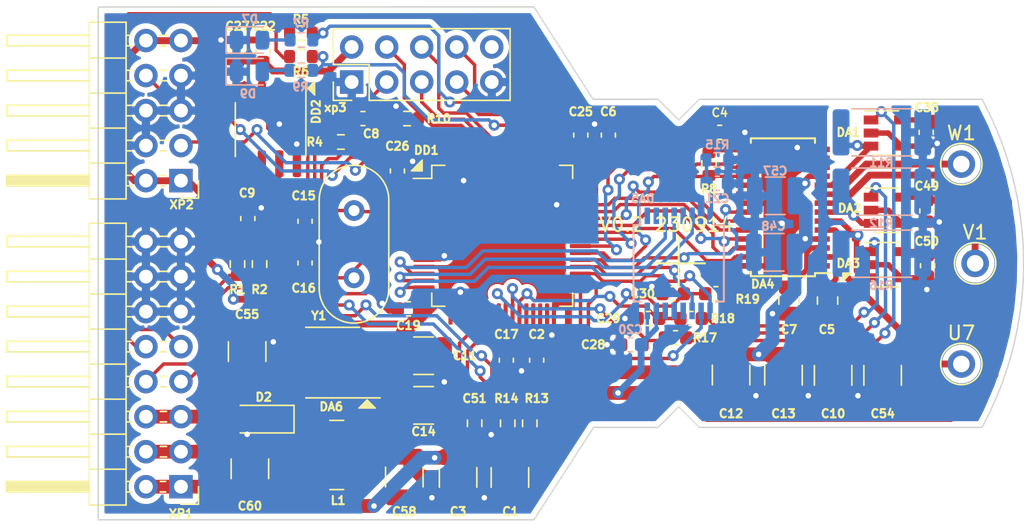
<source format=kicad_pcb>
(kicad_pcb (version 20171130) (host pcbnew "(5.1.10)-1")

  (general
    (thickness 1)
    (drawings 24)
    (tracks 946)
    (zones 0)
    (modules 74)
    (nets 90)
  )

  (page A4)
  (layers
    (0 F.Cu signal)
    (31 B.Cu signal)
    (32 B.Adhes user)
    (33 F.Adhes user)
    (34 B.Paste user hide)
    (35 F.Paste user hide)
    (36 B.SilkS user)
    (37 F.SilkS user)
    (38 B.Mask user)
    (39 F.Mask user)
    (40 Dwgs.User user hide)
    (41 Cmts.User user)
    (42 Eco1.User user)
    (43 Eco2.User user)
    (44 Edge.Cuts user)
    (45 Margin user)
    (46 B.CrtYd user hide)
    (47 F.CrtYd user hide)
    (48 B.Fab user hide)
    (49 F.Fab user hide)
  )

  (setup
    (last_trace_width 1)
    (user_trace_width 0.3)
    (user_trace_width 0.4)
    (user_trace_width 0.5)
    (user_trace_width 1)
    (trace_clearance 0.2)
    (zone_clearance 0.4)
    (zone_45_only yes)
    (trace_min 0.15)
    (via_size 0.8)
    (via_drill 0.4)
    (via_min_size 0.4)
    (via_min_drill 0.3)
    (uvia_size 0.3)
    (uvia_drill 0.1)
    (uvias_allowed no)
    (uvia_min_size 0.2)
    (uvia_min_drill 0.1)
    (edge_width 0.1)
    (segment_width 0.2)
    (pcb_text_width 0.3)
    (pcb_text_size 1.5 1.5)
    (mod_edge_width 0.15)
    (mod_text_size 1 1)
    (mod_text_width 0.15)
    (pad_size 1.6 9.5)
    (pad_drill 0)
    (pad_to_mask_clearance 0)
    (aux_axis_origin 0 0)
    (visible_elements 7FFFFFFF)
    (pcbplotparams
      (layerselection 0x010f0_ffffffff)
      (usegerberextensions true)
      (usegerberattributes false)
      (usegerberadvancedattributes false)
      (creategerberjobfile false)
      (excludeedgelayer true)
      (linewidth 0.100000)
      (plotframeref false)
      (viasonmask false)
      (mode 1)
      (useauxorigin false)
      (hpglpennumber 1)
      (hpglpenspeed 20)
      (hpglpendiameter 15.000000)
      (psnegative false)
      (psa4output false)
      (plotreference true)
      (plotvalue false)
      (plotinvisibletext false)
      (padsonsilk false)
      (subtractmaskfromsilk false)
      (outputformat 1)
      (mirror false)
      (drillshape 0)
      (scaleselection 1)
      (outputdirectory "gerber/"))
  )

  (net 0 "")
  (net 1 +24V)
  (net 2 GND)
  (net 3 +3V3)
  (net 4 "Net-(C4-Pad1)")
  (net 5 "Net-(C5-Pad2)")
  (net 6 "Net-(C5-Pad1)")
  (net 7 "Net-(C7-Pad2)")
  (net 8 /RESET)
  (net 9 "Net-(C15-Pad1)")
  (net 10 "Net-(C16-Pad1)")
  (net 11 "Net-(C17-Pad1)")
  (net 12 "Net-(C21-Pad1)")
  (net 13 /SENSE1)
  (net 14 /SENSE2)
  (net 15 "Net-(D2-Pad1)")
  (net 16 "Net-(D7-Pad2)")
  (net 17 "Net-(D9-Pad2)")
  (net 18 /led1)
  (net 19 /CANL)
  (net 20 /led2)
  (net 21 /CANH)
  (net 22 /I2C_SCL)
  (net 23 /I2C_SDA)
  (net 24 /nfault)
  (net 25 /BOOT)
  (net 26 /CAN_RX)
  (net 27 /CAN_TX)
  (net 28 /UL2)
  (net 29 /en1)
  (net 30 /VL2)
  (net 31 /en2)
  (net 32 /WL2)
  (net 33 /en3)
  (net 34 /nsleep)
  (net 35 /nreset)
  (net 36 /W)
  (net 37 /CS1)
  (net 38 /CLK1)
  (net 39 /DATA1)
  (net 40 /SPI1_MOSI)
  (net 41 /SPI1_CS)
  (net 42 /SWD_CLK)
  (net 43 /SWD_DATA)
  (net 44 /SPI1_MISO)
  (net 45 /SPI1_SCK)
  (net 46 /SENSE3)
  (net 47 /SENSE4)
  (net 48 /U)
  (net 49 /V)
  (net 50 /TX)
  (net 51 /RX)
  (net 52 "Net-(C9-Pad1)")
  (net 53 /I)
  (net 54 /B)
  (net 55 /A)
  (net 56 "Net-(DA3-Pad1)")
  (net 57 "Net-(DA1-Pad3)")
  (net 58 "Net-(DA2-Pad3)")
  (net 59 "Net-(DA3-Pad3)")
  (net 60 /VLT_MTR)
  (net 61 "Net-(C30-Pad1)")
  (net 62 "Net-(DA1-Pad1)")
  (net 63 "Net-(DA2-Pad1)")
  (net 64 "Net-(DA5-Pad14)")
  (net 65 "Net-(DA5-Pad13)")
  (net 66 "Net-(DA5-Pad12)")
  (net 67 "Net-(DA5-Pad5)")
  (net 68 "Net-(DA5-Pad2)")
  (net 69 "Net-(DA5-Pad1)")
  (net 70 "Net-(DD1-Pad56)")
  (net 71 "Net-(DD1-Pad55)")
  (net 72 "Net-(DD1-Pad53)")
  (net 73 "Net-(DD1-Pad52)")
  (net 74 "Net-(DD1-Pad51)")
  (net 75 "Net-(DD1-Pad50)")
  (net 76 "Net-(DD1-Pad28)")
  (net 77 "Net-(DD1-Pad24)")
  (net 78 "Net-(DD1-Pad23)")
  (net 79 "Net-(DD1-Pad17)")
  (net 80 "Net-(DD1-Pad11)")
  (net 81 "Net-(DD1-Pad10)")
  (net 82 "Net-(DD1-Pad4)")
  (net 83 "Net-(DD1-Pad3)")
  (net 84 "Net-(DD1-Pad2)")
  (net 85 "Net-(DD2-Pad5)")
  (net 86 "Net-(DA6-Pad3)")
  (net 87 "Net-(DA6-Pad2)")
  (net 88 "Net-(DA6-Pad1)")
  (net 89 "Net-(xp3-Pad10)")

  (net_class Default "Это класс цепей по умолчанию."
    (clearance 0.2)
    (trace_width 0.25)
    (via_dia 0.8)
    (via_drill 0.4)
    (uvia_dia 0.3)
    (uvia_drill 0.1)
    (diff_pair_width 0.25)
    (diff_pair_gap 0.25)
    (add_net +24V)
    (add_net +3V3)
    (add_net /A)
    (add_net /B)
    (add_net /BOOT)
    (add_net /CANH)
    (add_net /CANL)
    (add_net /CAN_RX)
    (add_net /CAN_TX)
    (add_net /CLK1)
    (add_net /CS1)
    (add_net /DATA1)
    (add_net /I)
    (add_net /I2C_SCL)
    (add_net /I2C_SDA)
    (add_net /RESET)
    (add_net /RX)
    (add_net /SENSE1)
    (add_net /SENSE2)
    (add_net /SENSE3)
    (add_net /SENSE4)
    (add_net /SPI1_CS)
    (add_net /SPI1_MISO)
    (add_net /SPI1_MOSI)
    (add_net /SPI1_SCK)
    (add_net /SWD_CLK)
    (add_net /SWD_DATA)
    (add_net /TX)
    (add_net /U)
    (add_net /UL2)
    (add_net /V)
    (add_net /VL2)
    (add_net /VLT_MTR)
    (add_net /W)
    (add_net /WL2)
    (add_net /en1)
    (add_net /en2)
    (add_net /en3)
    (add_net /led1)
    (add_net /led2)
    (add_net /nfault)
    (add_net /nreset)
    (add_net /nsleep)
    (add_net GND)
    (add_net "Net-(C15-Pad1)")
    (add_net "Net-(C16-Pad1)")
    (add_net "Net-(C17-Pad1)")
    (add_net "Net-(C21-Pad1)")
    (add_net "Net-(C30-Pad1)")
    (add_net "Net-(C4-Pad1)")
    (add_net "Net-(C5-Pad1)")
    (add_net "Net-(C5-Pad2)")
    (add_net "Net-(C7-Pad2)")
    (add_net "Net-(C9-Pad1)")
    (add_net "Net-(D2-Pad1)")
    (add_net "Net-(D7-Pad2)")
    (add_net "Net-(D9-Pad2)")
    (add_net "Net-(DA1-Pad1)")
    (add_net "Net-(DA1-Pad3)")
    (add_net "Net-(DA2-Pad1)")
    (add_net "Net-(DA2-Pad3)")
    (add_net "Net-(DA3-Pad1)")
    (add_net "Net-(DA3-Pad3)")
    (add_net "Net-(DA5-Pad1)")
    (add_net "Net-(DA5-Pad12)")
    (add_net "Net-(DA5-Pad13)")
    (add_net "Net-(DA5-Pad14)")
    (add_net "Net-(DA5-Pad2)")
    (add_net "Net-(DA5-Pad5)")
    (add_net "Net-(DA6-Pad1)")
    (add_net "Net-(DA6-Pad2)")
    (add_net "Net-(DA6-Pad3)")
    (add_net "Net-(DD1-Pad10)")
    (add_net "Net-(DD1-Pad11)")
    (add_net "Net-(DD1-Pad17)")
    (add_net "Net-(DD1-Pad2)")
    (add_net "Net-(DD1-Pad23)")
    (add_net "Net-(DD1-Pad24)")
    (add_net "Net-(DD1-Pad28)")
    (add_net "Net-(DD1-Pad3)")
    (add_net "Net-(DD1-Pad4)")
    (add_net "Net-(DD1-Pad50)")
    (add_net "Net-(DD1-Pad51)")
    (add_net "Net-(DD1-Pad52)")
    (add_net "Net-(DD1-Pad53)")
    (add_net "Net-(DD1-Pad55)")
    (add_net "Net-(DD1-Pad56)")
    (add_net "Net-(DD2-Pad5)")
    (add_net "Net-(xp3-Pad10)")
  )

  (module Capacitor_SMD:C_0603_1608Metric (layer F.Cu) (tedit 5F68FEEE) (tstamp 650D5362)
    (at 159.2 121.3 180)
    (descr "Capacitor SMD 0603 (1608 Metric), square (rectangular) end terminal, IPC_7351 nominal, (Body size source: IPC-SM-782 page 76, https://www.pcb-3d.com/wordpress/wp-content/uploads/ipc-sm-782a_amendment_1_and_2.pdf), generated with kicad-footprint-generator")
    (tags capacitor)
    (path /65B695DF)
    (attr smd)
    (fp_text reference R19 (at -2.3 -0.4) (layer F.SilkS)
      (effects (font (size 0.6 0.6) (thickness 0.15)))
    )
    (fp_text value R (at 0 1.43) (layer F.Fab)
      (effects (font (size 1 1) (thickness 0.15)))
    )
    (fp_text user %R (at 0 0) (layer F.Fab)
      (effects (font (size 0.4 0.4) (thickness 0.06)))
    )
    (fp_line (start -0.8 0.4) (end -0.8 -0.4) (layer F.Fab) (width 0.1))
    (fp_line (start -0.8 -0.4) (end 0.8 -0.4) (layer F.Fab) (width 0.1))
    (fp_line (start 0.8 -0.4) (end 0.8 0.4) (layer F.Fab) (width 0.1))
    (fp_line (start 0.8 0.4) (end -0.8 0.4) (layer F.Fab) (width 0.1))
    (fp_line (start -0.14058 -0.51) (end 0.14058 -0.51) (layer F.SilkS) (width 0.12))
    (fp_line (start -0.14058 0.51) (end 0.14058 0.51) (layer F.SilkS) (width 0.12))
    (fp_line (start -1.48 0.73) (end -1.48 -0.73) (layer F.CrtYd) (width 0.05))
    (fp_line (start -1.48 -0.73) (end 1.48 -0.73) (layer F.CrtYd) (width 0.05))
    (fp_line (start 1.48 -0.73) (end 1.48 0.73) (layer F.CrtYd) (width 0.05))
    (fp_line (start 1.48 0.73) (end -1.48 0.73) (layer F.CrtYd) (width 0.05))
    (pad 2 smd roundrect (at 0.775 0 180) (size 0.9 0.95) (layers F.Cu F.Paste F.Mask) (roundrect_rratio 0.25)
      (net 61 "Net-(C30-Pad1)"))
    (pad 1 smd roundrect (at -0.775 0 180) (size 0.9 0.95) (layers F.Cu F.Paste F.Mask) (roundrect_rratio 0.25)
      (net 56 "Net-(DA3-Pad1)"))
    (model ${KISYS3DMOD}/Capacitor_SMD.3dshapes/C_0603_1608Metric.wrl
      (at (xyz 0 0 0))
      (scale (xyz 1 1 1))
      (rotate (xyz 0 0 0))
    )
  )

  (module Capacitor_SMD:C_0603_1608Metric (layer F.Cu) (tedit 5F68FEEE) (tstamp 650D5351)
    (at 157.4 123.1 180)
    (descr "Capacitor SMD 0603 (1608 Metric), square (rectangular) end terminal, IPC_7351 nominal, (Body size source: IPC-SM-782 page 76, https://www.pcb-3d.com/wordpress/wp-content/uploads/ipc-sm-782a_amendment_1_and_2.pdf), generated with kicad-footprint-generator")
    (tags capacitor)
    (path /65B6A54F)
    (attr smd)
    (fp_text reference R18 (at -2.3 0) (layer F.SilkS)
      (effects (font (size 0.6 0.6) (thickness 0.15)))
    )
    (fp_text value R (at 0 1.43) (layer F.Fab)
      (effects (font (size 1 1) (thickness 0.15)))
    )
    (fp_text user %R (at 0 0) (layer F.Fab)
      (effects (font (size 0.4 0.4) (thickness 0.06)))
    )
    (fp_line (start -0.8 0.4) (end -0.8 -0.4) (layer F.Fab) (width 0.1))
    (fp_line (start -0.8 -0.4) (end 0.8 -0.4) (layer F.Fab) (width 0.1))
    (fp_line (start 0.8 -0.4) (end 0.8 0.4) (layer F.Fab) (width 0.1))
    (fp_line (start 0.8 0.4) (end -0.8 0.4) (layer F.Fab) (width 0.1))
    (fp_line (start -0.14058 -0.51) (end 0.14058 -0.51) (layer F.SilkS) (width 0.12))
    (fp_line (start -0.14058 0.51) (end 0.14058 0.51) (layer F.SilkS) (width 0.12))
    (fp_line (start -1.48 0.73) (end -1.48 -0.73) (layer F.CrtYd) (width 0.05))
    (fp_line (start -1.48 -0.73) (end 1.48 -0.73) (layer F.CrtYd) (width 0.05))
    (fp_line (start 1.48 -0.73) (end 1.48 0.73) (layer F.CrtYd) (width 0.05))
    (fp_line (start 1.48 0.73) (end -1.48 0.73) (layer F.CrtYd) (width 0.05))
    (pad 2 smd roundrect (at 0.775 0 180) (size 0.9 0.95) (layers F.Cu F.Paste F.Mask) (roundrect_rratio 0.25)
      (net 13 /SENSE1))
    (pad 1 smd roundrect (at -0.775 0 180) (size 0.9 0.95) (layers F.Cu F.Paste F.Mask) (roundrect_rratio 0.25)
      (net 63 "Net-(DA2-Pad1)"))
    (model ${KISYS3DMOD}/Capacitor_SMD.3dshapes/C_0603_1608Metric.wrl
      (at (xyz 0 0 0))
      (scale (xyz 1 1 1))
      (rotate (xyz 0 0 0))
    )
  )

  (module Capacitor_SMD:C_0603_1608Metric (layer F.Cu) (tedit 5F68FEEE) (tstamp 650D5340)
    (at 156.275 124.5 180)
    (descr "Capacitor SMD 0603 (1608 Metric), square (rectangular) end terminal, IPC_7351 nominal, (Body size source: IPC-SM-782 page 76, https://www.pcb-3d.com/wordpress/wp-content/uploads/ipc-sm-782a_amendment_1_and_2.pdf), generated with kicad-footprint-generator")
    (tags capacitor)
    (path /65B6B473)
    (attr smd)
    (fp_text reference R17 (at -2.125 0) (layer F.SilkS)
      (effects (font (size 0.6 0.6) (thickness 0.15)))
    )
    (fp_text value R (at 0 1.43) (layer F.Fab)
      (effects (font (size 1 1) (thickness 0.15)))
    )
    (fp_text user %R (at 0 0) (layer F.Fab)
      (effects (font (size 0.4 0.4) (thickness 0.06)))
    )
    (fp_line (start -0.8 0.4) (end -0.8 -0.4) (layer F.Fab) (width 0.1))
    (fp_line (start -0.8 -0.4) (end 0.8 -0.4) (layer F.Fab) (width 0.1))
    (fp_line (start 0.8 -0.4) (end 0.8 0.4) (layer F.Fab) (width 0.1))
    (fp_line (start 0.8 0.4) (end -0.8 0.4) (layer F.Fab) (width 0.1))
    (fp_line (start -0.14058 -0.51) (end 0.14058 -0.51) (layer F.SilkS) (width 0.12))
    (fp_line (start -0.14058 0.51) (end 0.14058 0.51) (layer F.SilkS) (width 0.12))
    (fp_line (start -1.48 0.73) (end -1.48 -0.73) (layer F.CrtYd) (width 0.05))
    (fp_line (start -1.48 -0.73) (end 1.48 -0.73) (layer F.CrtYd) (width 0.05))
    (fp_line (start 1.48 -0.73) (end 1.48 0.73) (layer F.CrtYd) (width 0.05))
    (fp_line (start 1.48 0.73) (end -1.48 0.73) (layer F.CrtYd) (width 0.05))
    (pad 2 smd roundrect (at 0.775 0 180) (size 0.9 0.95) (layers F.Cu F.Paste F.Mask) (roundrect_rratio 0.25)
      (net 14 /SENSE2))
    (pad 1 smd roundrect (at -0.775 0 180) (size 0.9 0.95) (layers F.Cu F.Paste F.Mask) (roundrect_rratio 0.25)
      (net 62 "Net-(DA1-Pad1)"))
    (model ${KISYS3DMOD}/Capacitor_SMD.3dshapes/C_0603_1608Metric.wrl
      (at (xyz 0 0 0))
      (scale (xyz 1 1 1))
      (rotate (xyz 0 0 0))
    )
  )

  (module Capacitor_SMD:C_0603_1608Metric (layer F.Cu) (tedit 5F68FEEE) (tstamp 650D4CEF)
    (at 156.1 121.3 180)
    (descr "Capacitor SMD 0603 (1608 Metric), square (rectangular) end terminal, IPC_7351 nominal, (Body size source: IPC-SM-782 page 76, https://www.pcb-3d.com/wordpress/wp-content/uploads/ipc-sm-782a_amendment_1_and_2.pdf), generated with kicad-footprint-generator")
    (tags capacitor)
    (path /65B662B7)
    (attr smd)
    (fp_text reference C30 (at 2.2 0) (layer F.SilkS)
      (effects (font (size 0.6 0.6) (thickness 0.15)))
    )
    (fp_text value C (at 0 1.43) (layer F.Fab)
      (effects (font (size 1 1) (thickness 0.15)))
    )
    (fp_text user %R (at 0 0) (layer F.Fab)
      (effects (font (size 0.4 0.4) (thickness 0.06)))
    )
    (fp_line (start -0.8 0.4) (end -0.8 -0.4) (layer F.Fab) (width 0.1))
    (fp_line (start -0.8 -0.4) (end 0.8 -0.4) (layer F.Fab) (width 0.1))
    (fp_line (start 0.8 -0.4) (end 0.8 0.4) (layer F.Fab) (width 0.1))
    (fp_line (start 0.8 0.4) (end -0.8 0.4) (layer F.Fab) (width 0.1))
    (fp_line (start -0.14058 -0.51) (end 0.14058 -0.51) (layer F.SilkS) (width 0.12))
    (fp_line (start -0.14058 0.51) (end 0.14058 0.51) (layer F.SilkS) (width 0.12))
    (fp_line (start -1.48 0.73) (end -1.48 -0.73) (layer F.CrtYd) (width 0.05))
    (fp_line (start -1.48 -0.73) (end 1.48 -0.73) (layer F.CrtYd) (width 0.05))
    (fp_line (start 1.48 -0.73) (end 1.48 0.73) (layer F.CrtYd) (width 0.05))
    (fp_line (start 1.48 0.73) (end -1.48 0.73) (layer F.CrtYd) (width 0.05))
    (pad 2 smd roundrect (at 0.775 0 180) (size 0.9 0.95) (layers F.Cu F.Paste F.Mask) (roundrect_rratio 0.25)
      (net 2 GND))
    (pad 1 smd roundrect (at -0.775 0 180) (size 0.9 0.95) (layers F.Cu F.Paste F.Mask) (roundrect_rratio 0.25)
      (net 61 "Net-(C30-Pad1)"))
    (model ${KISYS3DMOD}/Capacitor_SMD.3dshapes/C_0603_1608Metric.wrl
      (at (xyz 0 0 0))
      (scale (xyz 1 1 1))
      (rotate (xyz 0 0 0))
    )
  )

  (module Capacitor_SMD:C_0603_1608Metric (layer F.Cu) (tedit 5F68FEEE) (tstamp 650D4CDE)
    (at 154.3 123.1 180)
    (descr "Capacitor SMD 0603 (1608 Metric), square (rectangular) end terminal, IPC_7351 nominal, (Body size source: IPC-SM-782 page 76, https://www.pcb-3d.com/wordpress/wp-content/uploads/ipc-sm-782a_amendment_1_and_2.pdf), generated with kicad-footprint-generator")
    (tags capacitor)
    (path /65B67313)
    (attr smd)
    (fp_text reference C29 (at 2.9 0) (layer F.SilkS)
      (effects (font (size 0.6 0.6) (thickness 0.15)))
    )
    (fp_text value C (at 0 1.43) (layer F.Fab)
      (effects (font (size 1 1) (thickness 0.15)))
    )
    (fp_text user %R (at 0 0) (layer F.Fab)
      (effects (font (size 0.4 0.4) (thickness 0.06)))
    )
    (fp_line (start -0.8 0.4) (end -0.8 -0.4) (layer F.Fab) (width 0.1))
    (fp_line (start -0.8 -0.4) (end 0.8 -0.4) (layer F.Fab) (width 0.1))
    (fp_line (start 0.8 -0.4) (end 0.8 0.4) (layer F.Fab) (width 0.1))
    (fp_line (start 0.8 0.4) (end -0.8 0.4) (layer F.Fab) (width 0.1))
    (fp_line (start -0.14058 -0.51) (end 0.14058 -0.51) (layer F.SilkS) (width 0.12))
    (fp_line (start -0.14058 0.51) (end 0.14058 0.51) (layer F.SilkS) (width 0.12))
    (fp_line (start -1.48 0.73) (end -1.48 -0.73) (layer F.CrtYd) (width 0.05))
    (fp_line (start -1.48 -0.73) (end 1.48 -0.73) (layer F.CrtYd) (width 0.05))
    (fp_line (start 1.48 -0.73) (end 1.48 0.73) (layer F.CrtYd) (width 0.05))
    (fp_line (start 1.48 0.73) (end -1.48 0.73) (layer F.CrtYd) (width 0.05))
    (pad 2 smd roundrect (at 0.775 0 180) (size 0.9 0.95) (layers F.Cu F.Paste F.Mask) (roundrect_rratio 0.25)
      (net 2 GND))
    (pad 1 smd roundrect (at -0.775 0 180) (size 0.9 0.95) (layers F.Cu F.Paste F.Mask) (roundrect_rratio 0.25)
      (net 13 /SENSE1))
    (model ${KISYS3DMOD}/Capacitor_SMD.3dshapes/C_0603_1608Metric.wrl
      (at (xyz 0 0 0))
      (scale (xyz 1 1 1))
      (rotate (xyz 0 0 0))
    )
  )

  (module Capacitor_SMD:C_0603_1608Metric (layer F.Cu) (tedit 5F68FEEE) (tstamp 650D4CCD)
    (at 153.1 125 180)
    (descr "Capacitor SMD 0603 (1608 Metric), square (rectangular) end terminal, IPC_7351 nominal, (Body size source: IPC-SM-782 page 76, https://www.pcb-3d.com/wordpress/wp-content/uploads/ipc-sm-782a_amendment_1_and_2.pdf), generated with kicad-footprint-generator")
    (tags capacitor)
    (path /65B68361)
    (attr smd)
    (fp_text reference C28 (at 2.8 0) (layer F.SilkS)
      (effects (font (size 0.6 0.6) (thickness 0.15)))
    )
    (fp_text value C (at 0 1.43) (layer F.Fab)
      (effects (font (size 1 1) (thickness 0.15)))
    )
    (fp_text user %R (at 0 0) (layer F.Fab)
      (effects (font (size 0.4 0.4) (thickness 0.06)))
    )
    (fp_line (start -0.8 0.4) (end -0.8 -0.4) (layer F.Fab) (width 0.1))
    (fp_line (start -0.8 -0.4) (end 0.8 -0.4) (layer F.Fab) (width 0.1))
    (fp_line (start 0.8 -0.4) (end 0.8 0.4) (layer F.Fab) (width 0.1))
    (fp_line (start 0.8 0.4) (end -0.8 0.4) (layer F.Fab) (width 0.1))
    (fp_line (start -0.14058 -0.51) (end 0.14058 -0.51) (layer F.SilkS) (width 0.12))
    (fp_line (start -0.14058 0.51) (end 0.14058 0.51) (layer F.SilkS) (width 0.12))
    (fp_line (start -1.48 0.73) (end -1.48 -0.73) (layer F.CrtYd) (width 0.05))
    (fp_line (start -1.48 -0.73) (end 1.48 -0.73) (layer F.CrtYd) (width 0.05))
    (fp_line (start 1.48 -0.73) (end 1.48 0.73) (layer F.CrtYd) (width 0.05))
    (fp_line (start 1.48 0.73) (end -1.48 0.73) (layer F.CrtYd) (width 0.05))
    (pad 2 smd roundrect (at 0.775 0 180) (size 0.9 0.95) (layers F.Cu F.Paste F.Mask) (roundrect_rratio 0.25)
      (net 2 GND))
    (pad 1 smd roundrect (at -0.775 0 180) (size 0.9 0.95) (layers F.Cu F.Paste F.Mask) (roundrect_rratio 0.25)
      (net 14 /SENSE2))
    (model ${KISYS3DMOD}/Capacitor_SMD.3dshapes/C_0603_1608Metric.wrl
      (at (xyz 0 0 0))
      (scale (xyz 1 1 1))
      (rotate (xyz 0 0 0))
    )
  )

  (module Resistor_SMD:R_2512_6332Metric (layer B.Cu) (tedit 5F68FEEE) (tstamp 650B3C41)
    (at 171.2375 118.4 180)
    (descr "Resistor SMD 2512 (6332 Metric), square (rectangular) end terminal, IPC_7351 nominal, (Body size source: IPC-SM-782 page 72, https://www.pcb-3d.com/wordpress/wp-content/uploads/ipc-sm-782a_amendment_1_and_2.pdf), generated with kicad-footprint-generator")
    (tags resistor)
    (path /65514FE4)
    (attr smd)
    (fp_text reference R16 (at 0.0375 -2.3) (layer B.SilkS)
      (effects (font (size 0.6 0.6) (thickness 0.15)) (justify mirror))
    )
    (fp_text value 0.025 (at 0 -2.62) (layer B.Fab)
      (effects (font (size 1 1) (thickness 0.15)) (justify mirror))
    )
    (fp_text user %R (at 0 0) (layer B.Fab)
      (effects (font (size 1 1) (thickness 0.15)) (justify mirror))
    )
    (fp_line (start -3.15 -1.6) (end -3.15 1.6) (layer B.Fab) (width 0.1))
    (fp_line (start -3.15 1.6) (end 3.15 1.6) (layer B.Fab) (width 0.1))
    (fp_line (start 3.15 1.6) (end 3.15 -1.6) (layer B.Fab) (width 0.1))
    (fp_line (start 3.15 -1.6) (end -3.15 -1.6) (layer B.Fab) (width 0.1))
    (fp_line (start -2.177064 1.71) (end 2.177064 1.71) (layer B.SilkS) (width 0.12))
    (fp_line (start -2.177064 -1.71) (end 2.177064 -1.71) (layer B.SilkS) (width 0.12))
    (fp_line (start -3.82 -1.92) (end -3.82 1.92) (layer B.CrtYd) (width 0.05))
    (fp_line (start -3.82 1.92) (end 3.82 1.92) (layer B.CrtYd) (width 0.05))
    (fp_line (start 3.82 1.92) (end 3.82 -1.92) (layer B.CrtYd) (width 0.05))
    (fp_line (start 3.82 -1.92) (end -3.82 -1.92) (layer B.CrtYd) (width 0.05))
    (pad 2 smd roundrect (at 2.9625 0 180) (size 1.225 3.35) (layers B.Cu B.Paste B.Mask) (roundrect_rratio 0.204082)
      (net 59 "Net-(DA3-Pad3)"))
    (pad 1 smd roundrect (at -2.9625 0 180) (size 1.225 3.35) (layers B.Cu B.Paste B.Mask) (roundrect_rratio 0.204082)
      (net 2 GND))
    (model ${KISYS3DMOD}/Resistor_SMD.3dshapes/R_2512_6332Metric.wrl
      (at (xyz 0 0 0))
      (scale (xyz 1 1 1))
      (rotate (xyz 0 0 0))
    )
  )

  (module Package_TO_SOT_SMD:SOT-23-5 (layer F.Cu) (tedit 5A02FF57) (tstamp 650B3840)
    (at 171.55 119.2)
    (descr "5-pin SOT23 package")
    (tags SOT-23-5)
    (path /655116F4)
    (attr smd)
    (fp_text reference DA3 (at -2.75 -0.1) (layer F.SilkS)
      (effects (font (size 0.6 0.6) (thickness 0.15)))
    )
    (fp_text value INA180A (at 0 2.9) (layer F.Fab)
      (effects (font (size 1 1) (thickness 0.15)))
    )
    (fp_text user %R (at 0 0 90) (layer F.Fab)
      (effects (font (size 0.5 0.5) (thickness 0.075)))
    )
    (fp_line (start -0.9 1.61) (end 0.9 1.61) (layer F.SilkS) (width 0.12))
    (fp_line (start 0.9 -1.61) (end -1.55 -1.61) (layer F.SilkS) (width 0.12))
    (fp_line (start -1.9 -1.8) (end 1.9 -1.8) (layer F.CrtYd) (width 0.05))
    (fp_line (start 1.9 -1.8) (end 1.9 1.8) (layer F.CrtYd) (width 0.05))
    (fp_line (start 1.9 1.8) (end -1.9 1.8) (layer F.CrtYd) (width 0.05))
    (fp_line (start -1.9 1.8) (end -1.9 -1.8) (layer F.CrtYd) (width 0.05))
    (fp_line (start -0.9 -0.9) (end -0.25 -1.55) (layer F.Fab) (width 0.1))
    (fp_line (start 0.9 -1.55) (end -0.25 -1.55) (layer F.Fab) (width 0.1))
    (fp_line (start -0.9 -0.9) (end -0.9 1.55) (layer F.Fab) (width 0.1))
    (fp_line (start 0.9 1.55) (end -0.9 1.55) (layer F.Fab) (width 0.1))
    (fp_line (start 0.9 -1.55) (end 0.9 1.55) (layer F.Fab) (width 0.1))
    (pad 5 smd rect (at 1.1 -0.95) (size 1.06 0.65) (layers F.Cu F.Paste F.Mask)
      (net 3 +3V3))
    (pad 4 smd rect (at 1.1 0.95) (size 1.06 0.65) (layers F.Cu F.Paste F.Mask)
      (net 2 GND))
    (pad 3 smd rect (at -1.1 0.95) (size 1.06 0.65) (layers F.Cu F.Paste F.Mask)
      (net 59 "Net-(DA3-Pad3)"))
    (pad 2 smd rect (at -1.1 0) (size 1.06 0.65) (layers F.Cu F.Paste F.Mask)
      (net 2 GND))
    (pad 1 smd rect (at -1.1 -0.95) (size 1.06 0.65) (layers F.Cu F.Paste F.Mask)
      (net 56 "Net-(DA3-Pad1)"))
    (model ${KISYS3DMOD}/Package_TO_SOT_SMD.3dshapes/SOT-23-5.wrl
      (at (xyz 0 0 0))
      (scale (xyz 1 1 1))
      (rotate (xyz 0 0 0))
    )
  )

  (module Capacitor_SMD:C_0603_1608Metric (layer F.Cu) (tedit 5F68FEEE) (tstamp 650B3693)
    (at 174.45 109.6 270)
    (descr "Capacitor SMD 0603 (1608 Metric), square (rectangular) end terminal, IPC_7351 nominal, (Body size source: IPC-SM-782 page 76, https://www.pcb-3d.com/wordpress/wp-content/uploads/ipc-sm-782a_amendment_1_and_2.pdf), generated with kicad-footprint-generator")
    (tags capacitor)
    (path /655A2782)
    (attr smd)
    (fp_text reference C35 (at -1.8 -0.05 180) (layer F.SilkS)
      (effects (font (size 0.6 0.6) (thickness 0.15)))
    )
    (fp_text value C (at 0 1.43 90) (layer F.Fab)
      (effects (font (size 1 1) (thickness 0.15)))
    )
    (fp_text user %R (at 0 0 90) (layer F.Fab)
      (effects (font (size 0.4 0.4) (thickness 0.06)))
    )
    (fp_line (start -0.8 0.4) (end -0.8 -0.4) (layer F.Fab) (width 0.1))
    (fp_line (start -0.8 -0.4) (end 0.8 -0.4) (layer F.Fab) (width 0.1))
    (fp_line (start 0.8 -0.4) (end 0.8 0.4) (layer F.Fab) (width 0.1))
    (fp_line (start 0.8 0.4) (end -0.8 0.4) (layer F.Fab) (width 0.1))
    (fp_line (start -0.14058 -0.51) (end 0.14058 -0.51) (layer F.SilkS) (width 0.12))
    (fp_line (start -0.14058 0.51) (end 0.14058 0.51) (layer F.SilkS) (width 0.12))
    (fp_line (start -1.48 0.73) (end -1.48 -0.73) (layer F.CrtYd) (width 0.05))
    (fp_line (start -1.48 -0.73) (end 1.48 -0.73) (layer F.CrtYd) (width 0.05))
    (fp_line (start 1.48 -0.73) (end 1.48 0.73) (layer F.CrtYd) (width 0.05))
    (fp_line (start 1.48 0.73) (end -1.48 0.73) (layer F.CrtYd) (width 0.05))
    (pad 2 smd roundrect (at 0.775 0 270) (size 0.9 0.95) (layers F.Cu F.Paste F.Mask) (roundrect_rratio 0.25)
      (net 2 GND))
    (pad 1 smd roundrect (at -0.775 0 270) (size 0.9 0.95) (layers F.Cu F.Paste F.Mask) (roundrect_rratio 0.25)
      (net 3 +3V3))
    (model ${KISYS3DMOD}/Capacitor_SMD.3dshapes/C_0603_1608Metric.wrl
      (at (xyz 0 0 0))
      (scale (xyz 1 1 1))
      (rotate (xyz 0 0 0))
    )
  )

  (module Package_QFP:LQFP-64_10x10mm_P0.5mm (layer F.Cu) (tedit 5D9F72AF) (tstamp 634831C3)
    (at 143.7 117.1)
    (descr "LQFP, 64 Pin (https://www.analog.com/media/en/technical-documentation/data-sheets/ad7606_7606-6_7606-4.pdf), generated with kicad-footprint-generator ipc_gullwing_generator.py")
    (tags "LQFP QFP")
    (path /62DC1EAD)
    (attr smd)
    (fp_text reference DD1 (at -5.5 -6.2) (layer F.SilkS)
      (effects (font (size 0.6 0.6) (thickness 0.15)))
    )
    (fp_text value STM32F446RETx (at 0 7.4) (layer F.Fab) hide
      (effects (font (size 1 1) (thickness 0.15)))
    )
    (fp_line (start 6.7 4.15) (end 6.7 0) (layer F.CrtYd) (width 0.05))
    (fp_line (start 5.25 4.15) (end 6.7 4.15) (layer F.CrtYd) (width 0.05))
    (fp_line (start 5.25 5.25) (end 5.25 4.15) (layer F.CrtYd) (width 0.05))
    (fp_line (start 4.15 5.25) (end 5.25 5.25) (layer F.CrtYd) (width 0.05))
    (fp_line (start 4.15 6.7) (end 4.15 5.25) (layer F.CrtYd) (width 0.05))
    (fp_line (start 0 6.7) (end 4.15 6.7) (layer F.CrtYd) (width 0.05))
    (fp_line (start -6.7 4.15) (end -6.7 0) (layer F.CrtYd) (width 0.05))
    (fp_line (start -5.25 4.15) (end -6.7 4.15) (layer F.CrtYd) (width 0.05))
    (fp_line (start -5.25 5.25) (end -5.25 4.15) (layer F.CrtYd) (width 0.05))
    (fp_line (start -4.15 5.25) (end -5.25 5.25) (layer F.CrtYd) (width 0.05))
    (fp_line (start -4.15 6.7) (end -4.15 5.25) (layer F.CrtYd) (width 0.05))
    (fp_line (start 0 6.7) (end -4.15 6.7) (layer F.CrtYd) (width 0.05))
    (fp_line (start 6.7 -4.15) (end 6.7 0) (layer F.CrtYd) (width 0.05))
    (fp_line (start 5.25 -4.15) (end 6.7 -4.15) (layer F.CrtYd) (width 0.05))
    (fp_line (start 5.25 -5.25) (end 5.25 -4.15) (layer F.CrtYd) (width 0.05))
    (fp_line (start 4.15 -5.25) (end 5.25 -5.25) (layer F.CrtYd) (width 0.05))
    (fp_line (start 4.15 -6.7) (end 4.15 -5.25) (layer F.CrtYd) (width 0.05))
    (fp_line (start 0 -6.7) (end 4.15 -6.7) (layer F.CrtYd) (width 0.05))
    (fp_line (start -6.7 -4.15) (end -6.7 0) (layer F.CrtYd) (width 0.05))
    (fp_line (start -5.25 -4.15) (end -6.7 -4.15) (layer F.CrtYd) (width 0.05))
    (fp_line (start -5.25 -5.25) (end -5.25 -4.15) (layer F.CrtYd) (width 0.05))
    (fp_line (start -4.15 -5.25) (end -5.25 -5.25) (layer F.CrtYd) (width 0.05))
    (fp_line (start -4.15 -6.7) (end -4.15 -5.25) (layer F.CrtYd) (width 0.05))
    (fp_line (start 0 -6.7) (end -4.15 -6.7) (layer F.CrtYd) (width 0.05))
    (fp_line (start -5 -4) (end -4 -5) (layer F.Fab) (width 0.1))
    (fp_line (start -5 5) (end -5 -4) (layer F.Fab) (width 0.1))
    (fp_line (start 5 5) (end -5 5) (layer F.Fab) (width 0.1))
    (fp_line (start 5 -5) (end 5 5) (layer F.Fab) (width 0.1))
    (fp_line (start -4 -5) (end 5 -5) (layer F.Fab) (width 0.1))
    (fp_line (start -5.11 -4.16) (end -6.45 -4.16) (layer F.SilkS) (width 0.12))
    (fp_line (start -5.11 -5.11) (end -5.11 -4.16) (layer F.SilkS) (width 0.12))
    (fp_line (start -4.16 -5.11) (end -5.11 -5.11) (layer F.SilkS) (width 0.12))
    (fp_line (start 5.11 -5.11) (end 5.11 -4.16) (layer F.SilkS) (width 0.12))
    (fp_line (start 4.16 -5.11) (end 5.11 -5.11) (layer F.SilkS) (width 0.12))
    (fp_line (start -5.11 5.11) (end -5.11 4.16) (layer F.SilkS) (width 0.12))
    (fp_line (start -4.16 5.11) (end -5.11 5.11) (layer F.SilkS) (width 0.12))
    (fp_line (start 5.11 5.11) (end 5.11 4.16) (layer F.SilkS) (width 0.12))
    (fp_line (start 4.16 5.11) (end 5.11 5.11) (layer F.SilkS) (width 0.12))
    (fp_text user %R (at 0 0) (layer F.Fab) hide
      (effects (font (size 1 1) (thickness 0.15)))
    )
    (pad 64 smd roundrect (at -3.75 -5.675) (size 0.3 1.55) (layers F.Cu F.Paste F.Mask) (roundrect_rratio 0.25)
      (net 3 +3V3))
    (pad 63 smd roundrect (at -3.25 -5.675) (size 0.3 1.55) (layers F.Cu F.Paste F.Mask) (roundrect_rratio 0.25)
      (net 2 GND))
    (pad 62 smd roundrect (at -2.75 -5.675) (size 0.3 1.55) (layers F.Cu F.Paste F.Mask) (roundrect_rratio 0.25)
      (net 23 /I2C_SDA))
    (pad 61 smd roundrect (at -2.25 -5.675) (size 0.3 1.55) (layers F.Cu F.Paste F.Mask) (roundrect_rratio 0.25)
      (net 22 /I2C_SCL))
    (pad 60 smd roundrect (at -1.75 -5.675) (size 0.3 1.55) (layers F.Cu F.Paste F.Mask) (roundrect_rratio 0.25)
      (net 25 /BOOT))
    (pad 59 smd roundrect (at -1.25 -5.675) (size 0.3 1.55) (layers F.Cu F.Paste F.Mask) (roundrect_rratio 0.25)
      (net 51 /RX))
    (pad 58 smd roundrect (at -0.75 -5.675) (size 0.3 1.55) (layers F.Cu F.Paste F.Mask) (roundrect_rratio 0.25)
      (net 50 /TX))
    (pad 57 smd roundrect (at -0.25 -5.675) (size 0.3 1.55) (layers F.Cu F.Paste F.Mask) (roundrect_rratio 0.25)
      (net 40 /SPI1_MOSI))
    (pad 56 smd roundrect (at 0.25 -5.675) (size 0.3 1.55) (layers F.Cu F.Paste F.Mask) (roundrect_rratio 0.25)
      (net 70 "Net-(DD1-Pad56)"))
    (pad 55 smd roundrect (at 0.75 -5.675) (size 0.3 1.55) (layers F.Cu F.Paste F.Mask) (roundrect_rratio 0.25)
      (net 71 "Net-(DD1-Pad55)"))
    (pad 54 smd roundrect (at 1.25 -5.675) (size 0.3 1.55) (layers F.Cu F.Paste F.Mask) (roundrect_rratio 0.25)
      (net 41 /SPI1_CS))
    (pad 53 smd roundrect (at 1.75 -5.675) (size 0.3 1.55) (layers F.Cu F.Paste F.Mask) (roundrect_rratio 0.25)
      (net 72 "Net-(DD1-Pad53)"))
    (pad 52 smd roundrect (at 2.25 -5.675) (size 0.3 1.55) (layers F.Cu F.Paste F.Mask) (roundrect_rratio 0.25)
      (net 73 "Net-(DD1-Pad52)"))
    (pad 51 smd roundrect (at 2.75 -5.675) (size 0.3 1.55) (layers F.Cu F.Paste F.Mask) (roundrect_rratio 0.25)
      (net 74 "Net-(DD1-Pad51)"))
    (pad 50 smd roundrect (at 3.25 -5.675) (size 0.3 1.55) (layers F.Cu F.Paste F.Mask) (roundrect_rratio 0.25)
      (net 75 "Net-(DD1-Pad50)"))
    (pad 49 smd roundrect (at 3.75 -5.675) (size 0.3 1.55) (layers F.Cu F.Paste F.Mask) (roundrect_rratio 0.25)
      (net 42 /SWD_CLK))
    (pad 48 smd roundrect (at 5.675 -3.75) (size 1.55 0.3) (layers F.Cu F.Paste F.Mask) (roundrect_rratio 0.25)
      (net 3 +3V3))
    (pad 47 smd roundrect (at 5.675 -3.25) (size 1.55 0.3) (layers F.Cu F.Paste F.Mask) (roundrect_rratio 0.25)
      (net 2 GND))
    (pad 46 smd roundrect (at 5.675 -2.75) (size 1.55 0.3) (layers F.Cu F.Paste F.Mask) (roundrect_rratio 0.25)
      (net 43 /SWD_DATA))
    (pad 45 smd roundrect (at 5.675 -2.25) (size 1.55 0.3) (layers F.Cu F.Paste F.Mask) (roundrect_rratio 0.25)
      (net 31 /en2))
    (pad 44 smd roundrect (at 5.675 -1.75) (size 1.55 0.3) (layers F.Cu F.Paste F.Mask) (roundrect_rratio 0.25)
      (net 29 /en1))
    (pad 43 smd roundrect (at 5.675 -1.25) (size 1.55 0.3) (layers F.Cu F.Paste F.Mask) (roundrect_rratio 0.25)
      (net 32 /WL2))
    (pad 42 smd roundrect (at 5.675 -0.75) (size 1.55 0.3) (layers F.Cu F.Paste F.Mask) (roundrect_rratio 0.25)
      (net 30 /VL2))
    (pad 41 smd roundrect (at 5.675 -0.25) (size 1.55 0.3) (layers F.Cu F.Paste F.Mask) (roundrect_rratio 0.25)
      (net 28 /UL2))
    (pad 40 smd roundrect (at 5.675 0.25) (size 1.55 0.3) (layers F.Cu F.Paste F.Mask) (roundrect_rratio 0.25)
      (net 34 /nsleep))
    (pad 39 smd roundrect (at 5.675 0.75) (size 1.55 0.3) (layers F.Cu F.Paste F.Mask) (roundrect_rratio 0.25)
      (net 35 /nreset))
    (pad 38 smd roundrect (at 5.675 1.25) (size 1.55 0.3) (layers F.Cu F.Paste F.Mask) (roundrect_rratio 0.25)
      (net 24 /nfault))
    (pad 37 smd roundrect (at 5.675 1.75) (size 1.55 0.3) (layers F.Cu F.Paste F.Mask) (roundrect_rratio 0.25)
      (net 33 /en3))
    (pad 36 smd roundrect (at 5.675 2.25) (size 1.55 0.3) (layers F.Cu F.Paste F.Mask) (roundrect_rratio 0.25)
      (net 37 /CS1))
    (pad 35 smd roundrect (at 5.675 2.75) (size 1.55 0.3) (layers F.Cu F.Paste F.Mask) (roundrect_rratio 0.25)
      (net 39 /DATA1))
    (pad 34 smd roundrect (at 5.675 3.25) (size 1.55 0.3) (layers F.Cu F.Paste F.Mask) (roundrect_rratio 0.25)
      (net 27 /CAN_TX))
    (pad 33 smd roundrect (at 5.675 3.75) (size 1.55 0.3) (layers F.Cu F.Paste F.Mask) (roundrect_rratio 0.25)
      (net 26 /CAN_RX))
    (pad 32 smd roundrect (at 3.75 5.675) (size 0.3 1.55) (layers F.Cu F.Paste F.Mask) (roundrect_rratio 0.25)
      (net 3 +3V3))
    (pad 31 smd roundrect (at 3.25 5.675) (size 0.3 1.55) (layers F.Cu F.Paste F.Mask) (roundrect_rratio 0.25)
      (net 2 GND))
    (pad 30 smd roundrect (at 2.75 5.675) (size 0.3 1.55) (layers F.Cu F.Paste F.Mask) (roundrect_rratio 0.25)
      (net 11 "Net-(C17-Pad1)"))
    (pad 29 smd roundrect (at 2.25 5.675) (size 0.3 1.55) (layers F.Cu F.Paste F.Mask) (roundrect_rratio 0.25)
      (net 38 /CLK1))
    (pad 28 smd roundrect (at 1.75 5.675) (size 0.3 1.55) (layers F.Cu F.Paste F.Mask) (roundrect_rratio 0.25)
      (net 76 "Net-(DD1-Pad28)"))
    (pad 27 smd roundrect (at 1.25 5.675) (size 0.3 1.55) (layers F.Cu F.Paste F.Mask) (roundrect_rratio 0.25)
      (net 13 /SENSE1))
    (pad 26 smd roundrect (at 0.75 5.675) (size 0.3 1.55) (layers F.Cu F.Paste F.Mask) (roundrect_rratio 0.25)
      (net 14 /SENSE2))
    (pad 25 smd roundrect (at 0.25 5.675) (size 0.3 1.55) (layers F.Cu F.Paste F.Mask) (roundrect_rratio 0.25)
      (net 61 "Net-(C30-Pad1)"))
    (pad 24 smd roundrect (at -0.25 5.675) (size 0.3 1.55) (layers F.Cu F.Paste F.Mask) (roundrect_rratio 0.25)
      (net 77 "Net-(DD1-Pad24)"))
    (pad 23 smd roundrect (at -0.75 5.675) (size 0.3 1.55) (layers F.Cu F.Paste F.Mask) (roundrect_rratio 0.25)
      (net 78 "Net-(DD1-Pad23)"))
    (pad 22 smd roundrect (at -1.25 5.675) (size 0.3 1.55) (layers F.Cu F.Paste F.Mask) (roundrect_rratio 0.25)
      (net 44 /SPI1_MISO))
    (pad 21 smd roundrect (at -1.75 5.675) (size 0.3 1.55) (layers F.Cu F.Paste F.Mask) (roundrect_rratio 0.25)
      (net 45 /SPI1_SCK))
    (pad 20 smd roundrect (at -2.25 5.675) (size 0.3 1.55) (layers F.Cu F.Paste F.Mask) (roundrect_rratio 0.25)
      (net 60 /VLT_MTR))
    (pad 19 smd roundrect (at -2.75 5.675) (size 0.3 1.55) (layers F.Cu F.Paste F.Mask) (roundrect_rratio 0.25)
      (net 3 +3V3))
    (pad 18 smd roundrect (at -3.25 5.675) (size 0.3 1.55) (layers F.Cu F.Paste F.Mask) (roundrect_rratio 0.25)
      (net 2 GND))
    (pad 17 smd roundrect (at -3.75 5.675) (size 0.3 1.55) (layers F.Cu F.Paste F.Mask) (roundrect_rratio 0.25)
      (net 79 "Net-(DD1-Pad17)"))
    (pad 16 smd roundrect (at -5.675 3.75) (size 1.55 0.3) (layers F.Cu F.Paste F.Mask) (roundrect_rratio 0.25)
      (net 53 /I))
    (pad 15 smd roundrect (at -5.675 3.25) (size 1.55 0.3) (layers F.Cu F.Paste F.Mask) (roundrect_rratio 0.25)
      (net 54 /B))
    (pad 14 smd roundrect (at -5.675 2.75) (size 1.55 0.3) (layers F.Cu F.Paste F.Mask) (roundrect_rratio 0.25)
      (net 55 /A))
    (pad 13 smd roundrect (at -5.675 2.25) (size 1.55 0.3) (layers F.Cu F.Paste F.Mask) (roundrect_rratio 0.25)
      (net 3 +3V3))
    (pad 12 smd roundrect (at -5.675 1.75) (size 1.55 0.3) (layers F.Cu F.Paste F.Mask) (roundrect_rratio 0.25)
      (net 2 GND))
    (pad 11 smd roundrect (at -5.675 1.25) (size 1.55 0.3) (layers F.Cu F.Paste F.Mask) (roundrect_rratio 0.25)
      (net 80 "Net-(DD1-Pad11)"))
    (pad 10 smd roundrect (at -5.675 0.75) (size 1.55 0.3) (layers F.Cu F.Paste F.Mask) (roundrect_rratio 0.25)
      (net 81 "Net-(DD1-Pad10)"))
    (pad 9 smd roundrect (at -5.675 0.25) (size 1.55 0.3) (layers F.Cu F.Paste F.Mask) (roundrect_rratio 0.25)
      (net 46 /SENSE3))
    (pad 8 smd roundrect (at -5.675 -0.25) (size 1.55 0.3) (layers F.Cu F.Paste F.Mask) (roundrect_rratio 0.25)
      (net 47 /SENSE4))
    (pad 7 smd roundrect (at -5.675 -0.75) (size 1.55 0.3) (layers F.Cu F.Paste F.Mask) (roundrect_rratio 0.25)
      (net 8 /RESET))
    (pad 6 smd roundrect (at -5.675 -1.25) (size 1.55 0.3) (layers F.Cu F.Paste F.Mask) (roundrect_rratio 0.25)
      (net 10 "Net-(C16-Pad1)"))
    (pad 5 smd roundrect (at -5.675 -1.75) (size 1.55 0.3) (layers F.Cu F.Paste F.Mask) (roundrect_rratio 0.25)
      (net 9 "Net-(C15-Pad1)"))
    (pad 4 smd roundrect (at -5.675 -2.25) (size 1.55 0.3) (layers F.Cu F.Paste F.Mask) (roundrect_rratio 0.25)
      (net 82 "Net-(DD1-Pad4)"))
    (pad 3 smd roundrect (at -5.675 -2.75) (size 1.55 0.3) (layers F.Cu F.Paste F.Mask) (roundrect_rratio 0.25)
      (net 83 "Net-(DD1-Pad3)"))
    (pad 2 smd roundrect (at -5.675 -3.25) (size 1.55 0.3) (layers F.Cu F.Paste F.Mask) (roundrect_rratio 0.25)
      (net 84 "Net-(DD1-Pad2)"))
    (pad 1 smd roundrect (at -5.675 -3.75) (size 1.55 0.3) (layers F.Cu F.Paste F.Mask) (roundrect_rratio 0.25)
      (net 3 +3V3))
    (model ${KISYS3DMOD}/Package_QFP.3dshapes/LQFP-64_10x10mm_P0.5mm.wrl
      (at (xyz 0 0 0))
      (scale (xyz 1 1 1))
      (rotate (xyz 0 0 0))
    )
  )

  (module Resistor_SMD:R_0603_1608Metric (layer F.Cu) (tedit 5F68FEEE) (tstamp 64FF2321)
    (at 144.1 130.7 270)
    (descr "Resistor SMD 0603 (1608 Metric), square (rectangular) end terminal, IPC_7351 nominal, (Body size source: IPC-SM-782 page 72, https://www.pcb-3d.com/wordpress/wp-content/uploads/ipc-sm-782a_amendment_1_and_2.pdf), generated with kicad-footprint-generator")
    (tags resistor)
    (path /65046653)
    (attr smd)
    (fp_text reference R14 (at -1.8 0.1 180) (layer F.SilkS)
      (effects (font (size 0.6 0.6) (thickness 0.15)))
    )
    (fp_text value 10k (at 0 1.43 90) (layer F.Fab)
      (effects (font (size 1 1) (thickness 0.15)))
    )
    (fp_line (start 1.48 0.73) (end -1.48 0.73) (layer F.CrtYd) (width 0.05))
    (fp_line (start 1.48 -0.73) (end 1.48 0.73) (layer F.CrtYd) (width 0.05))
    (fp_line (start -1.48 -0.73) (end 1.48 -0.73) (layer F.CrtYd) (width 0.05))
    (fp_line (start -1.48 0.73) (end -1.48 -0.73) (layer F.CrtYd) (width 0.05))
    (fp_line (start -0.237258 0.5225) (end 0.237258 0.5225) (layer F.SilkS) (width 0.12))
    (fp_line (start -0.237258 -0.5225) (end 0.237258 -0.5225) (layer F.SilkS) (width 0.12))
    (fp_line (start 0.8 0.4125) (end -0.8 0.4125) (layer F.Fab) (width 0.1))
    (fp_line (start 0.8 -0.4125) (end 0.8 0.4125) (layer F.Fab) (width 0.1))
    (fp_line (start -0.8 -0.4125) (end 0.8 -0.4125) (layer F.Fab) (width 0.1))
    (fp_line (start -0.8 0.4125) (end -0.8 -0.4125) (layer F.Fab) (width 0.1))
    (fp_text user %R (at 0 0 90) (layer F.Fab)
      (effects (font (size 0.4 0.4) (thickness 0.06)))
    )
    (pad 2 smd roundrect (at 0.825 0 270) (size 0.8 0.95) (layers F.Cu F.Paste F.Mask) (roundrect_rratio 0.25)
      (net 2 GND))
    (pad 1 smd roundrect (at -0.825 0 270) (size 0.8 0.95) (layers F.Cu F.Paste F.Mask) (roundrect_rratio 0.25)
      (net 60 /VLT_MTR))
    (model ${KISYS3DMOD}/Resistor_SMD.3dshapes/R_0603_1608Metric.wrl
      (at (xyz 0 0 0))
      (scale (xyz 1 1 1))
      (rotate (xyz 0 0 0))
    )
  )

  (module Resistor_SMD:R_0603_1608Metric (layer F.Cu) (tedit 5F68FEEE) (tstamp 64FF2310)
    (at 145.7 130.7 90)
    (descr "Resistor SMD 0603 (1608 Metric), square (rectangular) end terminal, IPC_7351 nominal, (Body size source: IPC-SM-782 page 72, https://www.pcb-3d.com/wordpress/wp-content/uploads/ipc-sm-782a_amendment_1_and_2.pdf), generated with kicad-footprint-generator")
    (tags resistor)
    (path /650452E0)
    (attr smd)
    (fp_text reference R13 (at 1.8 0.5 180) (layer F.SilkS)
      (effects (font (size 0.6 0.6) (thickness 0.15)))
    )
    (fp_text value 100K (at 0 1.43 90) (layer F.Fab)
      (effects (font (size 1 1) (thickness 0.15)))
    )
    (fp_line (start 1.48 0.73) (end -1.48 0.73) (layer F.CrtYd) (width 0.05))
    (fp_line (start 1.48 -0.73) (end 1.48 0.73) (layer F.CrtYd) (width 0.05))
    (fp_line (start -1.48 -0.73) (end 1.48 -0.73) (layer F.CrtYd) (width 0.05))
    (fp_line (start -1.48 0.73) (end -1.48 -0.73) (layer F.CrtYd) (width 0.05))
    (fp_line (start -0.237258 0.5225) (end 0.237258 0.5225) (layer F.SilkS) (width 0.12))
    (fp_line (start -0.237258 -0.5225) (end 0.237258 -0.5225) (layer F.SilkS) (width 0.12))
    (fp_line (start 0.8 0.4125) (end -0.8 0.4125) (layer F.Fab) (width 0.1))
    (fp_line (start 0.8 -0.4125) (end 0.8 0.4125) (layer F.Fab) (width 0.1))
    (fp_line (start -0.8 -0.4125) (end 0.8 -0.4125) (layer F.Fab) (width 0.1))
    (fp_line (start -0.8 0.4125) (end -0.8 -0.4125) (layer F.Fab) (width 0.1))
    (fp_text user %R (at 0 0 90) (layer F.Fab)
      (effects (font (size 0.4 0.4) (thickness 0.06)))
    )
    (pad 2 smd roundrect (at 0.825 0 90) (size 0.8 0.95) (layers F.Cu F.Paste F.Mask) (roundrect_rratio 0.25)
      (net 60 /VLT_MTR))
    (pad 1 smd roundrect (at -0.825 0 90) (size 0.8 0.95) (layers F.Cu F.Paste F.Mask) (roundrect_rratio 0.25)
      (net 1 +24V))
    (model ${KISYS3DMOD}/Resistor_SMD.3dshapes/R_0603_1608Metric.wrl
      (at (xyz 0 0 0))
      (scale (xyz 1 1 1))
      (rotate (xyz 0 0 0))
    )
  )

  (module Resistor_SMD:R_0603_1608Metric (layer F.Cu) (tedit 5F68FEEE) (tstamp 64FF1E57)
    (at 141.7 130.7 270)
    (descr "Resistor SMD 0603 (1608 Metric), square (rectangular) end terminal, IPC_7351 nominal, (Body size source: IPC-SM-782 page 72, https://www.pcb-3d.com/wordpress/wp-content/uploads/ipc-sm-782a_amendment_1_and_2.pdf), generated with kicad-footprint-generator")
    (tags resistor)
    (path /6509795E)
    (attr smd)
    (fp_text reference C51 (at -1.8 0 180) (layer F.SilkS)
      (effects (font (size 0.6 0.6) (thickness 0.15)))
    )
    (fp_text value 0.1u (at 0 1.43 90) (layer F.Fab)
      (effects (font (size 1 1) (thickness 0.15)))
    )
    (fp_line (start 1.48 0.73) (end -1.48 0.73) (layer F.CrtYd) (width 0.05))
    (fp_line (start 1.48 -0.73) (end 1.48 0.73) (layer F.CrtYd) (width 0.05))
    (fp_line (start -1.48 -0.73) (end 1.48 -0.73) (layer F.CrtYd) (width 0.05))
    (fp_line (start -1.48 0.73) (end -1.48 -0.73) (layer F.CrtYd) (width 0.05))
    (fp_line (start -0.237258 0.5225) (end 0.237258 0.5225) (layer F.SilkS) (width 0.12))
    (fp_line (start -0.237258 -0.5225) (end 0.237258 -0.5225) (layer F.SilkS) (width 0.12))
    (fp_line (start 0.8 0.4125) (end -0.8 0.4125) (layer F.Fab) (width 0.1))
    (fp_line (start 0.8 -0.4125) (end 0.8 0.4125) (layer F.Fab) (width 0.1))
    (fp_line (start -0.8 -0.4125) (end 0.8 -0.4125) (layer F.Fab) (width 0.1))
    (fp_line (start -0.8 0.4125) (end -0.8 -0.4125) (layer F.Fab) (width 0.1))
    (fp_text user %R (at 0 0 90) (layer F.Fab)
      (effects (font (size 0.4 0.4) (thickness 0.06)))
    )
    (pad 2 smd roundrect (at 0.825 0 270) (size 0.8 0.95) (layers F.Cu F.Paste F.Mask) (roundrect_rratio 0.25)
      (net 2 GND))
    (pad 1 smd roundrect (at -0.825 0 270) (size 0.8 0.95) (layers F.Cu F.Paste F.Mask) (roundrect_rratio 0.25)
      (net 60 /VLT_MTR))
    (model ${KISYS3DMOD}/Resistor_SMD.3dshapes/R_0603_1608Metric.wrl
      (at (xyz 0 0 0))
      (scale (xyz 1 1 1))
      (rotate (xyz 0 0 0))
    )
  )

  (module Resistor_SMD:R_0603_1608Metric (layer F.Cu) (tedit 5F68FEEE) (tstamp 634BD5A8)
    (at 136.8 108.6 180)
    (descr "Resistor SMD 0603 (1608 Metric), square (rectangular) end terminal, IPC_7351 nominal, (Body size source: IPC-SM-782 page 72, https://www.pcb-3d.com/wordpress/wp-content/uploads/ipc-sm-782a_amendment_1_and_2.pdf), generated with kicad-footprint-generator")
    (tags resistor)
    (path /62DC1BC9)
    (attr smd)
    (fp_text reference R10 (at -2.3 0) (layer F.SilkS)
      (effects (font (size 0.6 0.6) (thickness 0.15)))
    )
    (fp_text value 4.7k (at 0 1.43) (layer F.Fab) hide
      (effects (font (size 1 1) (thickness 0.15)))
    )
    (fp_line (start 1.48 0.73) (end -1.48 0.73) (layer F.CrtYd) (width 0.05))
    (fp_line (start 1.48 -0.73) (end 1.48 0.73) (layer F.CrtYd) (width 0.05))
    (fp_line (start -1.48 -0.73) (end 1.48 -0.73) (layer F.CrtYd) (width 0.05))
    (fp_line (start -1.48 0.73) (end -1.48 -0.73) (layer F.CrtYd) (width 0.05))
    (fp_line (start -0.237258 0.5225) (end 0.237258 0.5225) (layer F.SilkS) (width 0.12))
    (fp_line (start -0.237258 -0.5225) (end 0.237258 -0.5225) (layer F.SilkS) (width 0.12))
    (fp_line (start 0.8 0.4125) (end -0.8 0.4125) (layer F.Fab) (width 0.1))
    (fp_line (start 0.8 -0.4125) (end 0.8 0.4125) (layer F.Fab) (width 0.1))
    (fp_line (start -0.8 -0.4125) (end 0.8 -0.4125) (layer F.Fab) (width 0.1))
    (fp_line (start -0.8 0.4125) (end -0.8 -0.4125) (layer F.Fab) (width 0.1))
    (fp_text user %R (at 0 0) (layer F.Fab) hide
      (effects (font (size 0.4 0.4) (thickness 0.06)))
    )
    (pad 2 smd roundrect (at 0.825 0 180) (size 0.8 0.95) (layers F.Cu F.Paste F.Mask) (roundrect_rratio 0.25)
      (net 2 GND))
    (pad 1 smd roundrect (at -0.825 0 180) (size 0.8 0.95) (layers F.Cu F.Paste F.Mask) (roundrect_rratio 0.25)
      (net 25 /BOOT))
    (model ${KISYS3DMOD}/Resistor_SMD.3dshapes/R_0603_1608Metric.wrl
      (at (xyz 0 0 0))
      (scale (xyz 1 1 1))
      (rotate (xyz 0 0 0))
    )
  )

  (module Package_SO:SOIC-8_3.9x4.9mm_P1.27mm (layer F.Cu) (tedit 5D9F72B1) (tstamp 635943BB)
    (at 131.4 126.3 180)
    (descr "SOIC, 8 Pin (JEDEC MS-012AA, https://www.analog.com/media/en/package-pcb-resources/package/pkg_pdf/soic_narrow-r/r_8.pdf), generated with kicad-footprint-generator ipc_gullwing_generator.py")
    (tags "SOIC SO")
    (path /63504FE7)
    (attr smd)
    (fp_text reference DA6 (at 0.1 -3.2) (layer F.SilkS)
      (effects (font (size 0.6 0.6) (thickness 0.15)))
    )
    (fp_text value LM2594HVM-3.3 (at 0 3.4) (layer F.Fab)
      (effects (font (size 1 1) (thickness 0.15)))
    )
    (fp_line (start 3.7 -2.7) (end -3.7 -2.7) (layer F.CrtYd) (width 0.05))
    (fp_line (start 3.7 2.7) (end 3.7 -2.7) (layer F.CrtYd) (width 0.05))
    (fp_line (start -3.7 2.7) (end 3.7 2.7) (layer F.CrtYd) (width 0.05))
    (fp_line (start -3.7 -2.7) (end -3.7 2.7) (layer F.CrtYd) (width 0.05))
    (fp_line (start -1.95 -1.475) (end -0.975 -2.45) (layer F.Fab) (width 0.1))
    (fp_line (start -1.95 2.45) (end -1.95 -1.475) (layer F.Fab) (width 0.1))
    (fp_line (start 1.95 2.45) (end -1.95 2.45) (layer F.Fab) (width 0.1))
    (fp_line (start 1.95 -2.45) (end 1.95 2.45) (layer F.Fab) (width 0.1))
    (fp_line (start -0.975 -2.45) (end 1.95 -2.45) (layer F.Fab) (width 0.1))
    (fp_line (start 0 -2.56) (end -3.45 -2.56) (layer F.SilkS) (width 0.12))
    (fp_line (start 0 -2.56) (end 1.95 -2.56) (layer F.SilkS) (width 0.12))
    (fp_line (start 0 2.56) (end -1.95 2.56) (layer F.SilkS) (width 0.12))
    (fp_line (start 0 2.56) (end 1.95 2.56) (layer F.SilkS) (width 0.12))
    (fp_text user %R (at 0 0) (layer F.Fab)
      (effects (font (size 0.98 0.98) (thickness 0.15)))
    )
    (pad 8 smd roundrect (at 2.475 -1.905 180) (size 1.95 0.6) (layers F.Cu F.Paste F.Mask) (roundrect_rratio 0.25)
      (net 15 "Net-(D2-Pad1)"))
    (pad 7 smd roundrect (at 2.475 -0.635 180) (size 1.95 0.6) (layers F.Cu F.Paste F.Mask) (roundrect_rratio 0.25)
      (net 1 +24V))
    (pad 6 smd roundrect (at 2.475 0.635 180) (size 1.95 0.6) (layers F.Cu F.Paste F.Mask) (roundrect_rratio 0.25)
      (net 2 GND))
    (pad 5 smd roundrect (at 2.475 1.905 180) (size 1.95 0.6) (layers F.Cu F.Paste F.Mask) (roundrect_rratio 0.25)
      (net 2 GND))
    (pad 4 smd roundrect (at -2.475 1.905 180) (size 1.95 0.6) (layers F.Cu F.Paste F.Mask) (roundrect_rratio 0.25)
      (net 3 +3V3))
    (pad 3 smd roundrect (at -2.475 0.635 180) (size 1.95 0.6) (layers F.Cu F.Paste F.Mask) (roundrect_rratio 0.25)
      (net 86 "Net-(DA6-Pad3)"))
    (pad 2 smd roundrect (at -2.475 -0.635 180) (size 1.95 0.6) (layers F.Cu F.Paste F.Mask) (roundrect_rratio 0.25)
      (net 87 "Net-(DA6-Pad2)"))
    (pad 1 smd roundrect (at -2.475 -1.905 180) (size 1.95 0.6) (layers F.Cu F.Paste F.Mask) (roundrect_rratio 0.25)
      (net 88 "Net-(DA6-Pad1)"))
    (model ${KISYS3DMOD}/Package_SO.3dshapes/SOIC-8_3.9x4.9mm_P1.27mm.wrl
      (at (xyz 0 0 0))
      (scale (xyz 1 1 1))
      (rotate (xyz 0 0 0))
    )
  )

  (module Capacitor_SMD:C_0603_1608Metric (layer F.Cu) (tedit 5F68FEEE) (tstamp 63594845)
    (at 125.25 115.85 90)
    (descr "Capacitor SMD 0603 (1608 Metric), square (rectangular) end terminal, IPC_7351 nominal, (Body size source: IPC-SM-782 page 76, https://www.pcb-3d.com/wordpress/wp-content/uploads/ipc-sm-782a_amendment_1_and_2.pdf), generated with kicad-footprint-generator")
    (tags capacitor)
    (path /63707006)
    (attr smd)
    (fp_text reference C9 (at 1.85 -0.05 180) (layer F.SilkS)
      (effects (font (size 0.6 0.6) (thickness 0.15)))
    )
    (fp_text value 4.7nF (at 0 1.43 90) (layer F.Fab)
      (effects (font (size 1 1) (thickness 0.15)))
    )
    (fp_line (start 1.48 0.73) (end -1.48 0.73) (layer F.CrtYd) (width 0.05))
    (fp_line (start 1.48 -0.73) (end 1.48 0.73) (layer F.CrtYd) (width 0.05))
    (fp_line (start -1.48 -0.73) (end 1.48 -0.73) (layer F.CrtYd) (width 0.05))
    (fp_line (start -1.48 0.73) (end -1.48 -0.73) (layer F.CrtYd) (width 0.05))
    (fp_line (start -0.14058 0.51) (end 0.14058 0.51) (layer F.SilkS) (width 0.12))
    (fp_line (start -0.14058 -0.51) (end 0.14058 -0.51) (layer F.SilkS) (width 0.12))
    (fp_line (start 0.8 0.4) (end -0.8 0.4) (layer F.Fab) (width 0.1))
    (fp_line (start 0.8 -0.4) (end 0.8 0.4) (layer F.Fab) (width 0.1))
    (fp_line (start -0.8 -0.4) (end 0.8 -0.4) (layer F.Fab) (width 0.1))
    (fp_line (start -0.8 0.4) (end -0.8 -0.4) (layer F.Fab) (width 0.1))
    (fp_text user %R (at 0 0 90) (layer F.Fab)
      (effects (font (size 0.4 0.4) (thickness 0.06)))
    )
    (pad 2 smd roundrect (at 0.775 0 90) (size 0.9 0.95) (layers F.Cu F.Paste F.Mask) (roundrect_rratio 0.25)
      (net 2 GND))
    (pad 1 smd roundrect (at -0.775 0 90) (size 0.9 0.95) (layers F.Cu F.Paste F.Mask) (roundrect_rratio 0.25)
      (net 52 "Net-(C9-Pad1)"))
    (model ${KISYS3DMOD}/Capacitor_SMD.3dshapes/C_0603_1608Metric.wrl
      (at (xyz 0 0 0))
      (scale (xyz 1 1 1))
      (rotate (xyz 0 0 0))
    )
  )

  (module Connector_Pin:Pin_D1.0mm_L10.0mm_LooseFit (layer F.Cu) (tedit 634D5657) (tstamp 634D0828)
    (at 177 111.9 180)
    (descr "solder Pin_ diameter 1.0mm, hole diameter 1.2mm (loose fit), length 10.0mm")
    (tags "solder Pin_ loose fit")
    (path /653D37EC)
    (fp_text reference W1 (at 0 2.25) (layer F.SilkS)
      (effects (font (size 1 1) (thickness 0.15)))
    )
    (fp_text value MountingHole_Pad (at 0.75 5.5) (layer F.Fab) hide
      (effects (font (size 1 1) (thickness 0.15)))
    )
    (fp_circle (center 0 0) (end 1.7 0) (layer F.CrtYd) (width 0.05))
    (fp_circle (center 0 0) (end 0.5 0) (layer F.Fab) (width 0.12))
    (fp_circle (center 0 0) (end 1.2 0) (layer F.Fab) (width 0.12))
    (fp_circle (center 0 0) (end 1.5 0.05) (layer F.SilkS) (width 0.12))
    (fp_text user %R (at 0 2.25) (layer F.Fab)
      (effects (font (size 1 1) (thickness 0.15)))
    )
    (pad 1 thru_hole circle (at 0 0 180) (size 2 2) (drill 1.2) (layers *.Cu *.Mask)
      (net 36 /W))
    (model ${KISYS3DMOD}/Connector_Pin.3dshapes/Pin_D1.0mm_L10.0mm_LooseFit.wrl
      (at (xyz 0 0 0))
      (scale (xyz 1 1 1))
      (rotate (xyz 0 0 0))
    )
  )

  (module Connector_Pin:Pin_D1.0mm_L10.0mm_LooseFit (layer F.Cu) (tedit 634D4F5F) (tstamp 634DEE0B)
    (at 178 119.1 180)
    (descr "solder Pin_ diameter 1.0mm, hole diameter 1.2mm (loose fit), length 10.0mm")
    (tags "solder Pin_ loose fit")
    (path /653D3012)
    (fp_text reference V1 (at 0 2.25) (layer F.SilkS)
      (effects (font (size 1 1) (thickness 0.15)))
    )
    (fp_text value MountingHole_Pad (at 0 -2.05) (layer F.Fab) hide
      (effects (font (size 1 1) (thickness 0.15)))
    )
    (fp_circle (center 0 0) (end 1.7 0) (layer F.CrtYd) (width 0.05))
    (fp_circle (center 0 0) (end 0.5 0) (layer F.Fab) (width 0.12))
    (fp_circle (center 0 0) (end 1.2 0) (layer F.Fab) (width 0.12))
    (fp_circle (center 0 0) (end 1.5 0.05) (layer F.SilkS) (width 0.12))
    (fp_text user %R (at 0 2.25) (layer F.Fab)
      (effects (font (size 1 1) (thickness 0.15)))
    )
    (pad 1 thru_hole circle (at 0 0 180) (size 2 2) (drill 1.2) (layers *.Cu *.Mask)
      (net 49 /V))
    (model ${KISYS3DMOD}/Connector_Pin.3dshapes/Pin_D1.0mm_L10.0mm_LooseFit.wrl
      (at (xyz 0 0 0))
      (scale (xyz 1 1 1))
      (rotate (xyz 0 0 0))
    )
  )

  (module Connector_Pin:Pin_D1.0mm_L10.0mm_LooseFit (layer F.Cu) (tedit 634D4F6B) (tstamp 634D07B0)
    (at 177 126.4 180)
    (descr "solder Pin_ diameter 1.0mm, hole diameter 1.2mm (loose fit), length 10.0mm")
    (tags "solder Pin_ loose fit")
    (path /653D28E0)
    (fp_text reference U7 (at 0 2.25) (layer F.SilkS)
      (effects (font (size 1 1) (thickness 0.15)))
    )
    (fp_text value MountingHole_Pad (at 0 -2.05) (layer F.Fab) hide
      (effects (font (size 1 1) (thickness 0.15)))
    )
    (fp_circle (center 0 0) (end 1.7 0) (layer F.CrtYd) (width 0.05))
    (fp_circle (center 0 0) (end 0.5 0) (layer F.Fab) (width 0.12))
    (fp_circle (center 0 0) (end 1.2 0) (layer F.Fab) (width 0.12))
    (fp_circle (center 0 0) (end 1.5 0.05) (layer F.SilkS) (width 0.12))
    (fp_text user %R (at 0 2.25) (layer F.Fab) hide
      (effects (font (size 1 1) (thickness 0.15)))
    )
    (pad 1 thru_hole circle (at 0 0 180) (size 2 2) (drill 1.2) (layers *.Cu *.Mask)
      (net 48 /U))
    (model ${KISYS3DMOD}/Connector_Pin.3dshapes/Pin_D1.0mm_L10.0mm_LooseFit.wrl
      (at (xyz 0 0 0))
      (scale (xyz 1 1 1))
      (rotate (xyz 0 0 0))
    )
  )

  (module Capacitor_SMD:C_0603_1608Metric (layer F.Cu) (tedit 5F68FEEE) (tstamp 63482CFD)
    (at 126.35 103.725 270)
    (descr "Capacitor SMD 0603 (1608 Metric), square (rectangular) end terminal, IPC_7351 nominal, (Body size source: IPC-SM-782 page 76, https://www.pcb-3d.com/wordpress/wp-content/uploads/ipc-sm-782a_amendment_1_and_2.pdf), generated with kicad-footprint-generator")
    (tags capacitor)
    (path /62DC1BE1)
    (attr smd)
    (fp_text reference C22 (at -1.825 -0.05 180) (layer F.SilkS)
      (effects (font (size 0.6 0.6) (thickness 0.15)))
    )
    (fp_text value 1uF (at 0 1.43 90) (layer F.Fab) hide
      (effects (font (size 1 1) (thickness 0.15)))
    )
    (fp_line (start 1.48 0.73) (end -1.48 0.73) (layer F.CrtYd) (width 0.05))
    (fp_line (start 1.48 -0.73) (end 1.48 0.73) (layer F.CrtYd) (width 0.05))
    (fp_line (start -1.48 -0.73) (end 1.48 -0.73) (layer F.CrtYd) (width 0.05))
    (fp_line (start -1.48 0.73) (end -1.48 -0.73) (layer F.CrtYd) (width 0.05))
    (fp_line (start -0.14058 0.51) (end 0.14058 0.51) (layer F.SilkS) (width 0.12))
    (fp_line (start -0.14058 -0.51) (end 0.14058 -0.51) (layer F.SilkS) (width 0.12))
    (fp_line (start 0.8 0.4) (end -0.8 0.4) (layer F.Fab) (width 0.1))
    (fp_line (start 0.8 -0.4) (end 0.8 0.4) (layer F.Fab) (width 0.1))
    (fp_line (start -0.8 -0.4) (end 0.8 -0.4) (layer F.Fab) (width 0.1))
    (fp_line (start -0.8 0.4) (end -0.8 -0.4) (layer F.Fab) (width 0.1))
    (fp_text user %R (at 0 0 90) (layer F.Fab) hide
      (effects (font (size 0.4 0.4) (thickness 0.06)))
    )
    (pad 2 smd roundrect (at 0.775 0 270) (size 0.9 0.95) (layers F.Cu F.Paste F.Mask) (roundrect_rratio 0.25)
      (net 3 +3V3))
    (pad 1 smd roundrect (at -0.775 0 270) (size 0.9 0.95) (layers F.Cu F.Paste F.Mask) (roundrect_rratio 0.25)
      (net 2 GND))
    (model ${KISYS3DMOD}/Capacitor_SMD.3dshapes/C_0603_1608Metric.wrl
      (at (xyz 0 0 0))
      (scale (xyz 1 1 1))
      (rotate (xyz 0 0 0))
    )
  )

  (module LED_SMD:LED_0805_2012Metric (layer B.Cu) (tedit 5F68FEF1) (tstamp 6348DBBA)
    (at 125.3625 105.2)
    (descr "LED SMD 0805 (2012 Metric), square (rectangular) end terminal, IPC_7351 nominal, (Body size source: https://docs.google.com/spreadsheets/d/1BsfQQcO9C6DZCsRaXUlFlo91Tg2WpOkGARC1WS5S8t0/edit?usp=sharing), generated with kicad-footprint-generator")
    (tags LED)
    (path /62DC1EF7)
    (attr smd)
    (fp_text reference D9 (at -0.1 1.6 180) (layer B.SilkS)
      (effects (font (size 0.6 0.6) (thickness 0.15)) (justify mirror))
    )
    (fp_text value green (at 0 -1.65 180) (layer B.Fab)
      (effects (font (size 1 1) (thickness 0.15)) (justify mirror))
    )
    (fp_line (start 1 0.6) (end -0.7 0.6) (layer B.Fab) (width 0.1))
    (fp_line (start -0.7 0.6) (end -1 0.3) (layer B.Fab) (width 0.1))
    (fp_line (start -1 0.3) (end -1 -0.6) (layer B.Fab) (width 0.1))
    (fp_line (start -1 -0.6) (end 1 -0.6) (layer B.Fab) (width 0.1))
    (fp_line (start 1 -0.6) (end 1 0.6) (layer B.Fab) (width 0.1))
    (fp_line (start 1 0.96) (end -1.685 0.96) (layer B.SilkS) (width 0.12))
    (fp_line (start -1.685 0.96) (end -1.685 -0.96) (layer B.SilkS) (width 0.12))
    (fp_line (start -1.685 -0.96) (end 1 -0.96) (layer B.SilkS) (width 0.12))
    (fp_line (start -1.68 -0.95) (end -1.68 0.95) (layer B.CrtYd) (width 0.05))
    (fp_line (start -1.68 0.95) (end 1.68 0.95) (layer B.CrtYd) (width 0.05))
    (fp_line (start 1.68 0.95) (end 1.68 -0.95) (layer B.CrtYd) (width 0.05))
    (fp_line (start 1.68 -0.95) (end -1.68 -0.95) (layer B.CrtYd) (width 0.05))
    (fp_text user %R (at 0 0 180) (layer B.Fab)
      (effects (font (size 0.5 0.5) (thickness 0.08)) (justify mirror))
    )
    (pad 2 smd roundrect (at 0.9375 0) (size 0.975 1.4) (layers B.Cu B.Paste B.Mask) (roundrect_rratio 0.25)
      (net 17 "Net-(D9-Pad2)"))
    (pad 1 smd roundrect (at -0.9375 0) (size 0.975 1.4) (layers B.Cu B.Paste B.Mask) (roundrect_rratio 0.25)
      (net 2 GND))
    (model ${KISYS3DMOD}/LED_SMD.3dshapes/LED_0805_2012Metric.wrl
      (at (xyz 0 0 0))
      (scale (xyz 1 1 1))
      (rotate (xyz 0 0 0))
    )
  )

  (module LED_SMD:LED_0805_2012Metric (layer B.Cu) (tedit 5F68FEF1) (tstamp 6348DAF9)
    (at 125.3625 102.9)
    (descr "LED SMD 0805 (2012 Metric), square (rectangular) end terminal, IPC_7351 nominal, (Body size source: https://docs.google.com/spreadsheets/d/1BsfQQcO9C6DZCsRaXUlFlo91Tg2WpOkGARC1WS5S8t0/edit?usp=sharing), generated with kicad-footprint-generator")
    (tags LED)
    (path /62DC1D03)
    (attr smd)
    (fp_text reference D7 (at 0.0375 -1.5 180) (layer B.SilkS)
      (effects (font (size 0.6 0.6) (thickness 0.15)) (justify mirror))
    )
    (fp_text value red (at 0 -1.65 180) (layer B.Fab)
      (effects (font (size 1 1) (thickness 0.15)) (justify mirror))
    )
    (fp_line (start 1 0.6) (end -0.7 0.6) (layer B.Fab) (width 0.1))
    (fp_line (start -0.7 0.6) (end -1 0.3) (layer B.Fab) (width 0.1))
    (fp_line (start -1 0.3) (end -1 -0.6) (layer B.Fab) (width 0.1))
    (fp_line (start -1 -0.6) (end 1 -0.6) (layer B.Fab) (width 0.1))
    (fp_line (start 1 -0.6) (end 1 0.6) (layer B.Fab) (width 0.1))
    (fp_line (start 1 0.96) (end -1.685 0.96) (layer B.SilkS) (width 0.12))
    (fp_line (start -1.685 0.96) (end -1.685 -0.96) (layer B.SilkS) (width 0.12))
    (fp_line (start -1.685 -0.96) (end 1 -0.96) (layer B.SilkS) (width 0.12))
    (fp_line (start -1.68 -0.95) (end -1.68 0.95) (layer B.CrtYd) (width 0.05))
    (fp_line (start -1.68 0.95) (end 1.68 0.95) (layer B.CrtYd) (width 0.05))
    (fp_line (start 1.68 0.95) (end 1.68 -0.95) (layer B.CrtYd) (width 0.05))
    (fp_line (start 1.68 -0.95) (end -1.68 -0.95) (layer B.CrtYd) (width 0.05))
    (fp_text user %R (at 0 0 180) (layer B.Fab)
      (effects (font (size 0.5 0.5) (thickness 0.08)) (justify mirror))
    )
    (pad 2 smd roundrect (at 0.9375 0) (size 0.975 1.4) (layers B.Cu B.Paste B.Mask) (roundrect_rratio 0.25)
      (net 16 "Net-(D7-Pad2)"))
    (pad 1 smd roundrect (at -0.9375 0) (size 0.975 1.4) (layers B.Cu B.Paste B.Mask) (roundrect_rratio 0.25)
      (net 2 GND))
    (model ${KISYS3DMOD}/LED_SMD.3dshapes/LED_0805_2012Metric.wrl
      (at (xyz 0 0 0))
      (scale (xyz 1 1 1))
      (rotate (xyz 0 0 0))
    )
  )

  (module Capacitor_SMD:C_1210_3225Metric (layer F.Cu) (tedit 5F68FEEE) (tstamp 634A97A9)
    (at 164.1 127.21 270)
    (descr "Capacitor SMD 1210 (3225 Metric), square (rectangular) end terminal, IPC_7351 nominal, (Body size source: IPC-SM-782 page 76, https://www.pcb-3d.com/wordpress/wp-content/uploads/ipc-sm-782a_amendment_1_and_2.pdf), generated with kicad-footprint-generator")
    (tags capacitor)
    (path /635E5B1D)
    (attr smd)
    (fp_text reference C13 (at 2.79 0 180) (layer F.SilkS)
      (effects (font (size 0.6 0.6) (thickness 0.15)))
    )
    (fp_text value 10uF (at 0 2.3 90) (layer F.Fab)
      (effects (font (size 1 1) (thickness 0.15)))
    )
    (fp_line (start -1.6 1.25) (end -1.6 -1.25) (layer F.Fab) (width 0.1))
    (fp_line (start -1.6 -1.25) (end 1.6 -1.25) (layer F.Fab) (width 0.1))
    (fp_line (start 1.6 -1.25) (end 1.6 1.25) (layer F.Fab) (width 0.1))
    (fp_line (start 1.6 1.25) (end -1.6 1.25) (layer F.Fab) (width 0.1))
    (fp_line (start -0.711252 -1.36) (end 0.711252 -1.36) (layer F.SilkS) (width 0.12))
    (fp_line (start -0.711252 1.36) (end 0.711252 1.36) (layer F.SilkS) (width 0.12))
    (fp_line (start -2.3 1.6) (end -2.3 -1.6) (layer F.CrtYd) (width 0.05))
    (fp_line (start -2.3 -1.6) (end 2.3 -1.6) (layer F.CrtYd) (width 0.05))
    (fp_line (start 2.3 -1.6) (end 2.3 1.6) (layer F.CrtYd) (width 0.05))
    (fp_line (start 2.3 1.6) (end -2.3 1.6) (layer F.CrtYd) (width 0.05))
    (fp_text user %R (at 0 0 90) (layer F.Fab)
      (effects (font (size 0.8 0.8) (thickness 0.12)))
    )
    (pad 2 smd roundrect (at 1.475 0 270) (size 1.15 2.7) (layers F.Cu F.Paste F.Mask) (roundrect_rratio 0.2173904347826087)
      (net 2 GND))
    (pad 1 smd roundrect (at -1.475 0 270) (size 1.15 2.7) (layers F.Cu F.Paste F.Mask) (roundrect_rratio 0.2173904347826087)
      (net 1 +24V))
    (model ${KISYS3DMOD}/Capacitor_SMD.3dshapes/C_1210_3225Metric.wrl
      (at (xyz 0 0 0))
      (scale (xyz 1 1 1))
      (rotate (xyz 0 0 0))
    )
  )

  (module Capacitor_SMD:C_1210_3225Metric (layer F.Cu) (tedit 5F68FEEE) (tstamp 634A9798)
    (at 160.3 127.2 270)
    (descr "Capacitor SMD 1210 (3225 Metric), square (rectangular) end terminal, IPC_7351 nominal, (Body size source: IPC-SM-782 page 76, https://www.pcb-3d.com/wordpress/wp-content/uploads/ipc-sm-782a_amendment_1_and_2.pdf), generated with kicad-footprint-generator")
    (tags capacitor)
    (path /635E5E0A)
    (attr smd)
    (fp_text reference C12 (at 2.8 0 180) (layer F.SilkS)
      (effects (font (size 0.6 0.6) (thickness 0.15)))
    )
    (fp_text value 10uF (at 0 2.3 90) (layer F.Fab)
      (effects (font (size 1 1) (thickness 0.15)))
    )
    (fp_line (start -1.6 1.25) (end -1.6 -1.25) (layer F.Fab) (width 0.1))
    (fp_line (start -1.6 -1.25) (end 1.6 -1.25) (layer F.Fab) (width 0.1))
    (fp_line (start 1.6 -1.25) (end 1.6 1.25) (layer F.Fab) (width 0.1))
    (fp_line (start 1.6 1.25) (end -1.6 1.25) (layer F.Fab) (width 0.1))
    (fp_line (start -0.711252 -1.36) (end 0.711252 -1.36) (layer F.SilkS) (width 0.12))
    (fp_line (start -0.711252 1.36) (end 0.711252 1.36) (layer F.SilkS) (width 0.12))
    (fp_line (start -2.3 1.6) (end -2.3 -1.6) (layer F.CrtYd) (width 0.05))
    (fp_line (start -2.3 -1.6) (end 2.3 -1.6) (layer F.CrtYd) (width 0.05))
    (fp_line (start 2.3 -1.6) (end 2.3 1.6) (layer F.CrtYd) (width 0.05))
    (fp_line (start 2.3 1.6) (end -2.3 1.6) (layer F.CrtYd) (width 0.05))
    (fp_text user %R (at 0 0 90) (layer F.Fab)
      (effects (font (size 0.8 0.8) (thickness 0.12)))
    )
    (pad 2 smd roundrect (at 1.475 0 270) (size 1.15 2.7) (layers F.Cu F.Paste F.Mask) (roundrect_rratio 0.2173904347826087)
      (net 2 GND))
    (pad 1 smd roundrect (at -1.475 0 270) (size 1.15 2.7) (layers F.Cu F.Paste F.Mask) (roundrect_rratio 0.2173904347826087)
      (net 1 +24V))
    (model ${KISYS3DMOD}/Capacitor_SMD.3dshapes/C_1210_3225Metric.wrl
      (at (xyz 0 0 0))
      (scale (xyz 1 1 1))
      (rotate (xyz 0 0 0))
    )
  )

  (module Capacitor_SMD:C_1210_3225Metric (layer F.Cu) (tedit 5F68FEEE) (tstamp 634A9767)
    (at 167.7 127.225 270)
    (descr "Capacitor SMD 1210 (3225 Metric), square (rectangular) end terminal, IPC_7351 nominal, (Body size source: IPC-SM-782 page 76, https://www.pcb-3d.com/wordpress/wp-content/uploads/ipc-sm-782a_amendment_1_and_2.pdf), generated with kicad-footprint-generator")
    (tags capacitor)
    (path /635E5FAB)
    (attr smd)
    (fp_text reference C10 (at 2.775 0 180) (layer F.SilkS)
      (effects (font (size 0.6 0.6) (thickness 0.15)))
    )
    (fp_text value 10uF (at 0 2.3 90) (layer F.Fab)
      (effects (font (size 1 1) (thickness 0.15)))
    )
    (fp_line (start -1.6 1.25) (end -1.6 -1.25) (layer F.Fab) (width 0.1))
    (fp_line (start -1.6 -1.25) (end 1.6 -1.25) (layer F.Fab) (width 0.1))
    (fp_line (start 1.6 -1.25) (end 1.6 1.25) (layer F.Fab) (width 0.1))
    (fp_line (start 1.6 1.25) (end -1.6 1.25) (layer F.Fab) (width 0.1))
    (fp_line (start -0.711252 -1.36) (end 0.711252 -1.36) (layer F.SilkS) (width 0.12))
    (fp_line (start -0.711252 1.36) (end 0.711252 1.36) (layer F.SilkS) (width 0.12))
    (fp_line (start -2.3 1.6) (end -2.3 -1.6) (layer F.CrtYd) (width 0.05))
    (fp_line (start -2.3 -1.6) (end 2.3 -1.6) (layer F.CrtYd) (width 0.05))
    (fp_line (start 2.3 -1.6) (end 2.3 1.6) (layer F.CrtYd) (width 0.05))
    (fp_line (start 2.3 1.6) (end -2.3 1.6) (layer F.CrtYd) (width 0.05))
    (fp_text user %R (at 0 0 90) (layer F.Fab)
      (effects (font (size 0.8 0.8) (thickness 0.12)))
    )
    (pad 2 smd roundrect (at 1.475 0 270) (size 1.15 2.7) (layers F.Cu F.Paste F.Mask) (roundrect_rratio 0.2173904347826087)
      (net 2 GND))
    (pad 1 smd roundrect (at -1.475 0 270) (size 1.15 2.7) (layers F.Cu F.Paste F.Mask) (roundrect_rratio 0.2173904347826087)
      (net 1 +24V))
    (model ${KISYS3DMOD}/Capacitor_SMD.3dshapes/C_1210_3225Metric.wrl
      (at (xyz 0 0 0))
      (scale (xyz 1 1 1))
      (rotate (xyz 0 0 0))
    )
  )

  (module Capacitor_SMD:C_0805_2012Metric (layer F.Cu) (tedit 5F68FEEE) (tstamp 634DFE4D)
    (at 164.5 121.8 90)
    (descr "Capacitor SMD 0805 (2012 Metric), square (rectangular) end terminal, IPC_7351 nominal, (Body size source: IPC-SM-782 page 76, https://www.pcb-3d.com/wordpress/wp-content/uploads/ipc-sm-782a_amendment_1_and_2.pdf, https://docs.google.com/spreadsheets/d/1BsfQQcO9C6DZCsRaXUlFlo91Tg2WpOkGARC1WS5S8t0/edit?usp=sharing), generated with kicad-footprint-generator")
    (tags capacitor)
    (path /63C034F2)
    (attr smd)
    (fp_text reference C7 (at -2.1 0 180) (layer F.SilkS)
      (effects (font (size 0.6 0.6) (thickness 0.15)))
    )
    (fp_text value 0.1uF (at 0 1.68 90) (layer F.Fab)
      (effects (font (size 1 1) (thickness 0.15)))
    )
    (fp_line (start -1 0.625) (end -1 -0.625) (layer F.Fab) (width 0.1))
    (fp_line (start -1 -0.625) (end 1 -0.625) (layer F.Fab) (width 0.1))
    (fp_line (start 1 -0.625) (end 1 0.625) (layer F.Fab) (width 0.1))
    (fp_line (start 1 0.625) (end -1 0.625) (layer F.Fab) (width 0.1))
    (fp_line (start -0.261252 -0.735) (end 0.261252 -0.735) (layer F.SilkS) (width 0.12))
    (fp_line (start -0.261252 0.735) (end 0.261252 0.735) (layer F.SilkS) (width 0.12))
    (fp_line (start -1.7 0.98) (end -1.7 -0.98) (layer F.CrtYd) (width 0.05))
    (fp_line (start -1.7 -0.98) (end 1.7 -0.98) (layer F.CrtYd) (width 0.05))
    (fp_line (start 1.7 -0.98) (end 1.7 0.98) (layer F.CrtYd) (width 0.05))
    (fp_line (start 1.7 0.98) (end -1.7 0.98) (layer F.CrtYd) (width 0.05))
    (fp_text user %R (at 0 0 90) (layer F.Fab)
      (effects (font (size 0.5 0.5) (thickness 0.08)))
    )
    (pad 2 smd roundrect (at 0.95 0 90) (size 1 1.45) (layers F.Cu F.Paste F.Mask) (roundrect_rratio 0.25)
      (net 7 "Net-(C7-Pad2)"))
    (pad 1 smd roundrect (at -0.95 0 90) (size 1 1.45) (layers F.Cu F.Paste F.Mask) (roundrect_rratio 0.25)
      (net 1 +24V))
    (model ${KISYS3DMOD}/Capacitor_SMD.3dshapes/C_0805_2012Metric.wrl
      (at (xyz 0 0 0))
      (scale (xyz 1 1 1))
      (rotate (xyz 0 0 0))
    )
  )

  (module Capacitor_SMD:C_0805_2012Metric (layer F.Cu) (tedit 5F68FEEE) (tstamp 634DFE7D)
    (at 167.3 121.8 270)
    (descr "Capacitor SMD 0805 (2012 Metric), square (rectangular) end terminal, IPC_7351 nominal, (Body size source: IPC-SM-782 page 76, https://www.pcb-3d.com/wordpress/wp-content/uploads/ipc-sm-782a_amendment_1_and_2.pdf, https://docs.google.com/spreadsheets/d/1BsfQQcO9C6DZCsRaXUlFlo91Tg2WpOkGARC1WS5S8t0/edit?usp=sharing), generated with kicad-footprint-generator")
    (tags capacitor)
    (path /63C0498E)
    (attr smd)
    (fp_text reference C5 (at 2.1 0.05 180) (layer F.SilkS)
      (effects (font (size 0.6 0.6) (thickness 0.15)))
    )
    (fp_text value 0.01uF (at 0 1.68 90) (layer F.Fab)
      (effects (font (size 1 1) (thickness 0.15)))
    )
    (fp_line (start -1 0.625) (end -1 -0.625) (layer F.Fab) (width 0.1))
    (fp_line (start -1 -0.625) (end 1 -0.625) (layer F.Fab) (width 0.1))
    (fp_line (start 1 -0.625) (end 1 0.625) (layer F.Fab) (width 0.1))
    (fp_line (start 1 0.625) (end -1 0.625) (layer F.Fab) (width 0.1))
    (fp_line (start -0.261252 -0.735) (end 0.261252 -0.735) (layer F.SilkS) (width 0.12))
    (fp_line (start -0.261252 0.735) (end 0.261252 0.735) (layer F.SilkS) (width 0.12))
    (fp_line (start -1.7 0.98) (end -1.7 -0.98) (layer F.CrtYd) (width 0.05))
    (fp_line (start -1.7 -0.98) (end 1.7 -0.98) (layer F.CrtYd) (width 0.05))
    (fp_line (start 1.7 -0.98) (end 1.7 0.98) (layer F.CrtYd) (width 0.05))
    (fp_line (start 1.7 0.98) (end -1.7 0.98) (layer F.CrtYd) (width 0.05))
    (fp_text user %R (at 0 0 90) (layer F.Fab)
      (effects (font (size 0.5 0.5) (thickness 0.08)))
    )
    (pad 2 smd roundrect (at 0.95 0 270) (size 1 1.45) (layers F.Cu F.Paste F.Mask) (roundrect_rratio 0.25)
      (net 5 "Net-(C5-Pad2)"))
    (pad 1 smd roundrect (at -0.95 0 270) (size 1 1.45) (layers F.Cu F.Paste F.Mask) (roundrect_rratio 0.25)
      (net 6 "Net-(C5-Pad1)"))
    (model ${KISYS3DMOD}/Capacitor_SMD.3dshapes/C_0805_2012Metric.wrl
      (at (xyz 0 0 0))
      (scale (xyz 1 1 1))
      (rotate (xyz 0 0 0))
    )
  )

  (module Crystal:Crystal_HC49-4H_Vertical (layer F.Cu) (tedit 5A1AD3B7) (tstamp 63483249)
    (at 132.95 120.15 90)
    (descr "Crystal THT HC-49-4H http://5hertz.com/pdfs/04404_D.pdf")
    (tags "THT crystalHC-49-4H")
    (path /62DC1B98)
    (fp_text reference Y1 (at -2.75 -2.55 180) (layer F.SilkS)
      (effects (font (size 0.6 0.6) (thickness 0.15)))
    )
    (fp_text value 8MHz (at 2.44 3.525 90) (layer F.Fab)
      (effects (font (size 1 1) (thickness 0.15)))
    )
    (fp_line (start -0.76 -2.325) (end 5.64 -2.325) (layer F.Fab) (width 0.1))
    (fp_line (start -0.76 2.325) (end 5.64 2.325) (layer F.Fab) (width 0.1))
    (fp_line (start -0.56 -2) (end 5.44 -2) (layer F.Fab) (width 0.1))
    (fp_line (start -0.56 2) (end 5.44 2) (layer F.Fab) (width 0.1))
    (fp_line (start -0.76 -2.525) (end 5.64 -2.525) (layer F.SilkS) (width 0.12))
    (fp_line (start -0.76 2.525) (end 5.64 2.525) (layer F.SilkS) (width 0.12))
    (fp_line (start -3.6 -2.8) (end -3.6 2.8) (layer F.CrtYd) (width 0.05))
    (fp_line (start -3.6 2.8) (end 8.5 2.8) (layer F.CrtYd) (width 0.05))
    (fp_line (start 8.5 2.8) (end 8.5 -2.8) (layer F.CrtYd) (width 0.05))
    (fp_line (start 8.5 -2.8) (end -3.6 -2.8) (layer F.CrtYd) (width 0.05))
    (fp_arc (start 5.64 0) (end 5.64 -2.525) (angle 180) (layer F.SilkS) (width 0.12))
    (fp_arc (start -0.76 0) (end -0.76 -2.525) (angle -180) (layer F.SilkS) (width 0.12))
    (fp_arc (start 5.44 0) (end 5.44 -2) (angle 180) (layer F.Fab) (width 0.1))
    (fp_arc (start -0.56 0) (end -0.56 -2) (angle -180) (layer F.Fab) (width 0.1))
    (fp_arc (start 5.64 0) (end 5.64 -2.325) (angle 180) (layer F.Fab) (width 0.1))
    (fp_arc (start -0.76 0) (end -0.76 -2.325) (angle -180) (layer F.Fab) (width 0.1))
    (fp_text user %R (at 2.44 0 90) (layer F.Fab)
      (effects (font (size 1 1) (thickness 0.15)))
    )
    (pad 2 thru_hole circle (at 4.88 0 90) (size 1.5 1.5) (drill 0.8) (layers *.Cu *.Mask)
      (net 9 "Net-(C15-Pad1)"))
    (pad 1 thru_hole circle (at 0 0 90) (size 1.5 1.5) (drill 0.8) (layers *.Cu *.Mask)
      (net 10 "Net-(C16-Pad1)"))
    (model ${KISYS3DMOD}/Crystal.3dshapes/Crystal_HC49-4H_Vertical.wrl
      (at (xyz 0 0 0))
      (scale (xyz 1 1 1))
      (rotate (xyz 0 0 0))
    )
  )

  (module Connector_PinHeader_2.54mm:PinHeader_2x05_P2.54mm_Vertical (layer F.Cu) (tedit 59FED5CC) (tstamp 634AC558)
    (at 132.78 105.95 90)
    (descr "Through hole straight pin header, 2x05, 2.54mm pitch, double rows")
    (tags "Through hole pin header THT 2x05 2.54mm double row")
    (path /62DC1B81)
    (fp_text reference xp3 (at -1.85 -1.18) (layer F.SilkS)
      (effects (font (size 0.6 0.6) (thickness 0.15)))
    )
    (fp_text value PROGRAMMATOR (at 1.27 12.49 90) (layer F.Fab) hide
      (effects (font (size 1 1) (thickness 0.15)))
    )
    (fp_line (start 4.35 -1.8) (end -1.8 -1.8) (layer F.CrtYd) (width 0.05))
    (fp_line (start 4.35 11.95) (end 4.35 -1.8) (layer F.CrtYd) (width 0.05))
    (fp_line (start -1.8 11.95) (end 4.35 11.95) (layer F.CrtYd) (width 0.05))
    (fp_line (start -1.8 -1.8) (end -1.8 11.95) (layer F.CrtYd) (width 0.05))
    (fp_line (start -1.33 -1.33) (end 0 -1.33) (layer F.SilkS) (width 0.12))
    (fp_line (start -1.33 0) (end -1.33 -1.33) (layer F.SilkS) (width 0.12))
    (fp_line (start 1.27 -1.33) (end 3.87 -1.33) (layer F.SilkS) (width 0.12))
    (fp_line (start 1.27 1.27) (end 1.27 -1.33) (layer F.SilkS) (width 0.12))
    (fp_line (start -1.33 1.27) (end 1.27 1.27) (layer F.SilkS) (width 0.12))
    (fp_line (start 3.87 -1.33) (end 3.87 11.49) (layer F.SilkS) (width 0.12))
    (fp_line (start -1.33 1.27) (end -1.33 11.49) (layer F.SilkS) (width 0.12))
    (fp_line (start -1.33 11.49) (end 3.87 11.49) (layer F.SilkS) (width 0.12))
    (fp_line (start -1.27 0) (end 0 -1.27) (layer F.Fab) (width 0.1))
    (fp_line (start -1.27 11.43) (end -1.27 0) (layer F.Fab) (width 0.1))
    (fp_line (start 3.81 11.43) (end -1.27 11.43) (layer F.Fab) (width 0.1))
    (fp_line (start 3.81 -1.27) (end 3.81 11.43) (layer F.Fab) (width 0.1))
    (fp_line (start 0 -1.27) (end 3.81 -1.27) (layer F.Fab) (width 0.1))
    (fp_text user %R (at 3.44 -2.8) (layer F.Fab) hide
      (effects (font (size 1 1) (thickness 0.15)))
    )
    (pad 10 thru_hole oval (at 2.54 10.16 90) (size 1.7 1.7) (drill 1) (layers *.Cu *.Mask)
      (net 89 "Net-(xp3-Pad10)"))
    (pad 9 thru_hole oval (at 0 10.16 90) (size 1.7 1.7) (drill 1) (layers *.Cu *.Mask)
      (net 2 GND))
    (pad 8 thru_hole oval (at 2.54 7.62 90) (size 1.7 1.7) (drill 1) (layers *.Cu *.Mask)
      (net 43 /SWD_DATA))
    (pad 7 thru_hole oval (at 0 7.62 90) (size 1.7 1.7) (drill 1) (layers *.Cu *.Mask)
      (net 42 /SWD_CLK))
    (pad 6 thru_hole oval (at 2.54 5.08 90) (size 1.7 1.7) (drill 1) (layers *.Cu *.Mask)
      (net 50 /TX))
    (pad 5 thru_hole oval (at 0 5.08 90) (size 1.7 1.7) (drill 1) (layers *.Cu *.Mask)
      (net 51 /RX))
    (pad 4 thru_hole oval (at 2.54 2.54 90) (size 1.7 1.7) (drill 1) (layers *.Cu *.Mask)
      (net 25 /BOOT))
    (pad 3 thru_hole oval (at 0 2.54 90) (size 1.7 1.7) (drill 1) (layers *.Cu *.Mask)
      (net 8 /RESET))
    (pad 2 thru_hole oval (at 2.54 0 90) (size 1.7 1.7) (drill 1) (layers *.Cu *.Mask)
      (net 3 +3V3))
    (pad 1 thru_hole rect (at 0 0 90) (size 1.7 1.7) (drill 1) (layers *.Cu *.Mask)
      (net 2 GND))
    (model ${KISYS3DMOD}/Connector_PinHeader_2.54mm.3dshapes/PinHeader_2x05_P2.54mm_Vertical.wrl
      (at (xyz 0 0 0))
      (scale (xyz 1 1 1))
      (rotate (xyz 0 0 0))
    )
  )

  (module Connector_PinHeader_2.54mm:PinHeader_2x05_P2.54mm_Horizontal locked (layer F.Cu) (tedit 59FED5CB) (tstamp 63482F6D)
    (at 120.4 113.1 180)
    (descr "Through hole angled pin header, 2x05, 2.54mm pitch, 6mm pin length, double rows")
    (tags "Through hole angled pin header THT 2x05 2.54mm double row")
    (path /6305F162)
    (fp_text reference XP2 (at -0.05 -1.75) (layer F.SilkS)
      (effects (font (size 0.6 0.6) (thickness 0.15)))
    )
    (fp_text value Conn_02x05_Counter_Clockwise (at 5.655 12.43 180) (layer F.Fab) hide
      (effects (font (size 1 1) (thickness 0.15)))
    )
    (fp_line (start 13.1 -1.8) (end -1.8 -1.8) (layer F.CrtYd) (width 0.05))
    (fp_line (start 13.1 11.95) (end 13.1 -1.8) (layer F.CrtYd) (width 0.05))
    (fp_line (start -1.8 11.95) (end 13.1 11.95) (layer F.CrtYd) (width 0.05))
    (fp_line (start -1.8 -1.8) (end -1.8 11.95) (layer F.CrtYd) (width 0.05))
    (fp_line (start -1.27 -1.27) (end 0 -1.27) (layer F.SilkS) (width 0.12))
    (fp_line (start -1.27 0) (end -1.27 -1.27) (layer F.SilkS) (width 0.12))
    (fp_line (start 1.042929 10.54) (end 1.497071 10.54) (layer F.SilkS) (width 0.12))
    (fp_line (start 1.042929 9.78) (end 1.497071 9.78) (layer F.SilkS) (width 0.12))
    (fp_line (start 3.582929 10.54) (end 3.98 10.54) (layer F.SilkS) (width 0.12))
    (fp_line (start 3.582929 9.78) (end 3.98 9.78) (layer F.SilkS) (width 0.12))
    (fp_line (start 12.64 10.54) (end 6.64 10.54) (layer F.SilkS) (width 0.12))
    (fp_line (start 12.64 9.78) (end 12.64 10.54) (layer F.SilkS) (width 0.12))
    (fp_line (start 6.64 9.78) (end 12.64 9.78) (layer F.SilkS) (width 0.12))
    (fp_line (start 3.98 8.89) (end 6.64 8.89) (layer F.SilkS) (width 0.12))
    (fp_line (start 1.042929 8) (end 1.497071 8) (layer F.SilkS) (width 0.12))
    (fp_line (start 1.042929 7.24) (end 1.497071 7.24) (layer F.SilkS) (width 0.12))
    (fp_line (start 3.582929 8) (end 3.98 8) (layer F.SilkS) (width 0.12))
    (fp_line (start 3.582929 7.24) (end 3.98 7.24) (layer F.SilkS) (width 0.12))
    (fp_line (start 12.64 8) (end 6.64 8) (layer F.SilkS) (width 0.12))
    (fp_line (start 12.64 7.24) (end 12.64 8) (layer F.SilkS) (width 0.12))
    (fp_line (start 6.64 7.24) (end 12.64 7.24) (layer F.SilkS) (width 0.12))
    (fp_line (start 3.98 6.35) (end 6.64 6.35) (layer F.SilkS) (width 0.12))
    (fp_line (start 1.042929 5.46) (end 1.497071 5.46) (layer F.SilkS) (width 0.12))
    (fp_line (start 1.042929 4.7) (end 1.497071 4.7) (layer F.SilkS) (width 0.12))
    (fp_line (start 3.582929 5.46) (end 3.98 5.46) (layer F.SilkS) (width 0.12))
    (fp_line (start 3.582929 4.7) (end 3.98 4.7) (layer F.SilkS) (width 0.12))
    (fp_line (start 12.64 5.46) (end 6.64 5.46) (layer F.SilkS) (width 0.12))
    (fp_line (start 12.64 4.7) (end 12.64 5.46) (layer F.SilkS) (width 0.12))
    (fp_line (start 6.64 4.7) (end 12.64 4.7) (layer F.SilkS) (width 0.12))
    (fp_line (start 3.98 3.81) (end 6.64 3.81) (layer F.SilkS) (width 0.12))
    (fp_line (start 1.042929 2.92) (end 1.497071 2.92) (layer F.SilkS) (width 0.12))
    (fp_line (start 1.042929 2.16) (end 1.497071 2.16) (layer F.SilkS) (width 0.12))
    (fp_line (start 3.582929 2.92) (end 3.98 2.92) (layer F.SilkS) (width 0.12))
    (fp_line (start 3.582929 2.16) (end 3.98 2.16) (layer F.SilkS) (width 0.12))
    (fp_line (start 12.64 2.92) (end 6.64 2.92) (layer F.SilkS) (width 0.12))
    (fp_line (start 12.64 2.16) (end 12.64 2.92) (layer F.SilkS) (width 0.12))
    (fp_line (start 6.64 2.16) (end 12.64 2.16) (layer F.SilkS) (width 0.12))
    (fp_line (start 3.98 1.27) (end 6.64 1.27) (layer F.SilkS) (width 0.12))
    (fp_line (start 1.11 0.38) (end 1.497071 0.38) (layer F.SilkS) (width 0.12))
    (fp_line (start 1.11 -0.38) (end 1.497071 -0.38) (layer F.SilkS) (width 0.12))
    (fp_line (start 3.582929 0.38) (end 3.98 0.38) (layer F.SilkS) (width 0.12))
    (fp_line (start 3.582929 -0.38) (end 3.98 -0.38) (layer F.SilkS) (width 0.12))
    (fp_line (start 6.64 0.28) (end 12.64 0.28) (layer F.SilkS) (width 0.12))
    (fp_line (start 6.64 0.16) (end 12.64 0.16) (layer F.SilkS) (width 0.12))
    (fp_line (start 6.64 0.04) (end 12.64 0.04) (layer F.SilkS) (width 0.12))
    (fp_line (start 6.64 -0.08) (end 12.64 -0.08) (layer F.SilkS) (width 0.12))
    (fp_line (start 6.64 -0.2) (end 12.64 -0.2) (layer F.SilkS) (width 0.12))
    (fp_line (start 6.64 -0.32) (end 12.64 -0.32) (layer F.SilkS) (width 0.12))
    (fp_line (start 12.64 0.38) (end 6.64 0.38) (layer F.SilkS) (width 0.12))
    (fp_line (start 12.64 -0.38) (end 12.64 0.38) (layer F.SilkS) (width 0.12))
    (fp_line (start 6.64 -0.38) (end 12.64 -0.38) (layer F.SilkS) (width 0.12))
    (fp_line (start 6.64 -1.33) (end 3.98 -1.33) (layer F.SilkS) (width 0.12))
    (fp_line (start 6.64 11.49) (end 6.64 -1.33) (layer F.SilkS) (width 0.12))
    (fp_line (start 3.98 11.49) (end 6.64 11.49) (layer F.SilkS) (width 0.12))
    (fp_line (start 3.98 -1.33) (end 3.98 11.49) (layer F.SilkS) (width 0.12))
    (fp_line (start 6.58 10.48) (end 12.58 10.48) (layer F.Fab) (width 0.1))
    (fp_line (start 12.58 9.84) (end 12.58 10.48) (layer F.Fab) (width 0.1))
    (fp_line (start 6.58 9.84) (end 12.58 9.84) (layer F.Fab) (width 0.1))
    (fp_line (start -0.32 10.48) (end 4.04 10.48) (layer F.Fab) (width 0.1))
    (fp_line (start -0.32 9.84) (end -0.32 10.48) (layer F.Fab) (width 0.1))
    (fp_line (start -0.32 9.84) (end 4.04 9.84) (layer F.Fab) (width 0.1))
    (fp_line (start 6.58 7.94) (end 12.58 7.94) (layer F.Fab) (width 0.1))
    (fp_line (start 12.58 7.3) (end 12.58 7.94) (layer F.Fab) (width 0.1))
    (fp_line (start 6.58 7.3) (end 12.58 7.3) (layer F.Fab) (width 0.1))
    (fp_line (start -0.32 7.94) (end 4.04 7.94) (layer F.Fab) (width 0.1))
    (fp_line (start -0.32 7.3) (end -0.32 7.94) (layer F.Fab) (width 0.1))
    (fp_line (start -0.32 7.3) (end 4.04 7.3) (layer F.Fab) (width 0.1))
    (fp_line (start 6.58 5.4) (end 12.58 5.4) (layer F.Fab) (width 0.1))
    (fp_line (start 12.58 4.76) (end 12.58 5.4) (layer F.Fab) (width 0.1))
    (fp_line (start 6.58 4.76) (end 12.58 4.76) (layer F.Fab) (width 0.1))
    (fp_line (start -0.32 5.4) (end 4.04 5.4) (layer F.Fab) (width 0.1))
    (fp_line (start -0.32 4.76) (end -0.32 5.4) (layer F.Fab) (width 0.1))
    (fp_line (start -0.32 4.76) (end 4.04 4.76) (layer F.Fab) (width 0.1))
    (fp_line (start 6.58 2.86) (end 12.58 2.86) (layer F.Fab) (width 0.1))
    (fp_line (start 12.58 2.22) (end 12.58 2.86) (layer F.Fab) (width 0.1))
    (fp_line (start 6.58 2.22) (end 12.58 2.22) (layer F.Fab) (width 0.1))
    (fp_line (start -0.32 2.86) (end 4.04 2.86) (layer F.Fab) (width 0.1))
    (fp_line (start -0.32 2.22) (end -0.32 2.86) (layer F.Fab) (width 0.1))
    (fp_line (start -0.32 2.22) (end 4.04 2.22) (layer F.Fab) (width 0.1))
    (fp_line (start 6.58 0.32) (end 12.58 0.32) (layer F.Fab) (width 0.1))
    (fp_line (start 12.58 -0.32) (end 12.58 0.32) (layer F.Fab) (width 0.1))
    (fp_line (start 6.58 -0.32) (end 12.58 -0.32) (layer F.Fab) (width 0.1))
    (fp_line (start -0.32 0.32) (end 4.04 0.32) (layer F.Fab) (width 0.1))
    (fp_line (start -0.32 -0.32) (end -0.32 0.32) (layer F.Fab) (width 0.1))
    (fp_line (start -0.32 -0.32) (end 4.04 -0.32) (layer F.Fab) (width 0.1))
    (fp_line (start 4.04 -0.635) (end 4.675 -1.27) (layer F.Fab) (width 0.1))
    (fp_line (start 4.04 11.43) (end 4.04 -0.635) (layer F.Fab) (width 0.1))
    (fp_line (start 6.58 11.43) (end 4.04 11.43) (layer F.Fab) (width 0.1))
    (fp_line (start 6.58 -1.27) (end 6.58 11.43) (layer F.Fab) (width 0.1))
    (fp_line (start 4.675 -1.27) (end 6.58 -1.27) (layer F.Fab) (width 0.1))
    (fp_text user %R (at 5.31 5.08 270) (layer F.Fab) hide
      (effects (font (size 1 1) (thickness 0.15)))
    )
    (pad 10 thru_hole oval (at 2.54 10.16 180) (size 1.7 1.7) (drill 1) (layers *.Cu *.Mask)
      (net 3 +3V3))
    (pad 9 thru_hole oval (at 0 10.16 180) (size 1.7 1.7) (drill 1) (layers *.Cu *.Mask)
      (net 3 +3V3))
    (pad 8 thru_hole oval (at 2.54 7.62 180) (size 1.7 1.7) (drill 1) (layers *.Cu *.Mask)
      (net 22 /I2C_SCL))
    (pad 7 thru_hole oval (at 0 7.62 180) (size 1.7 1.7) (drill 1) (layers *.Cu *.Mask)
      (net 2 GND))
    (pad 6 thru_hole oval (at 2.54 5.08 180) (size 1.7 1.7) (drill 1) (layers *.Cu *.Mask)
      (net 2 GND))
    (pad 5 thru_hole oval (at 0 5.08 180) (size 1.7 1.7) (drill 1) (layers *.Cu *.Mask)
      (net 2 GND))
    (pad 4 thru_hole oval (at 2.54 2.54 180) (size 1.7 1.7) (drill 1) (layers *.Cu *.Mask)
      (net 2 GND))
    (pad 3 thru_hole oval (at 0 2.54 180) (size 1.7 1.7) (drill 1) (layers *.Cu *.Mask)
      (net 23 /I2C_SDA))
    (pad 2 thru_hole oval (at 2.54 0 180) (size 1.7 1.7) (drill 1) (layers *.Cu *.Mask)
      (net 3 +3V3))
    (pad 1 thru_hole rect (at 0 0 180) (size 1.7 1.7) (drill 1) (layers *.Cu *.Mask)
      (net 3 +3V3))
    (model ${KISYS3DMOD}/Connector_PinHeader_2.54mm.3dshapes/PinHeader_2x05_P2.54mm_Horizontal.wrl
      (at (xyz 0 0 0))
      (scale (xyz 1 1 1))
      (rotate (xyz 0 0 0))
    )
  )

  (module Connector_PinHeader_2.54mm:PinHeader_2x08_P2.54mm_Horizontal locked (layer F.Cu) (tedit 59FED5CB) (tstamp 6349AA4F)
    (at 120.4 135.3 180)
    (descr "Through hole angled pin header, 2x08, 2.54mm pitch, 6mm pin length, double rows")
    (tags "Through hole angled pin header THT 2x08 2.54mm double row")
    (path /62A5E250)
    (fp_text reference XP1 (at 0 -1.95 180) (layer F.SilkS)
      (effects (font (size 0.6 0.6) (thickness 0.15)))
    )
    (fp_text value Conn_02x08_Odd_Even (at 5.655 20.05 180) (layer F.Fab) hide
      (effects (font (size 1 1) (thickness 0.15)))
    )
    (fp_line (start 13.1 -1.8) (end -1.8 -1.8) (layer F.CrtYd) (width 0.05))
    (fp_line (start 13.1 19.55) (end 13.1 -1.8) (layer F.CrtYd) (width 0.05))
    (fp_line (start -1.8 19.55) (end 13.1 19.55) (layer F.CrtYd) (width 0.05))
    (fp_line (start -1.8 -1.8) (end -1.8 19.55) (layer F.CrtYd) (width 0.05))
    (fp_line (start -1.27 -1.27) (end 0 -1.27) (layer F.SilkS) (width 0.12))
    (fp_line (start -1.27 0) (end -1.27 -1.27) (layer F.SilkS) (width 0.12))
    (fp_line (start 1.042929 18.16) (end 1.497071 18.16) (layer F.SilkS) (width 0.12))
    (fp_line (start 1.042929 17.4) (end 1.497071 17.4) (layer F.SilkS) (width 0.12))
    (fp_line (start 3.582929 18.16) (end 3.98 18.16) (layer F.SilkS) (width 0.12))
    (fp_line (start 3.582929 17.4) (end 3.98 17.4) (layer F.SilkS) (width 0.12))
    (fp_line (start 12.64 18.16) (end 6.64 18.16) (layer F.SilkS) (width 0.12))
    (fp_line (start 12.64 17.4) (end 12.64 18.16) (layer F.SilkS) (width 0.12))
    (fp_line (start 6.64 17.4) (end 12.64 17.4) (layer F.SilkS) (width 0.12))
    (fp_line (start 3.98 16.51) (end 6.64 16.51) (layer F.SilkS) (width 0.12))
    (fp_line (start 1.042929 15.62) (end 1.497071 15.62) (layer F.SilkS) (width 0.12))
    (fp_line (start 1.042929 14.86) (end 1.497071 14.86) (layer F.SilkS) (width 0.12))
    (fp_line (start 3.582929 15.62) (end 3.98 15.62) (layer F.SilkS) (width 0.12))
    (fp_line (start 3.582929 14.86) (end 3.98 14.86) (layer F.SilkS) (width 0.12))
    (fp_line (start 12.64 15.62) (end 6.64 15.62) (layer F.SilkS) (width 0.12))
    (fp_line (start 12.64 14.86) (end 12.64 15.62) (layer F.SilkS) (width 0.12))
    (fp_line (start 6.64 14.86) (end 12.64 14.86) (layer F.SilkS) (width 0.12))
    (fp_line (start 3.98 13.97) (end 6.64 13.97) (layer F.SilkS) (width 0.12))
    (fp_line (start 1.042929 13.08) (end 1.497071 13.08) (layer F.SilkS) (width 0.12))
    (fp_line (start 1.042929 12.32) (end 1.497071 12.32) (layer F.SilkS) (width 0.12))
    (fp_line (start 3.582929 13.08) (end 3.98 13.08) (layer F.SilkS) (width 0.12))
    (fp_line (start 3.582929 12.32) (end 3.98 12.32) (layer F.SilkS) (width 0.12))
    (fp_line (start 12.64 13.08) (end 6.64 13.08) (layer F.SilkS) (width 0.12))
    (fp_line (start 12.64 12.32) (end 12.64 13.08) (layer F.SilkS) (width 0.12))
    (fp_line (start 6.64 12.32) (end 12.64 12.32) (layer F.SilkS) (width 0.12))
    (fp_line (start 3.98 11.43) (end 6.64 11.43) (layer F.SilkS) (width 0.12))
    (fp_line (start 1.042929 10.54) (end 1.497071 10.54) (layer F.SilkS) (width 0.12))
    (fp_line (start 1.042929 9.78) (end 1.497071 9.78) (layer F.SilkS) (width 0.12))
    (fp_line (start 3.582929 10.54) (end 3.98 10.54) (layer F.SilkS) (width 0.12))
    (fp_line (start 3.582929 9.78) (end 3.98 9.78) (layer F.SilkS) (width 0.12))
    (fp_line (start 12.64 10.54) (end 6.64 10.54) (layer F.SilkS) (width 0.12))
    (fp_line (start 12.64 9.78) (end 12.64 10.54) (layer F.SilkS) (width 0.12))
    (fp_line (start 6.64 9.78) (end 12.64 9.78) (layer F.SilkS) (width 0.12))
    (fp_line (start 3.98 8.89) (end 6.64 8.89) (layer F.SilkS) (width 0.12))
    (fp_line (start 1.042929 8) (end 1.497071 8) (layer F.SilkS) (width 0.12))
    (fp_line (start 1.042929 7.24) (end 1.497071 7.24) (layer F.SilkS) (width 0.12))
    (fp_line (start 3.582929 8) (end 3.98 8) (layer F.SilkS) (width 0.12))
    (fp_line (start 3.582929 7.24) (end 3.98 7.24) (layer F.SilkS) (width 0.12))
    (fp_line (start 12.64 8) (end 6.64 8) (layer F.SilkS) (width 0.12))
    (fp_line (start 12.64 7.24) (end 12.64 8) (layer F.SilkS) (width 0.12))
    (fp_line (start 6.64 7.24) (end 12.64 7.24) (layer F.SilkS) (width 0.12))
    (fp_line (start 3.98 6.35) (end 6.64 6.35) (layer F.SilkS) (width 0.12))
    (fp_line (start 1.042929 5.46) (end 1.497071 5.46) (layer F.SilkS) (width 0.12))
    (fp_line (start 1.042929 4.7) (end 1.497071 4.7) (layer F.SilkS) (width 0.12))
    (fp_line (start 3.582929 5.46) (end 3.98 5.46) (layer F.SilkS) (width 0.12))
    (fp_line (start 3.582929 4.7) (end 3.98 4.7) (layer F.SilkS) (width 0.12))
    (fp_line (start 12.64 5.46) (end 6.64 5.46) (layer F.SilkS) (width 0.12))
    (fp_line (start 12.64 4.7) (end 12.64 5.46) (layer F.SilkS) (width 0.12))
    (fp_line (start 6.64 4.7) (end 12.64 4.7) (layer F.SilkS) (width 0.12))
    (fp_line (start 3.98 3.81) (end 6.64 3.81) (layer F.SilkS) (width 0.12))
    (fp_line (start 1.042929 2.92) (end 1.497071 2.92) (layer F.SilkS) (width 0.12))
    (fp_line (start 1.042929 2.16) (end 1.497071 2.16) (layer F.SilkS) (width 0.12))
    (fp_line (start 3.582929 2.92) (end 3.98 2.92) (layer F.SilkS) (width 0.12))
    (fp_line (start 3.582929 2.16) (end 3.98 2.16) (layer F.SilkS) (width 0.12))
    (fp_line (start 12.64 2.92) (end 6.64 2.92) (layer F.SilkS) (width 0.12))
    (fp_line (start 12.64 2.16) (end 12.64 2.92) (layer F.SilkS) (width 0.12))
    (fp_line (start 6.64 2.16) (end 12.64 2.16) (layer F.SilkS) (width 0.12))
    (fp_line (start 3.98 1.27) (end 6.64 1.27) (layer F.SilkS) (width 0.12))
    (fp_line (start 1.11 0.38) (end 1.497071 0.38) (layer F.SilkS) (width 0.12))
    (fp_line (start 1.11 -0.38) (end 1.497071 -0.38) (layer F.SilkS) (width 0.12))
    (fp_line (start 3.582929 0.38) (end 3.98 0.38) (layer F.SilkS) (width 0.12))
    (fp_line (start 3.582929 -0.38) (end 3.98 -0.38) (layer F.SilkS) (width 0.12))
    (fp_line (start 6.64 0.28) (end 12.64 0.28) (layer F.SilkS) (width 0.12))
    (fp_line (start 6.64 0.16) (end 12.64 0.16) (layer F.SilkS) (width 0.12))
    (fp_line (start 6.64 0.04) (end 12.64 0.04) (layer F.SilkS) (width 0.12))
    (fp_line (start 6.64 -0.08) (end 12.64 -0.08) (layer F.SilkS) (width 0.12))
    (fp_line (start 6.64 -0.2) (end 12.64 -0.2) (layer F.SilkS) (width 0.12))
    (fp_line (start 6.64 -0.32) (end 12.64 -0.32) (layer F.SilkS) (width 0.12))
    (fp_line (start 12.64 0.38) (end 6.64 0.38) (layer F.SilkS) (width 0.12))
    (fp_line (start 12.64 -0.38) (end 12.64 0.38) (layer F.SilkS) (width 0.12))
    (fp_line (start 6.64 -0.38) (end 12.64 -0.38) (layer F.SilkS) (width 0.12))
    (fp_line (start 6.64 -1.33) (end 3.98 -1.33) (layer F.SilkS) (width 0.12))
    (fp_line (start 6.64 19.11) (end 6.64 -1.33) (layer F.SilkS) (width 0.12))
    (fp_line (start 3.98 19.11) (end 6.64 19.11) (layer F.SilkS) (width 0.12))
    (fp_line (start 3.98 -1.33) (end 3.98 19.11) (layer F.SilkS) (width 0.12))
    (fp_line (start 6.58 18.1) (end 12.58 18.1) (layer F.Fab) (width 0.1))
    (fp_line (start 12.58 17.46) (end 12.58 18.1) (layer F.Fab) (width 0.1))
    (fp_line (start 6.58 17.46) (end 12.58 17.46) (layer F.Fab) (width 0.1))
    (fp_line (start -0.32 18.1) (end 4.04 18.1) (layer F.Fab) (width 0.1))
    (fp_line (start -0.32 17.46) (end -0.32 18.1) (layer F.Fab) (width 0.1))
    (fp_line (start -0.32 17.46) (end 4.04 17.46) (layer F.Fab) (width 0.1))
    (fp_line (start 6.58 15.56) (end 12.58 15.56) (layer F.Fab) (width 0.1))
    (fp_line (start 12.58 14.92) (end 12.58 15.56) (layer F.Fab) (width 0.1))
    (fp_line (start 6.58 14.92) (end 12.58 14.92) (layer F.Fab) (width 0.1))
    (fp_line (start -0.32 15.56) (end 4.04 15.56) (layer F.Fab) (width 0.1))
    (fp_line (start -0.32 14.92) (end -0.32 15.56) (layer F.Fab) (width 0.1))
    (fp_line (start -0.32 14.92) (end 4.04 14.92) (layer F.Fab) (width 0.1))
    (fp_line (start 6.58 13.02) (end 12.58 13.02) (layer F.Fab) (width 0.1))
    (fp_line (start 12.58 12.38) (end 12.58 13.02) (layer F.Fab) (width 0.1))
    (fp_line (start 6.58 12.38) (end 12.58 12.38) (layer F.Fab) (width 0.1))
    (fp_line (start -0.32 13.02) (end 4.04 13.02) (layer F.Fab) (width 0.1))
    (fp_line (start -0.32 12.38) (end -0.32 13.02) (layer F.Fab) (width 0.1))
    (fp_line (start -0.32 12.38) (end 4.04 12.38) (layer F.Fab) (width 0.1))
    (fp_line (start 6.58 10.48) (end 12.58 10.48) (layer F.Fab) (width 0.1))
    (fp_line (start 12.58 9.84) (end 12.58 10.48) (layer F.Fab) (width 0.1))
    (fp_line (start 6.58 9.84) (end 12.58 9.84) (layer F.Fab) (width 0.1))
    (fp_line (start -0.32 10.48) (end 4.04 10.48) (layer F.Fab) (width 0.1))
    (fp_line (start -0.32 9.84) (end -0.32 10.48) (layer F.Fab) (width 0.1))
    (fp_line (start -0.32 9.84) (end 4.04 9.84) (layer F.Fab) (width 0.1))
    (fp_line (start 6.58 7.94) (end 12.58 7.94) (layer F.Fab) (width 0.1))
    (fp_line (start 12.58 7.3) (end 12.58 7.94) (layer F.Fab) (width 0.1))
    (fp_line (start 6.58 7.3) (end 12.58 7.3) (layer F.Fab) (width 0.1))
    (fp_line (start -0.32 7.94) (end 4.04 7.94) (layer F.Fab) (width 0.1))
    (fp_line (start -0.32 7.3) (end -0.32 7.94) (layer F.Fab) (width 0.1))
    (fp_line (start -0.32 7.3) (end 4.04 7.3) (layer F.Fab) (width 0.1))
    (fp_line (start 6.58 5.4) (end 12.58 5.4) (layer F.Fab) (width 0.1))
    (fp_line (start 12.58 4.76) (end 12.58 5.4) (layer F.Fab) (width 0.1))
    (fp_line (start 6.58 4.76) (end 12.58 4.76) (layer F.Fab) (width 0.1))
    (fp_line (start -0.32 5.4) (end 4.04 5.4) (layer F.Fab) (width 0.1))
    (fp_line (start -0.32 4.76) (end -0.32 5.4) (layer F.Fab) (width 0.1))
    (fp_line (start -0.32 4.76) (end 4.04 4.76) (layer F.Fab) (width 0.1))
    (fp_line (start 6.58 2.86) (end 12.58 2.86) (layer F.Fab) (width 0.1))
    (fp_line (start 12.58 2.22) (end 12.58 2.86) (layer F.Fab) (width 0.1))
    (fp_line (start 6.58 2.22) (end 12.58 2.22) (layer F.Fab) (width 0.1))
    (fp_line (start -0.32 2.86) (end 4.04 2.86) (layer F.Fab) (width 0.1))
    (fp_line (start -0.32 2.22) (end -0.32 2.86) (layer F.Fab) (width 0.1))
    (fp_line (start -0.32 2.22) (end 4.04 2.22) (layer F.Fab) (width 0.1))
    (fp_line (start 6.58 0.32) (end 12.58 0.32) (layer F.Fab) (width 0.1))
    (fp_line (start 12.58 -0.32) (end 12.58 0.32) (layer F.Fab) (width 0.1))
    (fp_line (start 6.58 -0.32) (end 12.58 -0.32) (layer F.Fab) (width 0.1))
    (fp_line (start -0.32 0.32) (end 4.04 0.32) (layer F.Fab) (width 0.1))
    (fp_line (start -0.32 -0.32) (end -0.32 0.32) (layer F.Fab) (width 0.1))
    (fp_line (start -0.32 -0.32) (end 4.04 -0.32) (layer F.Fab) (width 0.1))
    (fp_line (start 4.04 -0.635) (end 4.675 -1.27) (layer F.Fab) (width 0.1))
    (fp_line (start 4.04 19.05) (end 4.04 -0.635) (layer F.Fab) (width 0.1))
    (fp_line (start 6.58 19.05) (end 4.04 19.05) (layer F.Fab) (width 0.1))
    (fp_line (start 6.58 -1.27) (end 6.58 19.05) (layer F.Fab) (width 0.1))
    (fp_line (start 4.675 -1.27) (end 6.58 -1.27) (layer F.Fab) (width 0.1))
    (fp_text user %R (at 5.31 8.89 270) (layer F.Fab) hide
      (effects (font (size 1 1) (thickness 0.15)))
    )
    (pad 16 thru_hole oval (at 2.54 17.78 180) (size 1.7 1.7) (drill 1) (layers *.Cu *.Mask)
      (net 2 GND))
    (pad 15 thru_hole oval (at 0 17.78 180) (size 1.7 1.7) (drill 1) (layers *.Cu *.Mask)
      (net 2 GND))
    (pad 14 thru_hole oval (at 2.54 15.24 180) (size 1.7 1.7) (drill 1) (layers *.Cu *.Mask)
      (net 2 GND))
    (pad 13 thru_hole oval (at 0 15.24 180) (size 1.7 1.7) (drill 1) (layers *.Cu *.Mask)
      (net 2 GND))
    (pad 12 thru_hole oval (at 2.54 12.7 180) (size 1.7 1.7) (drill 1) (layers *.Cu *.Mask)
      (net 2 GND))
    (pad 11 thru_hole oval (at 0 12.7 180) (size 1.7 1.7) (drill 1) (layers *.Cu *.Mask)
      (net 2 GND))
    (pad 10 thru_hole oval (at 2.54 10.16 180) (size 1.7 1.7) (drill 1) (layers *.Cu *.Mask)
      (net 18 /led1))
    (pad 9 thru_hole oval (at 0 10.16 180) (size 1.7 1.7) (drill 1) (layers *.Cu *.Mask)
      (net 20 /led2))
    (pad 8 thru_hole oval (at 2.54 7.62 180) (size 1.7 1.7) (drill 1) (layers *.Cu *.Mask)
      (net 19 /CANL))
    (pad 7 thru_hole oval (at 0 7.62 180) (size 1.7 1.7) (drill 1) (layers *.Cu *.Mask)
      (net 21 /CANH))
    (pad 6 thru_hole oval (at 2.54 5.08 180) (size 1.7 1.7) (drill 1) (layers *.Cu *.Mask)
      (net 1 +24V))
    (pad 5 thru_hole oval (at 0 5.08 180) (size 1.7 1.7) (drill 1) (layers *.Cu *.Mask)
      (net 1 +24V))
    (pad 4 thru_hole oval (at 2.54 2.54 180) (size 1.7 1.7) (drill 1) (layers *.Cu *.Mask)
      (net 1 +24V))
    (pad 3 thru_hole oval (at 0 2.54 180) (size 1.7 1.7) (drill 1) (layers *.Cu *.Mask)
      (net 1 +24V))
    (pad 2 thru_hole oval (at 2.54 0 180) (size 1.7 1.7) (drill 1) (layers *.Cu *.Mask)
      (net 1 +24V))
    (pad 1 thru_hole rect (at 0 0 180) (size 1.7 1.7) (drill 1) (layers *.Cu *.Mask)
      (net 1 +24V))
    (model ${KISYS3DMOD}/Connector_PinHeader_2.54mm.3dshapes/PinHeader_2x08_P2.54mm_Horizontal.wrl
      (at (xyz 0 0 0))
      (scale (xyz 1 1 1))
      (rotate (xyz 0 0 0))
    )
  )

  (module Package_TO_SOT_SMD:SOT-23-5 (layer F.Cu) (tedit 5A02FF57) (tstamp 634E0538)
    (at 171.55 115.25)
    (descr "5-pin SOT23 package")
    (tags SOT-23-5)
    (path /64DCB037)
    (attr smd)
    (fp_text reference DA2 (at -2.65 -0.15 180) (layer F.SilkS)
      (effects (font (size 0.6 0.6) (thickness 0.15)))
    )
    (fp_text value INA180A (at 0 2.9) (layer F.Fab) hide
      (effects (font (size 1 1) (thickness 0.15)))
    )
    (fp_line (start -0.9 1.61) (end 0.9 1.61) (layer F.SilkS) (width 0.12))
    (fp_line (start 0.9 -1.61) (end -1.55 -1.61) (layer F.SilkS) (width 0.12))
    (fp_line (start -1.9 -1.8) (end 1.9 -1.8) (layer F.CrtYd) (width 0.05))
    (fp_line (start 1.9 -1.8) (end 1.9 1.8) (layer F.CrtYd) (width 0.05))
    (fp_line (start 1.9 1.8) (end -1.9 1.8) (layer F.CrtYd) (width 0.05))
    (fp_line (start -1.9 1.8) (end -1.9 -1.8) (layer F.CrtYd) (width 0.05))
    (fp_line (start -0.9 -0.9) (end -0.25 -1.55) (layer F.Fab) (width 0.1))
    (fp_line (start 0.9 -1.55) (end -0.25 -1.55) (layer F.Fab) (width 0.1))
    (fp_line (start -0.9 -0.9) (end -0.9 1.55) (layer F.Fab) (width 0.1))
    (fp_line (start 0.9 1.55) (end -0.9 1.55) (layer F.Fab) (width 0.1))
    (fp_line (start 0.9 -1.55) (end 0.9 1.55) (layer F.Fab) (width 0.1))
    (fp_text user %R (at 0 0 90) (layer F.Fab) hide
      (effects (font (size 0.5 0.5) (thickness 0.075)))
    )
    (pad 1 smd rect (at -1.1 -0.95) (size 1.06 0.65) (layers F.Cu F.Paste F.Mask)
      (net 63 "Net-(DA2-Pad1)"))
    (pad 2 smd rect (at -1.1 0) (size 1.06 0.65) (layers F.Cu F.Paste F.Mask)
      (net 2 GND))
    (pad 3 smd rect (at -1.1 0.95) (size 1.06 0.65) (layers F.Cu F.Paste F.Mask)
      (net 58 "Net-(DA2-Pad3)"))
    (pad 4 smd rect (at 1.1 0.95) (size 1.06 0.65) (layers F.Cu F.Paste F.Mask)
      (net 2 GND))
    (pad 5 smd rect (at 1.1 -0.95) (size 1.06 0.65) (layers F.Cu F.Paste F.Mask)
      (net 3 +3V3))
    (model ${KISYS3DMOD}/Package_TO_SOT_SMD.3dshapes/SOT-23-5.wrl
      (at (xyz 0 0 0))
      (scale (xyz 1 1 1))
      (rotate (xyz 0 0 0))
    )
  )

  (module Package_TO_SOT_SMD:SOT-23-5 (layer F.Cu) (tedit 5A02FF57) (tstamp 6349764D)
    (at 171.55 109.65)
    (descr "5-pin SOT23 package")
    (tags SOT-23-5)
    (path /64BDBD91)
    (attr smd)
    (fp_text reference DA1 (at -2.75 -0.05) (layer F.SilkS)
      (effects (font (size 0.6 0.6) (thickness 0.15)))
    )
    (fp_text value INA180A (at 0 2.9) (layer F.Fab) hide
      (effects (font (size 1 1) (thickness 0.15)))
    )
    (fp_line (start -0.9 1.61) (end 0.9 1.61) (layer F.SilkS) (width 0.12))
    (fp_line (start 0.9 -1.61) (end -1.55 -1.61) (layer F.SilkS) (width 0.12))
    (fp_line (start -1.9 -1.8) (end 1.9 -1.8) (layer F.CrtYd) (width 0.05))
    (fp_line (start 1.9 -1.8) (end 1.9 1.8) (layer F.CrtYd) (width 0.05))
    (fp_line (start 1.9 1.8) (end -1.9 1.8) (layer F.CrtYd) (width 0.05))
    (fp_line (start -1.9 1.8) (end -1.9 -1.8) (layer F.CrtYd) (width 0.05))
    (fp_line (start -0.9 -0.9) (end -0.25 -1.55) (layer F.Fab) (width 0.1))
    (fp_line (start 0.9 -1.55) (end -0.25 -1.55) (layer F.Fab) (width 0.1))
    (fp_line (start -0.9 -0.9) (end -0.9 1.55) (layer F.Fab) (width 0.1))
    (fp_line (start 0.9 1.55) (end -0.9 1.55) (layer F.Fab) (width 0.1))
    (fp_line (start 0.9 -1.55) (end 0.9 1.55) (layer F.Fab) (width 0.1))
    (fp_text user %R (at 0 0 90) (layer F.Fab) hide
      (effects (font (size 0.5 0.5) (thickness 0.075)))
    )
    (pad 1 smd rect (at -1.1 -0.95) (size 1.06 0.65) (layers F.Cu F.Paste F.Mask)
      (net 62 "Net-(DA1-Pad1)"))
    (pad 2 smd rect (at -1.1 0) (size 1.06 0.65) (layers F.Cu F.Paste F.Mask)
      (net 2 GND))
    (pad 3 smd rect (at -1.1 0.95) (size 1.06 0.65) (layers F.Cu F.Paste F.Mask)
      (net 57 "Net-(DA1-Pad3)"))
    (pad 4 smd rect (at 1.1 0.95) (size 1.06 0.65) (layers F.Cu F.Paste F.Mask)
      (net 2 GND))
    (pad 5 smd rect (at 1.1 -0.95) (size 1.06 0.65) (layers F.Cu F.Paste F.Mask)
      (net 3 +3V3))
    (model ${KISYS3DMOD}/Package_TO_SOT_SMD.3dshapes/SOT-23-5.wrl
      (at (xyz 0 0 0))
      (scale (xyz 1 1 1))
      (rotate (xyz 0 0 0))
    )
  )

  (module Resistor_SMD:R_2512_6332Metric (layer B.Cu) (tedit 5F68FEEE) (tstamp 634E02B6)
    (at 171.2375 113.9 180)
    (descr "Resistor SMD 2512 (6332 Metric), square (rectangular) end terminal, IPC_7351 nominal, (Body size source: IPC-SM-782 page 72, https://www.pcb-3d.com/wordpress/wp-content/uploads/ipc-sm-782a_amendment_1_and_2.pdf), generated with kicad-footprint-generator")
    (tags resistor)
    (path /64EB1B1F)
    (attr smd)
    (fp_text reference R12 (at 0.0375 -2.3) (layer B.SilkS)
      (effects (font (size 0.6 0.6) (thickness 0.15)) (justify mirror))
    )
    (fp_text value 0.025 (at 0 -2.62) (layer B.Fab) hide
      (effects (font (size 1 1) (thickness 0.15)) (justify mirror))
    )
    (fp_line (start -3.15 -1.6) (end -3.15 1.6) (layer B.Fab) (width 0.1))
    (fp_line (start -3.15 1.6) (end 3.15 1.6) (layer B.Fab) (width 0.1))
    (fp_line (start 3.15 1.6) (end 3.15 -1.6) (layer B.Fab) (width 0.1))
    (fp_line (start 3.15 -1.6) (end -3.15 -1.6) (layer B.Fab) (width 0.1))
    (fp_line (start -2.177064 1.71) (end 2.177064 1.71) (layer B.SilkS) (width 0.12))
    (fp_line (start -2.177064 -1.71) (end 2.177064 -1.71) (layer B.SilkS) (width 0.12))
    (fp_line (start -3.82 -1.92) (end -3.82 1.92) (layer B.CrtYd) (width 0.05))
    (fp_line (start -3.82 1.92) (end 3.82 1.92) (layer B.CrtYd) (width 0.05))
    (fp_line (start 3.82 1.92) (end 3.82 -1.92) (layer B.CrtYd) (width 0.05))
    (fp_line (start 3.82 -1.92) (end -3.82 -1.92) (layer B.CrtYd) (width 0.05))
    (fp_text user %R (at 0 0) (layer B.Fab) hide
      (effects (font (size 1 1) (thickness 0.15)) (justify mirror))
    )
    (pad 1 smd roundrect (at -2.9625 0 180) (size 1.225 3.35) (layers B.Cu B.Paste B.Mask) (roundrect_rratio 0.2040808163265306)
      (net 2 GND))
    (pad 2 smd roundrect (at 2.9625 0 180) (size 1.225 3.35) (layers B.Cu B.Paste B.Mask) (roundrect_rratio 0.2040808163265306)
      (net 58 "Net-(DA2-Pad3)"))
    (model ${KISYS3DMOD}/Resistor_SMD.3dshapes/R_2512_6332Metric.wrl
      (at (xyz 0 0 0))
      (scale (xyz 1 1 1))
      (rotate (xyz 0 0 0))
    )
  )

  (module Resistor_SMD:R_2512_6332Metric (layer B.Cu) (tedit 5F68FEEE) (tstamp 634E02E6)
    (at 171.2375 109.6 180)
    (descr "Resistor SMD 2512 (6332 Metric), square (rectangular) end terminal, IPC_7351 nominal, (Body size source: IPC-SM-782 page 72, https://www.pcb-3d.com/wordpress/wp-content/uploads/ipc-sm-782a_amendment_1_and_2.pdf), generated with kicad-footprint-generator")
    (tags resistor)
    (path /64DCD3C1)
    (attr smd)
    (fp_text reference R11 (at 0.0375 -2.2) (layer B.SilkS)
      (effects (font (size 0.6 0.6) (thickness 0.15)) (justify mirror))
    )
    (fp_text value 0.025 (at 0 -2.62) (layer B.Fab) hide
      (effects (font (size 1 1) (thickness 0.15)) (justify mirror))
    )
    (fp_line (start -3.15 -1.6) (end -3.15 1.6) (layer B.Fab) (width 0.1))
    (fp_line (start -3.15 1.6) (end 3.15 1.6) (layer B.Fab) (width 0.1))
    (fp_line (start 3.15 1.6) (end 3.15 -1.6) (layer B.Fab) (width 0.1))
    (fp_line (start 3.15 -1.6) (end -3.15 -1.6) (layer B.Fab) (width 0.1))
    (fp_line (start -2.177064 1.71) (end 2.177064 1.71) (layer B.SilkS) (width 0.12))
    (fp_line (start -2.177064 -1.71) (end 2.177064 -1.71) (layer B.SilkS) (width 0.12))
    (fp_line (start -3.82 -1.92) (end -3.82 1.92) (layer B.CrtYd) (width 0.05))
    (fp_line (start -3.82 1.92) (end 3.82 1.92) (layer B.CrtYd) (width 0.05))
    (fp_line (start 3.82 1.92) (end 3.82 -1.92) (layer B.CrtYd) (width 0.05))
    (fp_line (start 3.82 -1.92) (end -3.82 -1.92) (layer B.CrtYd) (width 0.05))
    (fp_text user %R (at -0.3 0.6 270) (layer B.Fab) hide
      (effects (font (size 1 1) (thickness 0.15)) (justify mirror))
    )
    (pad 1 smd roundrect (at -2.9625 0 180) (size 1.225 3.35) (layers B.Cu B.Paste B.Mask) (roundrect_rratio 0.2040808163265306)
      (net 2 GND))
    (pad 2 smd roundrect (at 2.9625 0 180) (size 1.225 3.35) (layers B.Cu B.Paste B.Mask) (roundrect_rratio 0.2040808163265306)
      (net 57 "Net-(DA1-Pad3)"))
    (model ${KISYS3DMOD}/Resistor_SMD.3dshapes/R_2512_6332Metric.wrl
      (at (xyz 0 0 0))
      (scale (xyz 1 1 1))
      (rotate (xyz 0 0 0))
    )
  )

  (module Package_SO:HTSSOP-28-1EP_4.4x9.7mm_P0.65mm_EP3.4x9.5mm (layer F.Cu) (tedit 650C652F) (tstamp 634DFD97)
    (at 164.06 115.06 180)
    (descr "HTSSOP28: plastic thin shrink small outline package; 28 leads; body width 4.4 mm; thermal pad")
    (tags "TSSOP HTSSOP 0.65 thermal pad")
    (path /634BD4F3)
    (attr smd)
    (fp_text reference DA4 (at 1.46 -5.54) (layer F.SilkS)
      (effects (font (size 0.6 0.6) (thickness 0.15)))
    )
    (fp_text value drv8313 (at 0 5.9) (layer F.Fab) hide
      (effects (font (size 1 1) (thickness 0.15)))
    )
    (fp_line (start -1.2 -4.85) (end 2.2 -4.85) (layer F.Fab) (width 0.15))
    (fp_line (start 2.2 -4.85) (end 2.2 4.85) (layer F.Fab) (width 0.15))
    (fp_line (start 2.2 4.9008) (end -2.2 4.9008) (layer F.Fab) (width 0.15))
    (fp_line (start -2.2 4.85) (end -2.2 -3.85) (layer F.Fab) (width 0.15))
    (fp_line (start -2.2 -3.85) (end -1.2 -4.85) (layer F.Fab) (width 0.15))
    (fp_line (start -3.65 -5.15) (end -3.65 5.15) (layer F.CrtYd) (width 0.05))
    (fp_line (start 3.65 -5.15) (end 3.65 5.15) (layer F.CrtYd) (width 0.05))
    (fp_line (start -3.65 -5.15) (end 3.65 -5.15) (layer F.CrtYd) (width 0.05))
    (fp_line (start -3.65 5.15) (end 3.65 5.15) (layer F.CrtYd) (width 0.05))
    (fp_line (start -2.325 -4.975) (end -2.325 -4.75) (layer F.SilkS) (width 0.15))
    (fp_line (start 2.325 -4.975) (end 2.325 -4.65) (layer F.SilkS) (width 0.15))
    (fp_line (start 2.325 5.0258) (end 2.325 4.7008) (layer F.SilkS) (width 0.15))
    (fp_line (start -2.325 5.0258) (end -2.325 4.7008) (layer F.SilkS) (width 0.15))
    (fp_line (start -2.325 -4.975) (end 2.325 -4.975) (layer F.SilkS) (width 0.15))
    (fp_line (start -2.325 5.0258) (end 2.325 5.0258) (layer F.SilkS) (width 0.15))
    (fp_line (start -2.325 -4.75) (end -3.4 -4.75) (layer F.SilkS) (width 0.15))
    (fp_text user %R (at 0 0) (layer F.Fab) hide
      (effects (font (size 0.8 0.8) (thickness 0.15)))
    )
    (pad 1 smd rect (at -2.85 -4.225 180) (size 1.1 0.4) (layers F.Cu F.Paste F.Mask)
      (net 5 "Net-(C5-Pad2)"))
    (pad 2 smd rect (at -2.85 -3.575 180) (size 1.1 0.4) (layers F.Cu F.Paste F.Mask)
      (net 6 "Net-(C5-Pad1)"))
    (pad 3 smd rect (at -2.85 -2.925 180) (size 1.1 0.4) (layers F.Cu F.Paste F.Mask)
      (net 7 "Net-(C7-Pad2)"))
    (pad 4 smd rect (at -2.85 -2.275 180) (size 1.1 0.4) (layers F.Cu F.Paste F.Mask)
      (net 1 +24V))
    (pad 5 smd rect (at -2.85 -1.625 180) (size 1.1 0.4) (layers F.Cu F.Paste F.Mask)
      (net 48 /U))
    (pad 6 smd rect (at -2.85 -0.975 180) (size 1.1 0.4) (layers F.Cu F.Paste F.Mask)
      (net 59 "Net-(DA3-Pad3)"))
    (pad 7 smd rect (at -2.85 -0.325 180) (size 1.1 0.4) (layers F.Cu F.Paste F.Mask)
      (net 58 "Net-(DA2-Pad3)"))
    (pad 8 smd rect (at -2.85 0.325 180) (size 1.1 0.4) (layers F.Cu F.Paste F.Mask)
      (net 49 /V))
    (pad 9 smd rect (at -2.85 0.975 180) (size 1.1 0.4) (layers F.Cu F.Paste F.Mask)
      (net 36 /W))
    (pad 10 smd rect (at -2.85 1.625 180) (size 1.1 0.4) (layers F.Cu F.Paste F.Mask)
      (net 57 "Net-(DA1-Pad3)"))
    (pad 11 smd rect (at -2.85 2.275 180) (size 1.1 0.4) (layers F.Cu F.Paste F.Mask)
      (net 1 +24V))
    (pad 12 smd rect (at -2.85 2.925 180) (size 1.1 0.4) (layers F.Cu F.Paste F.Mask)
      (net 2 GND))
    (pad 13 smd rect (at -2.85 3.575 180) (size 1.1 0.4) (layers F.Cu F.Paste F.Mask)
      (net 2 GND))
    (pad 14 smd rect (at -2.85 4.225 180) (size 1.1 0.4) (layers F.Cu F.Paste F.Mask)
      (net 2 GND))
    (pad 15 smd rect (at 2.85 4.225 180) (size 1.1 0.4) (layers F.Cu F.Paste F.Mask)
      (net 4 "Net-(C4-Pad1)"))
    (pad 16 smd rect (at 2.85 3.575 180) (size 1.1 0.4) (layers F.Cu F.Paste F.Mask)
      (net 35 /nreset))
    (pad 17 smd rect (at 2.85 2.925 180) (size 1.1 0.4) (layers F.Cu F.Paste F.Mask)
      (net 34 /nsleep))
    (pad 18 smd rect (at 2.85 2.275 180) (size 1.1 0.4) (layers F.Cu F.Paste F.Mask)
      (net 24 /nfault))
    (pad 19 smd rect (at 2.85 1.625 180) (size 1.1 0.4) (layers F.Cu F.Paste F.Mask)
      (net 2 GND))
    (pad 20 smd rect (at 2.85 0.975 180) (size 1.1 0.4) (layers F.Cu F.Paste F.Mask)
      (net 2 GND))
    (pad 21 smd rect (at 2.85 0.325 180) (size 1.1 0.4) (layers F.Cu F.Paste F.Mask)
      (net 2 GND))
    (pad 22 smd rect (at 2.85 -0.325 180) (size 1.1 0.4) (layers F.Cu F.Paste F.Mask)
      (net 33 /en3))
    (pad 23 smd rect (at 2.85 -0.975 180) (size 1.1 0.4) (layers F.Cu F.Paste F.Mask)
      (net 32 /WL2))
    (pad 24 smd rect (at 2.85 -1.625 180) (size 1.1 0.4) (layers F.Cu F.Paste F.Mask)
      (net 31 /en2))
    (pad 25 smd rect (at 2.85 -2.275 180) (size 1.1 0.4) (layers F.Cu F.Paste F.Mask)
      (net 30 /VL2))
    (pad 26 smd rect (at 2.85 -2.925 180) (size 1.1 0.4) (layers F.Cu F.Paste F.Mask)
      (net 29 /en1))
    (pad 27 smd rect (at 2.85 -3.575 180) (size 1.1 0.4) (layers F.Cu F.Paste F.Mask)
      (net 28 /UL2))
    (pad 28 smd rect (at 2.85 -4.225 180) (size 1.1 0.4) (layers F.Cu F.Paste F.Mask)
      (net 2 GND))
    (pad 29 smd rect (at 0 0 180) (size 1.6 9.5) (layers F.Cu F.Mask)
      (net 2 GND))
    (pad "" smd rect (at -0.85 -3.8 180) (size 1.4 1.6) (layers F.Paste))
    (pad "" smd rect (at 0.85 -3.8 180) (size 1.4 1.6) (layers F.Paste))
    (pad "" smd rect (at 0.85 -1.9 180) (size 1.4 1.6) (layers F.Paste))
    (pad "" smd rect (at -0.85 -1.9 180) (size 1.4 1.6) (layers F.Paste))
    (pad "" smd rect (at 0.85 0 180) (size 1.4 1.6) (layers F.Paste))
    (pad "" smd rect (at -0.85 0 180) (size 1.4 1.6) (layers F.Paste))
    (pad "" smd rect (at 0.85 1.9 180) (size 1.4 1.6) (layers F.Paste))
    (pad "" smd rect (at -0.85 1.9 180) (size 1.4 1.6) (layers F.Paste))
    (pad "" smd rect (at 0.85 3.8 180) (size 1.4 1.6) (layers F.Paste))
    (pad "" smd rect (at -0.85 3.8 180) (size 1.4 1.6) (layers F.Paste))
    (model ${KISYS3DMOD}/Package_SO.3dshapes/HTSSOP-28-1EP_4.4x9.7mm_P0.65mm_EP3.4x9.5mm.wrl
      (at (xyz 0 0 0))
      (scale (xyz 1 1 1))
      (rotate (xyz 0 0 0))
    )
  )

  (module Inductor_SMD:L_Coilcraft_LPS5030 (layer F.Cu) (tedit 5C4CB0C4) (tstamp 63484463)
    (at 131.7 133)
    (descr "Shielded Power Inductor SMD, Coilcraft LPS5030, https://www.coilcraft.com/pdfs/lps5030.pdf, StepUp generated footprint")
    (tags inductor)
    (path /6CAF410B)
    (attr smd)
    (fp_text reference L1 (at 0.1 3.3 180) (layer F.SilkS)
      (effects (font (size 0.6 0.6) (thickness 0.15)))
    )
    (fp_text value "B82477G4154M 150uH" (at 0 3.8) (layer F.Fab) hide
      (effects (font (size 0.8 0.8) (thickness 0.12)))
    )
    (fp_line (start -3.01 1.8) (end -3.01 -1.8) (layer F.CrtYd) (width 0.05))
    (fp_line (start -1.8 3.01) (end -3.01 1.8) (layer F.CrtYd) (width 0.05))
    (fp_line (start 1.8 3.01) (end -1.8 3.01) (layer F.CrtYd) (width 0.05))
    (fp_line (start 3.01 1.8) (end 1.8 3.01) (layer F.CrtYd) (width 0.05))
    (fp_line (start 3.01 -1.8) (end 3.01 1.8) (layer F.CrtYd) (width 0.05))
    (fp_line (start 1.8 -3.01) (end 3.01 -1.8) (layer F.CrtYd) (width 0.05))
    (fp_line (start -1.8 -3.01) (end 1.8 -3.01) (layer F.CrtYd) (width 0.05))
    (fp_line (start -3.01 -1.8) (end -1.8 -3.01) (layer F.CrtYd) (width 0.05))
    (fp_line (start -2.4 1.4) (end -1.4 2.4) (layer F.Fab) (width 0.1))
    (fp_line (start 2.4 1.4) (end 1.4 2.4) (layer F.Fab) (width 0.1))
    (fp_line (start 1.4 -2.4) (end 2.4 -1.4) (layer F.Fab) (width 0.1))
    (fp_line (start -2.4 -1.4) (end -1.4 -2.4) (layer F.Fab) (width 0.1))
    (fp_line (start -2.4 1.4) (end -2.4 -1.4) (layer F.Fab) (width 0.1))
    (fp_line (start 1.4 2.4) (end -1.4 2.4) (layer F.Fab) (width 0.1))
    (fp_line (start 2.4 -1.4) (end 2.4 1.4) (layer F.Fab) (width 0.1))
    (fp_line (start -1.4 -2.4) (end 1.4 -2.4) (layer F.Fab) (width 0.1))
    (fp_line (start -0.5 2.51) (end 0.5 2.51) (layer F.SilkS) (width 0.12))
    (fp_line (start -0.5 -2.51) (end 0.5 -2.51) (layer F.SilkS) (width 0.12))
    (fp_text user %R (at 0 0) (layer F.Fab) hide
      (effects (font (size 1 1) (thickness 0.15)))
    )
    (pad 2 smd custom (at 2.2275 0) (size 1.055 3.4) (layers F.Cu F.Paste F.Mask)
      (net 3 +3V3) (zone_connect 2)
      (options (clearance outline) (anchor rect))
      (primitives
        (gr_poly (pts
           (xy -1.4675 -1.7) (xy -0.5275 -0.8445) (xy -0.5275 0.8445) (xy -1.4675 1.7) (xy -1.4675 2.755)
           (xy -0.5275 2.755) (xy 0.5275 1.7) (xy 0.5275 -1.7) (xy -0.5275 -2.755) (xy -1.4675 -2.755)
) (width 0))
      ))
    (pad 1 smd custom (at -2.2275 0) (size 1.055 3.4) (layers F.Cu F.Paste F.Mask)
      (net 15 "Net-(D2-Pad1)") (zone_connect 2)
      (options (clearance outline) (anchor rect))
      (primitives
        (gr_poly (pts
           (xy 1.4675 -1.7) (xy 0.5275 -0.8445) (xy 0.5275 0.8445) (xy 1.4675 1.7) (xy 1.4675 2.755)
           (xy 0.5275 2.755) (xy -0.5275 1.7) (xy -0.5275 -1.7) (xy 0.5275 -2.755) (xy 1.4675 -2.755)
) (width 0))
      ))
    (model ${KISYS3DMOD}/Inductor_SMD.3dshapes/L_Coilcraft_LPS5030.wrl
      (at (xyz 0 0 0))
      (scale (xyz 1 1 1))
      (rotate (xyz 0 0 0))
    )
  )

  (module Diode_SMD:D_SOD-123 (layer F.Cu) (tedit 58645DC7) (tstamp 63482EB4)
    (at 126.35 130.4 180)
    (descr SOD-123)
    (tags SOD-123)
    (path /63BBA818)
    (attr smd)
    (fp_text reference D2 (at -0.05 1.6) (layer F.SilkS)
      (effects (font (size 0.6 0.6) (thickness 0.15)))
    )
    (fp_text value 1N5818 (at 0 2.1) (layer F.Fab)
      (effects (font (size 1 1) (thickness 0.15)))
    )
    (fp_line (start -2.25 -1) (end 1.65 -1) (layer F.SilkS) (width 0.12))
    (fp_line (start -2.25 1) (end 1.65 1) (layer F.SilkS) (width 0.12))
    (fp_line (start -2.35 -1.15) (end -2.35 1.15) (layer F.CrtYd) (width 0.05))
    (fp_line (start 2.35 1.15) (end -2.35 1.15) (layer F.CrtYd) (width 0.05))
    (fp_line (start 2.35 -1.15) (end 2.35 1.15) (layer F.CrtYd) (width 0.05))
    (fp_line (start -2.35 -1.15) (end 2.35 -1.15) (layer F.CrtYd) (width 0.05))
    (fp_line (start -1.4 -0.9) (end 1.4 -0.9) (layer F.Fab) (width 0.1))
    (fp_line (start 1.4 -0.9) (end 1.4 0.9) (layer F.Fab) (width 0.1))
    (fp_line (start 1.4 0.9) (end -1.4 0.9) (layer F.Fab) (width 0.1))
    (fp_line (start -1.4 0.9) (end -1.4 -0.9) (layer F.Fab) (width 0.1))
    (fp_line (start -0.75 0) (end -0.35 0) (layer F.Fab) (width 0.1))
    (fp_line (start -0.35 0) (end -0.35 -0.55) (layer F.Fab) (width 0.1))
    (fp_line (start -0.35 0) (end -0.35 0.55) (layer F.Fab) (width 0.1))
    (fp_line (start -0.35 0) (end 0.25 -0.4) (layer F.Fab) (width 0.1))
    (fp_line (start 0.25 -0.4) (end 0.25 0.4) (layer F.Fab) (width 0.1))
    (fp_line (start 0.25 0.4) (end -0.35 0) (layer F.Fab) (width 0.1))
    (fp_line (start 0.25 0) (end 0.75 0) (layer F.Fab) (width 0.1))
    (fp_line (start -2.25 -1) (end -2.25 1) (layer F.SilkS) (width 0.12))
    (fp_text user %R (at 0 -2) (layer F.Fab)
      (effects (font (size 1 1) (thickness 0.15)))
    )
    (pad 2 smd rect (at 1.65 0 180) (size 0.9 1.2) (layers F.Cu F.Paste F.Mask)
      (net 2 GND))
    (pad 1 smd rect (at -1.65 0 180) (size 0.9 1.2) (layers F.Cu F.Paste F.Mask)
      (net 15 "Net-(D2-Pad1)"))
    (model ${KISYS3DMOD}/Diode_SMD.3dshapes/D_SOD-123.wrl
      (at (xyz 0 0 0))
      (scale (xyz 1 1 1))
      (rotate (xyz 0 0 0))
    )
  )

  (module Package_SO:SSOP-16_5.3x6.2mm_P0.65mm (layer B.Cu) (tedit 5A02F25C) (tstamp 63483C42)
    (at 156.5 119.1 270)
    (descr "SSOP16: plastic shrink small outline package; 16 leads; body width 5.3 mm; (see NXP SSOP-TSSOP-VSO-REFLOW.pdf and sot338-1_po.pdf)")
    (tags "SSOP 0.65")
    (path /629531D0)
    (attr smd)
    (fp_text reference DA5 (at -4.7 2.6 180) (layer B.SilkS)
      (effects (font (size 0.6 0.6) (thickness 0.15)) (justify mirror))
    )
    (fp_text value AS5045B (at 0 -4.2 90) (layer B.Fab) hide
      (effects (font (size 1 1) (thickness 0.15)) (justify mirror))
    )
    (fp_line (start -2.775 2.8) (end -4.05 2.8) (layer B.SilkS) (width 0.15))
    (fp_line (start -2.775 -3.275) (end 2.775 -3.275) (layer B.SilkS) (width 0.15))
    (fp_line (start -2.775 3.275) (end 2.775 3.275) (layer B.SilkS) (width 0.15))
    (fp_line (start -2.775 -3.275) (end -2.775 -2.7) (layer B.SilkS) (width 0.15))
    (fp_line (start 2.775 -3.275) (end 2.775 -2.7) (layer B.SilkS) (width 0.15))
    (fp_line (start 2.775 3.275) (end 2.775 2.7) (layer B.SilkS) (width 0.15))
    (fp_line (start -2.775 3.275) (end -2.775 2.8) (layer B.SilkS) (width 0.15))
    (fp_line (start -4.3 -3.45) (end 4.3 -3.45) (layer B.CrtYd) (width 0.05))
    (fp_line (start -4.3 3.45) (end 4.3 3.45) (layer B.CrtYd) (width 0.05))
    (fp_line (start 4.3 3.45) (end 4.3 -3.45) (layer B.CrtYd) (width 0.05))
    (fp_line (start -4.3 3.45) (end -4.3 -3.45) (layer B.CrtYd) (width 0.05))
    (fp_line (start -2.65 2.1) (end -1.65 3.1) (layer B.Fab) (width 0.15))
    (fp_line (start -2.65 -3.1) (end -2.65 2.1) (layer B.Fab) (width 0.15))
    (fp_line (start 2.65 -3.1) (end -2.65 -3.1) (layer B.Fab) (width 0.15))
    (fp_line (start 2.65 3.1) (end 2.65 -3.1) (layer B.Fab) (width 0.15))
    (fp_line (start -1.65 3.1) (end 2.65 3.1) (layer B.Fab) (width 0.15))
    (fp_text user %R (at 0 0 90) (layer B.Fab) hide
      (effects (font (size 0.8 0.8) (thickness 0.15)) (justify mirror))
    )
    (pad 16 smd rect (at 3.45 2.275 270) (size 1.2 0.4) (layers B.Cu B.Paste B.Mask)
      (net 3 +3V3))
    (pad 15 smd rect (at 3.45 1.625 270) (size 1.2 0.4) (layers B.Cu B.Paste B.Mask)
      (net 3 +3V3))
    (pad 14 smd rect (at 3.45 0.975 270) (size 1.2 0.4) (layers B.Cu B.Paste B.Mask)
      (net 64 "Net-(DA5-Pad14)"))
    (pad 13 smd rect (at 3.45 0.325 270) (size 1.2 0.4) (layers B.Cu B.Paste B.Mask)
      (net 65 "Net-(DA5-Pad13)"))
    (pad 12 smd rect (at 3.45 -0.325 270) (size 1.2 0.4) (layers B.Cu B.Paste B.Mask)
      (net 66 "Net-(DA5-Pad12)"))
    (pad 11 smd rect (at 3.45 -0.975 270) (size 1.2 0.4) (layers B.Cu B.Paste B.Mask)
      (net 37 /CS1))
    (pad 10 smd rect (at 3.45 -1.625 270) (size 1.2 0.4) (layers B.Cu B.Paste B.Mask)
      (net 38 /CLK1))
    (pad 9 smd rect (at 3.45 -2.275 270) (size 1.2 0.4) (layers B.Cu B.Paste B.Mask)
      (net 39 /DATA1))
    (pad 8 smd rect (at -3.45 -2.275 270) (size 1.2 0.4) (layers B.Cu B.Paste B.Mask)
      (net 12 "Net-(C21-Pad1)"))
    (pad 7 smd rect (at -3.45 -1.625 270) (size 1.2 0.4) (layers B.Cu B.Paste B.Mask)
      (net 2 GND))
    (pad 6 smd rect (at -3.45 -0.975 270) (size 1.2 0.4) (layers B.Cu B.Paste B.Mask)
      (net 53 /I))
    (pad 5 smd rect (at -3.45 -0.325 270) (size 1.2 0.4) (layers B.Cu B.Paste B.Mask)
      (net 67 "Net-(DA5-Pad5)"))
    (pad 4 smd rect (at -3.45 0.325 270) (size 1.2 0.4) (layers B.Cu B.Paste B.Mask)
      (net 54 /B))
    (pad 3 smd rect (at -3.45 0.975 270) (size 1.2 0.4) (layers B.Cu B.Paste B.Mask)
      (net 55 /A))
    (pad 2 smd rect (at -3.45 1.625 270) (size 1.2 0.4) (layers B.Cu B.Paste B.Mask)
      (net 68 "Net-(DA5-Pad2)"))
    (pad 1 smd rect (at -3.45 2.275 270) (size 1.2 0.4) (layers B.Cu B.Paste B.Mask)
      (net 69 "Net-(DA5-Pad1)"))
    (model ${KISYS3DMOD}/Package_SO.3dshapes/SSOP-16_5.3x6.2mm_P0.65mm.wrl
      (at (xyz 0 0 0))
      (scale (xyz 1 1 1))
      (rotate (xyz 0 0 0))
    )
  )

  (module Package_SO:SOIC-8_3.9x4.9mm_P1.27mm (layer F.Cu) (tedit 5D9F72B1) (tstamp 6349749D)
    (at 126.9 109.4 270)
    (descr "SOIC, 8 Pin (JEDEC MS-012AA, https://www.analog.com/media/en/package-pcb-resources/package/pkg_pdf/soic_narrow-r/r_8.pdf), generated with kicad-footprint-generator ipc_gullwing_generator.py")
    (tags "SOIC SO")
    (path /64614A7B)
    (attr smd)
    (fp_text reference DD2 (at -1.3 -3.3 90) (layer F.SilkS)
      (effects (font (size 0.6 0.6) (thickness 0.15)))
    )
    (fp_text value SN65HVD235 (at 0 3.4 90) (layer F.Fab) hide
      (effects (font (size 1 1) (thickness 0.15)))
    )
    (fp_line (start 3.7 -2.7) (end -3.7 -2.7) (layer F.CrtYd) (width 0.05))
    (fp_line (start 3.7 2.7) (end 3.7 -2.7) (layer F.CrtYd) (width 0.05))
    (fp_line (start -3.7 2.7) (end 3.7 2.7) (layer F.CrtYd) (width 0.05))
    (fp_line (start -3.7 -2.7) (end -3.7 2.7) (layer F.CrtYd) (width 0.05))
    (fp_line (start -1.95 -1.475) (end -0.975 -2.45) (layer F.Fab) (width 0.1))
    (fp_line (start -1.95 2.45) (end -1.95 -1.475) (layer F.Fab) (width 0.1))
    (fp_line (start 1.95 2.45) (end -1.95 2.45) (layer F.Fab) (width 0.1))
    (fp_line (start 1.95 -2.45) (end 1.95 2.45) (layer F.Fab) (width 0.1))
    (fp_line (start -0.975 -2.45) (end 1.95 -2.45) (layer F.Fab) (width 0.1))
    (fp_line (start 0 -2.56) (end -3.45 -2.56) (layer F.SilkS) (width 0.12))
    (fp_line (start 0 -2.56) (end 1.95 -2.56) (layer F.SilkS) (width 0.12))
    (fp_line (start 0 2.56) (end -1.95 2.56) (layer F.SilkS) (width 0.12))
    (fp_line (start 0 2.56) (end 1.95 2.56) (layer F.SilkS) (width 0.12))
    (fp_text user %R (at 0 0 90) (layer F.Fab) hide
      (effects (font (size 0.98 0.98) (thickness 0.15)))
    )
    (pad 8 smd roundrect (at 2.475 -1.905 270) (size 1.95 0.6) (layers F.Cu F.Paste F.Mask) (roundrect_rratio 0.25)
      (net 2 GND))
    (pad 7 smd roundrect (at 2.475 -0.635 270) (size 1.95 0.6) (layers F.Cu F.Paste F.Mask) (roundrect_rratio 0.25)
      (net 21 /CANH))
    (pad 6 smd roundrect (at 2.475 0.635 270) (size 1.95 0.6) (layers F.Cu F.Paste F.Mask) (roundrect_rratio 0.25)
      (net 19 /CANL))
    (pad 5 smd roundrect (at 2.475 1.905 270) (size 1.95 0.6) (layers F.Cu F.Paste F.Mask) (roundrect_rratio 0.25)
      (net 85 "Net-(DD2-Pad5)"))
    (pad 4 smd roundrect (at -2.475 1.905 270) (size 1.95 0.6) (layers F.Cu F.Paste F.Mask) (roundrect_rratio 0.25)
      (net 26 /CAN_RX))
    (pad 3 smd roundrect (at -2.475 0.635 270) (size 1.95 0.6) (layers F.Cu F.Paste F.Mask) (roundrect_rratio 0.25)
      (net 3 +3V3))
    (pad 2 smd roundrect (at -2.475 -0.635 270) (size 1.95 0.6) (layers F.Cu F.Paste F.Mask) (roundrect_rratio 0.25)
      (net 2 GND))
    (pad 1 smd roundrect (at -2.475 -1.905 270) (size 1.95 0.6) (layers F.Cu F.Paste F.Mask) (roundrect_rratio 0.25)
      (net 27 /CAN_TX))
    (model ${KISYS3DMOD}/Package_SO.3dshapes/SOIC-8_3.9x4.9mm_P1.27mm.wrl
      (at (xyz 0 0 0))
      (scale (xyz 1 1 1))
      (rotate (xyz 0 0 0))
    )
  )

  (module Resistor_SMD:R_0603_1608Metric (layer B.Cu) (tedit 5F68FEEE) (tstamp 63483088)
    (at 159.3 111.6 180)
    (descr "Resistor SMD 0603 (1608 Metric), square (rectangular) end terminal, IPC_7351 nominal, (Body size source: IPC-SM-782 page 72, https://www.pcb-3d.com/wordpress/wp-content/uploads/ipc-sm-782a_amendment_1_and_2.pdf), generated with kicad-footprint-generator")
    (tags resistor)
    (path /629AD5C8)
    (attr smd)
    (fp_text reference R15 (at 0 1.1) (layer B.SilkS)
      (effects (font (size 0.6 0.6) (thickness 0.15)) (justify mirror))
    )
    (fp_text value "0Ohm in last mc" (at 0 -1.43) (layer B.Fab)
      (effects (font (size 1 1) (thickness 0.15)) (justify mirror))
    )
    (fp_line (start 1.48 -0.73) (end -1.48 -0.73) (layer B.CrtYd) (width 0.05))
    (fp_line (start 1.48 0.73) (end 1.48 -0.73) (layer B.CrtYd) (width 0.05))
    (fp_line (start -1.48 0.73) (end 1.48 0.73) (layer B.CrtYd) (width 0.05))
    (fp_line (start -1.48 -0.73) (end -1.48 0.73) (layer B.CrtYd) (width 0.05))
    (fp_line (start -0.237258 -0.5225) (end 0.237258 -0.5225) (layer B.SilkS) (width 0.12))
    (fp_line (start -0.237258 0.5225) (end 0.237258 0.5225) (layer B.SilkS) (width 0.12))
    (fp_line (start 0.8 -0.4125) (end -0.8 -0.4125) (layer B.Fab) (width 0.1))
    (fp_line (start 0.8 0.4125) (end 0.8 -0.4125) (layer B.Fab) (width 0.1))
    (fp_line (start -0.8 0.4125) (end 0.8 0.4125) (layer B.Fab) (width 0.1))
    (fp_line (start -0.8 -0.4125) (end -0.8 0.4125) (layer B.Fab) (width 0.1))
    (fp_text user %R (at 0 0) (layer B.Fab)
      (effects (font (size 0.4 0.4) (thickness 0.06)) (justify mirror))
    )
    (pad 2 smd roundrect (at 0.825 0 180) (size 0.8 0.95) (layers B.Cu B.Paste B.Mask) (roundrect_rratio 0.25)
      (net 12 "Net-(C21-Pad1)"))
    (pad 1 smd roundrect (at -0.825 0 180) (size 0.8 0.95) (layers B.Cu B.Paste B.Mask) (roundrect_rratio 0.25)
      (net 2 GND))
    (model ${KISYS3DMOD}/Resistor_SMD.3dshapes/R_0603_1608Metric.wrl
      (at (xyz 0 0 0))
      (scale (xyz 1 1 1))
      (rotate (xyz 0 0 0))
    )
  )

  (module Resistor_SMD:R_0603_1608Metric (layer B.Cu) (tedit 5F68FEEE) (tstamp 6348DB8A)
    (at 129.125 105.1)
    (descr "Resistor SMD 0603 (1608 Metric), square (rectangular) end terminal, IPC_7351 nominal, (Body size source: IPC-SM-782 page 72, https://www.pcb-3d.com/wordpress/wp-content/uploads/ipc-sm-782a_amendment_1_and_2.pdf), generated with kicad-footprint-generator")
    (tags resistor)
    (path /6E2A988F)
    (attr smd)
    (fp_text reference R9 (at -0.05 1.2 180) (layer B.SilkS)
      (effects (font (size 0.6 0.6) (thickness 0.15)) (justify mirror))
    )
    (fp_text value 1.5k (at -0.625 -2.05 180) (layer B.Fab) hide
      (effects (font (size 1 1) (thickness 0.15)) (justify mirror))
    )
    (fp_line (start -0.8 -0.4125) (end -0.8 0.4125) (layer B.Fab) (width 0.1))
    (fp_line (start -0.8 0.4125) (end 0.8 0.4125) (layer B.Fab) (width 0.1))
    (fp_line (start 0.8 0.4125) (end 0.8 -0.4125) (layer B.Fab) (width 0.1))
    (fp_line (start 0.8 -0.4125) (end -0.8 -0.4125) (layer B.Fab) (width 0.1))
    (fp_line (start -0.237258 0.5225) (end 0.237258 0.5225) (layer B.SilkS) (width 0.12))
    (fp_line (start -0.237258 -0.5225) (end 0.237258 -0.5225) (layer B.SilkS) (width 0.12))
    (fp_line (start -1.48 -0.73) (end -1.48 0.73) (layer B.CrtYd) (width 0.05))
    (fp_line (start -1.48 0.73) (end 1.48 0.73) (layer B.CrtYd) (width 0.05))
    (fp_line (start 1.48 0.73) (end 1.48 -0.73) (layer B.CrtYd) (width 0.05))
    (fp_line (start 1.48 -0.73) (end -1.48 -0.73) (layer B.CrtYd) (width 0.05))
    (fp_text user %R (at 0 0 180) (layer B.Fab) hide
      (effects (font (size 0.4 0.4) (thickness 0.06)) (justify mirror))
    )
    (pad 1 smd roundrect (at -0.825 0) (size 0.8 0.95) (layers B.Cu B.Paste B.Mask) (roundrect_rratio 0.25)
      (net 17 "Net-(D9-Pad2)"))
    (pad 2 smd roundrect (at 0.825 0) (size 0.8 0.95) (layers B.Cu B.Paste B.Mask) (roundrect_rratio 0.25)
      (net 73 "Net-(DD1-Pad52)"))
    (model ${KISYS3DMOD}/Resistor_SMD.3dshapes/R_0603_1608Metric.wrl
      (at (xyz 0 0 0))
      (scale (xyz 1 1 1))
      (rotate (xyz 0 0 0))
    )
  )

  (module Resistor_SMD:R_0603_1608Metric (layer F.Cu) (tedit 5F68FEEE) (tstamp 634DFE1D)
    (at 158.7 111.9 90)
    (descr "Resistor SMD 0603 (1608 Metric), square (rectangular) end terminal, IPC_7351 nominal, (Body size source: IPC-SM-782 page 72, https://www.pcb-3d.com/wordpress/wp-content/uploads/ipc-sm-782a_amendment_1_and_2.pdf), generated with kicad-footprint-generator")
    (tags resistor)
    (path /63DF4AF4)
    (attr smd)
    (fp_text reference R8 (at -1.8 0 180) (layer F.SilkS)
      (effects (font (size 0.6 0.6) (thickness 0.15)))
    )
    (fp_text value 10k (at 0 1.43 90) (layer F.Fab) hide
      (effects (font (size 1 1) (thickness 0.15)))
    )
    (fp_line (start -0.8 0.4125) (end -0.8 -0.4125) (layer F.Fab) (width 0.1))
    (fp_line (start -0.8 -0.4125) (end 0.8 -0.4125) (layer F.Fab) (width 0.1))
    (fp_line (start 0.8 -0.4125) (end 0.8 0.4125) (layer F.Fab) (width 0.1))
    (fp_line (start 0.8 0.4125) (end -0.8 0.4125) (layer F.Fab) (width 0.1))
    (fp_line (start -0.237258 -0.5225) (end 0.237258 -0.5225) (layer F.SilkS) (width 0.12))
    (fp_line (start -0.237258 0.5225) (end 0.237258 0.5225) (layer F.SilkS) (width 0.12))
    (fp_line (start -1.48 0.73) (end -1.48 -0.73) (layer F.CrtYd) (width 0.05))
    (fp_line (start -1.48 -0.73) (end 1.48 -0.73) (layer F.CrtYd) (width 0.05))
    (fp_line (start 1.48 -0.73) (end 1.48 0.73) (layer F.CrtYd) (width 0.05))
    (fp_line (start 1.48 0.73) (end -1.48 0.73) (layer F.CrtYd) (width 0.05))
    (fp_text user %R (at 0 0 90) (layer F.Fab) hide
      (effects (font (size 0.4 0.4) (thickness 0.06)))
    )
    (pad 1 smd roundrect (at -0.825 0 90) (size 0.8 0.95) (layers F.Cu F.Paste F.Mask) (roundrect_rratio 0.25)
      (net 24 /nfault))
    (pad 2 smd roundrect (at 0.825 0 90) (size 0.8 0.95) (layers F.Cu F.Paste F.Mask) (roundrect_rratio 0.25)
      (net 4 "Net-(C4-Pad1)"))
    (model ${KISYS3DMOD}/Resistor_SMD.3dshapes/R_0603_1608Metric.wrl
      (at (xyz 0 0 0))
      (scale (xyz 1 1 1))
      (rotate (xyz 0 0 0))
    )
  )

  (module Resistor_SMD:R_0603_1608Metric (layer B.Cu) (tedit 5F68FEEE) (tstamp 6349AEAD)
    (at 129.14 102.9)
    (descr "Resistor SMD 0603 (1608 Metric), square (rectangular) end terminal, IPC_7351 nominal, (Body size source: IPC-SM-782 page 72, https://www.pcb-3d.com/wordpress/wp-content/uploads/ipc-sm-782a_amendment_1_and_2.pdf), generated with kicad-footprint-generator")
    (tags resistor)
    (path /6E2A9B80)
    (attr smd)
    (fp_text reference R7 (at -0.04 -1.2) (layer B.SilkS)
      (effects (font (size 0.6 0.6) (thickness 0.15)) (justify mirror))
    )
    (fp_text value 1.5k (at 0 -1.43 180) (layer B.Fab) hide
      (effects (font (size 1 1) (thickness 0.15)) (justify mirror))
    )
    (fp_line (start -0.8 -0.4125) (end -0.8 0.4125) (layer B.Fab) (width 0.1))
    (fp_line (start -0.8 0.4125) (end 0.8 0.4125) (layer B.Fab) (width 0.1))
    (fp_line (start 0.8 0.4125) (end 0.8 -0.4125) (layer B.Fab) (width 0.1))
    (fp_line (start 0.8 -0.4125) (end -0.8 -0.4125) (layer B.Fab) (width 0.1))
    (fp_line (start -0.237258 0.5225) (end 0.237258 0.5225) (layer B.SilkS) (width 0.12))
    (fp_line (start -0.237258 -0.5225) (end 0.237258 -0.5225) (layer B.SilkS) (width 0.12))
    (fp_line (start -1.48 -0.73) (end -1.48 0.73) (layer B.CrtYd) (width 0.05))
    (fp_line (start -1.48 0.73) (end 1.48 0.73) (layer B.CrtYd) (width 0.05))
    (fp_line (start 1.48 0.73) (end 1.48 -0.73) (layer B.CrtYd) (width 0.05))
    (fp_line (start 1.48 -0.73) (end -1.48 -0.73) (layer B.CrtYd) (width 0.05))
    (fp_text user %R (at 0 0 180) (layer B.Fab) hide
      (effects (font (size 0.4 0.4) (thickness 0.06)) (justify mirror))
    )
    (pad 1 smd roundrect (at -0.825 0) (size 0.8 0.95) (layers B.Cu B.Paste B.Mask) (roundrect_rratio 0.25)
      (net 16 "Net-(D7-Pad2)"))
    (pad 2 smd roundrect (at 0.825 0) (size 0.8 0.95) (layers B.Cu B.Paste B.Mask) (roundrect_rratio 0.25)
      (net 74 "Net-(DD1-Pad51)"))
    (model ${KISYS3DMOD}/Resistor_SMD.3dshapes/R_0603_1608Metric.wrl
      (at (xyz 0 0 0))
      (scale (xyz 1 1 1))
      (rotate (xyz 0 0 0))
    )
  )

  (module Resistor_SMD:R_0603_1608Metric (layer F.Cu) (tedit 5F68FEEE) (tstamp 6349A24D)
    (at 129.1 104.1)
    (descr "Resistor SMD 0603 (1608 Metric), square (rectangular) end terminal, IPC_7351 nominal, (Body size source: IPC-SM-782 page 72, https://www.pcb-3d.com/wordpress/wp-content/uploads/ipc-sm-782a_amendment_1_and_2.pdf), generated with kicad-footprint-generator")
    (tags resistor)
    (path /62C918CE)
    (attr smd)
    (fp_text reference R6 (at 0 1.1 180) (layer F.SilkS)
      (effects (font (size 0.6 0.6) (thickness 0.15)))
    )
    (fp_text value 1.5k (at 0 1.43 -180) (layer F.Fab) hide
      (effects (font (size 1 1) (thickness 0.15)))
    )
    (fp_line (start 1.48 0.73) (end -1.48 0.73) (layer F.CrtYd) (width 0.05))
    (fp_line (start 1.48 -0.73) (end 1.48 0.73) (layer F.CrtYd) (width 0.05))
    (fp_line (start -1.48 -0.73) (end 1.48 -0.73) (layer F.CrtYd) (width 0.05))
    (fp_line (start -1.48 0.73) (end -1.48 -0.73) (layer F.CrtYd) (width 0.05))
    (fp_line (start -0.237258 0.5225) (end 0.237258 0.5225) (layer F.SilkS) (width 0.12))
    (fp_line (start -0.237258 -0.5225) (end 0.237258 -0.5225) (layer F.SilkS) (width 0.12))
    (fp_line (start 0.8 0.4125) (end -0.8 0.4125) (layer F.Fab) (width 0.1))
    (fp_line (start 0.8 -0.4125) (end 0.8 0.4125) (layer F.Fab) (width 0.1))
    (fp_line (start -0.8 -0.4125) (end 0.8 -0.4125) (layer F.Fab) (width 0.1))
    (fp_line (start -0.8 0.4125) (end -0.8 -0.4125) (layer F.Fab) (width 0.1))
    (fp_text user %R (at 0 0 -180) (layer F.Fab) hide
      (effects (font (size 0.4 0.4) (thickness 0.06)))
    )
    (pad 2 smd roundrect (at 0.825 0) (size 0.8 0.95) (layers F.Cu F.Paste F.Mask) (roundrect_rratio 0.25)
      (net 73 "Net-(DD1-Pad52)"))
    (pad 1 smd roundrect (at -0.825 0) (size 0.8 0.95) (layers F.Cu F.Paste F.Mask) (roundrect_rratio 0.25)
      (net 20 /led2))
    (model ${KISYS3DMOD}/Resistor_SMD.3dshapes/R_0603_1608Metric.wrl
      (at (xyz 0 0 0))
      (scale (xyz 1 1 1))
      (rotate (xyz 0 0 0))
    )
  )

  (module Resistor_SMD:R_0603_1608Metric (layer F.Cu) (tedit 5F68FEEE) (tstamp 63483022)
    (at 129.1 102.4)
    (descr "Resistor SMD 0603 (1608 Metric), square (rectangular) end terminal, IPC_7351 nominal, (Body size source: IPC-SM-782 page 72, https://www.pcb-3d.com/wordpress/wp-content/uploads/ipc-sm-782a_amendment_1_and_2.pdf), generated with kicad-footprint-generator")
    (tags resistor)
    (path /62C91304)
    (attr smd)
    (fp_text reference R5 (at 0 -1 180) (layer F.SilkS)
      (effects (font (size 0.6 0.6) (thickness 0.15)))
    )
    (fp_text value 1.5k (at 0 1.43 -180) (layer F.Fab) hide
      (effects (font (size 1 1) (thickness 0.15)))
    )
    (fp_line (start 1.48 0.73) (end -1.48 0.73) (layer F.CrtYd) (width 0.05))
    (fp_line (start 1.48 -0.73) (end 1.48 0.73) (layer F.CrtYd) (width 0.05))
    (fp_line (start -1.48 -0.73) (end 1.48 -0.73) (layer F.CrtYd) (width 0.05))
    (fp_line (start -1.48 0.73) (end -1.48 -0.73) (layer F.CrtYd) (width 0.05))
    (fp_line (start -0.237258 0.5225) (end 0.237258 0.5225) (layer F.SilkS) (width 0.12))
    (fp_line (start -0.237258 -0.5225) (end 0.237258 -0.5225) (layer F.SilkS) (width 0.12))
    (fp_line (start 0.8 0.4125) (end -0.8 0.4125) (layer F.Fab) (width 0.1))
    (fp_line (start 0.8 -0.4125) (end 0.8 0.4125) (layer F.Fab) (width 0.1))
    (fp_line (start -0.8 -0.4125) (end 0.8 -0.4125) (layer F.Fab) (width 0.1))
    (fp_line (start -0.8 0.4125) (end -0.8 -0.4125) (layer F.Fab) (width 0.1))
    (fp_text user %R (at 0 0 -180) (layer F.Fab) hide
      (effects (font (size 0.4 0.4) (thickness 0.06)))
    )
    (pad 2 smd roundrect (at 0.825 0) (size 0.8 0.95) (layers F.Cu F.Paste F.Mask) (roundrect_rratio 0.25)
      (net 74 "Net-(DD1-Pad51)"))
    (pad 1 smd roundrect (at -0.825 0) (size 0.8 0.95) (layers F.Cu F.Paste F.Mask) (roundrect_rratio 0.25)
      (net 18 /led1))
    (model ${KISYS3DMOD}/Resistor_SMD.3dshapes/R_0603_1608Metric.wrl
      (at (xyz 0 0 0))
      (scale (xyz 1 1 1))
      (rotate (xyz 0 0 0))
    )
  )

  (module Resistor_SMD:R_0603_1608Metric (layer F.Cu) (tedit 5F68FEEE) (tstamp 634BD5D8)
    (at 132 110.3)
    (descr "Resistor SMD 0603 (1608 Metric), square (rectangular) end terminal, IPC_7351 nominal, (Body size source: IPC-SM-782 page 72, https://www.pcb-3d.com/wordpress/wp-content/uploads/ipc-sm-782a_amendment_1_and_2.pdf), generated with kicad-footprint-generator")
    (tags resistor)
    (path /62DC1C50)
    (attr smd)
    (fp_text reference R4 (at -1.9 0) (layer F.SilkS)
      (effects (font (size 0.6 0.6) (thickness 0.15)))
    )
    (fp_text value 1.5k (at 0 1.43) (layer F.Fab) hide
      (effects (font (size 1 1) (thickness 0.15)))
    )
    (fp_line (start 1.48 0.73) (end -1.48 0.73) (layer F.CrtYd) (width 0.05))
    (fp_line (start 1.48 -0.73) (end 1.48 0.73) (layer F.CrtYd) (width 0.05))
    (fp_line (start -1.48 -0.73) (end 1.48 -0.73) (layer F.CrtYd) (width 0.05))
    (fp_line (start -1.48 0.73) (end -1.48 -0.73) (layer F.CrtYd) (width 0.05))
    (fp_line (start -0.237258 0.5225) (end 0.237258 0.5225) (layer F.SilkS) (width 0.12))
    (fp_line (start -0.237258 -0.5225) (end 0.237258 -0.5225) (layer F.SilkS) (width 0.12))
    (fp_line (start 0.8 0.4125) (end -0.8 0.4125) (layer F.Fab) (width 0.1))
    (fp_line (start 0.8 -0.4125) (end 0.8 0.4125) (layer F.Fab) (width 0.1))
    (fp_line (start -0.8 -0.4125) (end 0.8 -0.4125) (layer F.Fab) (width 0.1))
    (fp_line (start -0.8 0.4125) (end -0.8 -0.4125) (layer F.Fab) (width 0.1))
    (fp_text user %R (at 0 0) (layer F.Fab) hide
      (effects (font (size 0.4 0.4) (thickness 0.06)))
    )
    (pad 2 smd roundrect (at 0.825 0) (size 0.8 0.95) (layers F.Cu F.Paste F.Mask) (roundrect_rratio 0.25)
      (net 8 /RESET))
    (pad 1 smd roundrect (at -0.825 0) (size 0.8 0.95) (layers F.Cu F.Paste F.Mask) (roundrect_rratio 0.25)
      (net 3 +3V3))
    (model ${KISYS3DMOD}/Resistor_SMD.3dshapes/R_0603_1608Metric.wrl
      (at (xyz 0 0 0))
      (scale (xyz 1 1 1))
      (rotate (xyz 0 0 0))
    )
  )

  (module Resistor_SMD:R_0603_1608Metric (layer F.Cu) (tedit 5F68FEEE) (tstamp 6349738F)
    (at 126.1 119.15 270)
    (descr "Resistor SMD 0603 (1608 Metric), square (rectangular) end terminal, IPC_7351 nominal, (Body size source: IPC-SM-782 page 72, https://www.pcb-3d.com/wordpress/wp-content/uploads/ipc-sm-782a_amendment_1_and_2.pdf), generated with kicad-footprint-generator")
    (tags resistor)
    (path /62DC1E51)
    (attr smd)
    (fp_text reference R2 (at 1.85 0) (layer F.SilkS)
      (effects (font (size 0.6 0.6) (thickness 0.15)))
    )
    (fp_text value 60 (at 0 1.43 90) (layer F.Fab) hide
      (effects (font (size 1 1) (thickness 0.15)))
    )
    (fp_line (start 1.48 0.73) (end -1.48 0.73) (layer F.CrtYd) (width 0.05))
    (fp_line (start 1.48 -0.73) (end 1.48 0.73) (layer F.CrtYd) (width 0.05))
    (fp_line (start -1.48 -0.73) (end 1.48 -0.73) (layer F.CrtYd) (width 0.05))
    (fp_line (start -1.48 0.73) (end -1.48 -0.73) (layer F.CrtYd) (width 0.05))
    (fp_line (start -0.237258 0.5225) (end 0.237258 0.5225) (layer F.SilkS) (width 0.12))
    (fp_line (start -0.237258 -0.5225) (end 0.237258 -0.5225) (layer F.SilkS) (width 0.12))
    (fp_line (start 0.8 0.4125) (end -0.8 0.4125) (layer F.Fab) (width 0.1))
    (fp_line (start 0.8 -0.4125) (end 0.8 0.4125) (layer F.Fab) (width 0.1))
    (fp_line (start -0.8 -0.4125) (end 0.8 -0.4125) (layer F.Fab) (width 0.1))
    (fp_line (start -0.8 0.4125) (end -0.8 -0.4125) (layer F.Fab) (width 0.1))
    (fp_text user %R (at 0 0 90) (layer F.Fab) hide
      (effects (font (size 0.4 0.4) (thickness 0.06)))
    )
    (pad 2 smd roundrect (at 0.825 0 270) (size 0.8 0.95) (layers F.Cu F.Paste F.Mask) (roundrect_rratio 0.25)
      (net 21 /CANH))
    (pad 1 smd roundrect (at -0.825 0 270) (size 0.8 0.95) (layers F.Cu F.Paste F.Mask) (roundrect_rratio 0.25)
      (net 52 "Net-(C9-Pad1)"))
    (model ${KISYS3DMOD}/Resistor_SMD.3dshapes/R_0603_1608Metric.wrl
      (at (xyz 0 0 0))
      (scale (xyz 1 1 1))
      (rotate (xyz 0 0 0))
    )
  )

  (module Resistor_SMD:R_0603_1608Metric (layer F.Cu) (tedit 5F68FEEE) (tstamp 6348D0DC)
    (at 124.5 119.15 90)
    (descr "Resistor SMD 0603 (1608 Metric), square (rectangular) end terminal, IPC_7351 nominal, (Body size source: IPC-SM-782 page 72, https://www.pcb-3d.com/wordpress/wp-content/uploads/ipc-sm-782a_amendment_1_and_2.pdf), generated with kicad-footprint-generator")
    (tags resistor)
    (path /62DC1DD1)
    (attr smd)
    (fp_text reference R1 (at -1.85 0 180) (layer F.SilkS)
      (effects (font (size 0.6 0.6) (thickness 0.15)))
    )
    (fp_text value 60 (at 0 1.43 90) (layer F.Fab) hide
      (effects (font (size 1 1) (thickness 0.15)))
    )
    (fp_line (start 1.48 0.73) (end -1.48 0.73) (layer F.CrtYd) (width 0.05))
    (fp_line (start 1.48 -0.73) (end 1.48 0.73) (layer F.CrtYd) (width 0.05))
    (fp_line (start -1.48 -0.73) (end 1.48 -0.73) (layer F.CrtYd) (width 0.05))
    (fp_line (start -1.48 0.73) (end -1.48 -0.73) (layer F.CrtYd) (width 0.05))
    (fp_line (start -0.237258 0.5225) (end 0.237258 0.5225) (layer F.SilkS) (width 0.12))
    (fp_line (start -0.237258 -0.5225) (end 0.237258 -0.5225) (layer F.SilkS) (width 0.12))
    (fp_line (start 0.8 0.4125) (end -0.8 0.4125) (layer F.Fab) (width 0.1))
    (fp_line (start 0.8 -0.4125) (end 0.8 0.4125) (layer F.Fab) (width 0.1))
    (fp_line (start -0.8 -0.4125) (end 0.8 -0.4125) (layer F.Fab) (width 0.1))
    (fp_line (start -0.8 0.4125) (end -0.8 -0.4125) (layer F.Fab) (width 0.1))
    (fp_text user %R (at 0 0 90) (layer F.Fab) hide
      (effects (font (size 0.4 0.4) (thickness 0.06)))
    )
    (pad 2 smd roundrect (at 0.825 0 90) (size 0.8 0.95) (layers F.Cu F.Paste F.Mask) (roundrect_rratio 0.25)
      (net 52 "Net-(C9-Pad1)"))
    (pad 1 smd roundrect (at -0.825 0 90) (size 0.8 0.95) (layers F.Cu F.Paste F.Mask) (roundrect_rratio 0.25)
      (net 19 /CANL))
    (model ${KISYS3DMOD}/Resistor_SMD.3dshapes/R_0603_1608Metric.wrl
      (at (xyz 0 0 0))
      (scale (xyz 1 1 1))
      (rotate (xyz 0 0 0))
    )
  )

  (module Capacitor_SMD:C_1210_3225Metric (layer F.Cu) (tedit 5F68FEEE) (tstamp 63482E73)
    (at 125.4 134 270)
    (descr "Capacitor SMD 1210 (3225 Metric), square (rectangular) end terminal, IPC_7351 nominal, (Body size source: IPC-SM-782 page 76, https://www.pcb-3d.com/wordpress/wp-content/uploads/ipc-sm-782a_amendment_1_and_2.pdf), generated with kicad-footprint-generator")
    (tags capacitor)
    (path /637B9683)
    (attr smd)
    (fp_text reference C60 (at 2.7 0 180) (layer F.SilkS)
      (effects (font (size 0.6 0.6) (thickness 0.15)))
    )
    (fp_text value 10uF (at 0 2.3 90) (layer F.Fab) hide
      (effects (font (size 1 1) (thickness 0.15)))
    )
    (fp_line (start -1.6 1.25) (end -1.6 -1.25) (layer F.Fab) (width 0.1))
    (fp_line (start -1.6 -1.25) (end 1.6 -1.25) (layer F.Fab) (width 0.1))
    (fp_line (start 1.6 -1.25) (end 1.6 1.25) (layer F.Fab) (width 0.1))
    (fp_line (start 1.6 1.25) (end -1.6 1.25) (layer F.Fab) (width 0.1))
    (fp_line (start -0.711252 -1.36) (end 0.711252 -1.36) (layer F.SilkS) (width 0.12))
    (fp_line (start -0.711252 1.36) (end 0.711252 1.36) (layer F.SilkS) (width 0.12))
    (fp_line (start -2.3 1.6) (end -2.3 -1.6) (layer F.CrtYd) (width 0.05))
    (fp_line (start -2.3 -1.6) (end 2.3 -1.6) (layer F.CrtYd) (width 0.05))
    (fp_line (start 2.3 -1.6) (end 2.3 1.6) (layer F.CrtYd) (width 0.05))
    (fp_line (start 2.3 1.6) (end -2.3 1.6) (layer F.CrtYd) (width 0.05))
    (fp_text user %R (at 0 0 90) (layer F.Fab) hide
      (effects (font (size 0.8 0.8) (thickness 0.12)))
    )
    (pad 1 smd roundrect (at -1.475 0 270) (size 1.15 2.7) (layers F.Cu F.Paste F.Mask) (roundrect_rratio 0.2173904347826087)
      (net 2 GND))
    (pad 2 smd roundrect (at 1.475 0 270) (size 1.15 2.7) (layers F.Cu F.Paste F.Mask) (roundrect_rratio 0.2173904347826087)
      (net 1 +24V))
    (model ${KISYS3DMOD}/Capacitor_SMD.3dshapes/C_1210_3225Metric.wrl
      (at (xyz 0 0 0))
      (scale (xyz 1 1 1))
      (rotate (xyz 0 0 0))
    )
  )

  (module Capacitor_SMD:C_1210_3225Metric (layer F.Cu) (tedit 5F68FEEE) (tstamp 63482E51)
    (at 136.6 134.6 90)
    (descr "Capacitor SMD 1210 (3225 Metric), square (rectangular) end terminal, IPC_7351 nominal, (Body size source: IPC-SM-782 page 76, https://www.pcb-3d.com/wordpress/wp-content/uploads/ipc-sm-782a_amendment_1_and_2.pdf), generated with kicad-footprint-generator")
    (tags capacitor)
    (path /637B91AB)
    (attr smd)
    (fp_text reference C58 (at -2.5 0 180) (layer F.SilkS)
      (effects (font (size 0.6 0.6) (thickness 0.15)))
    )
    (fp_text value 10uF (at 0 2.3 90) (layer F.Fab) hide
      (effects (font (size 1 1) (thickness 0.15)))
    )
    (fp_line (start -1.6 1.25) (end -1.6 -1.25) (layer F.Fab) (width 0.1))
    (fp_line (start -1.6 -1.25) (end 1.6 -1.25) (layer F.Fab) (width 0.1))
    (fp_line (start 1.6 -1.25) (end 1.6 1.25) (layer F.Fab) (width 0.1))
    (fp_line (start 1.6 1.25) (end -1.6 1.25) (layer F.Fab) (width 0.1))
    (fp_line (start -0.711252 -1.36) (end 0.711252 -1.36) (layer F.SilkS) (width 0.12))
    (fp_line (start -0.711252 1.36) (end 0.711252 1.36) (layer F.SilkS) (width 0.12))
    (fp_line (start -2.3 1.6) (end -2.3 -1.6) (layer F.CrtYd) (width 0.05))
    (fp_line (start -2.3 -1.6) (end 2.3 -1.6) (layer F.CrtYd) (width 0.05))
    (fp_line (start 2.3 -1.6) (end 2.3 1.6) (layer F.CrtYd) (width 0.05))
    (fp_line (start 2.3 1.6) (end -2.3 1.6) (layer F.CrtYd) (width 0.05))
    (fp_text user %R (at -0.075 0.1 90) (layer F.Fab) hide
      (effects (font (size 0.8 0.8) (thickness 0.12)))
    )
    (pad 1 smd roundrect (at -1.475 0 90) (size 1.15 2.7) (layers F.Cu F.Paste F.Mask) (roundrect_rratio 0.2173904347826087)
      (net 2 GND))
    (pad 2 smd roundrect (at 1.475 0 90) (size 1.15 2.7) (layers F.Cu F.Paste F.Mask) (roundrect_rratio 0.2173904347826087)
      (net 3 +3V3))
    (model ${KISYS3DMOD}/Capacitor_SMD.3dshapes/C_1210_3225Metric.wrl
      (at (xyz 0 0 0))
      (scale (xyz 1 1 1))
      (rotate (xyz 0 0 0))
    )
  )

  (module Capacitor_SMD:C_1210_3225Metric (layer B.Cu) (tedit 5F68FEEE) (tstamp 63482E40)
    (at 163.5 114.2)
    (descr "Capacitor SMD 1210 (3225 Metric), square (rectangular) end terminal, IPC_7351 nominal, (Body size source: IPC-SM-782 page 76, https://www.pcb-3d.com/wordpress/wp-content/uploads/ipc-sm-782a_amendment_1_and_2.pdf), generated with kicad-footprint-generator")
    (tags capacitor)
    (path /637B8BF8)
    (attr smd)
    (fp_text reference C57 (at 0 -1.8 180) (layer B.SilkS)
      (effects (font (size 0.6 0.6) (thickness 0.15)) (justify mirror))
    )
    (fp_text value 10uF (at 0 -2.3) (layer B.Fab) hide
      (effects (font (size 1 1) (thickness 0.15)) (justify mirror))
    )
    (fp_line (start -1.6 -1.25) (end -1.6 1.25) (layer B.Fab) (width 0.1))
    (fp_line (start -1.6 1.25) (end 1.6 1.25) (layer B.Fab) (width 0.1))
    (fp_line (start 1.6 1.25) (end 1.6 -1.25) (layer B.Fab) (width 0.1))
    (fp_line (start 1.6 -1.25) (end -1.6 -1.25) (layer B.Fab) (width 0.1))
    (fp_line (start -0.711252 1.36) (end 0.711252 1.36) (layer B.SilkS) (width 0.12))
    (fp_line (start -0.711252 -1.36) (end 0.711252 -1.36) (layer B.SilkS) (width 0.12))
    (fp_line (start -2.3 -1.6) (end -2.3 1.6) (layer B.CrtYd) (width 0.05))
    (fp_line (start -2.3 1.6) (end 2.3 1.6) (layer B.CrtYd) (width 0.05))
    (fp_line (start 2.3 1.6) (end 2.3 -1.6) (layer B.CrtYd) (width 0.05))
    (fp_line (start 2.3 -1.6) (end -2.3 -1.6) (layer B.CrtYd) (width 0.05))
    (fp_text user %R (at -0.195001 0.125001) (layer B.Fab) hide
      (effects (font (size 0.8 0.8) (thickness 0.12)) (justify mirror))
    )
    (pad 1 smd roundrect (at -1.475 0) (size 1.15 2.7) (layers B.Cu B.Paste B.Mask) (roundrect_rratio 0.2173904347826087)
      (net 2 GND))
    (pad 2 smd roundrect (at 1.475 0) (size 1.15 2.7) (layers B.Cu B.Paste B.Mask) (roundrect_rratio 0.2173904347826087)
      (net 1 +24V))
    (model ${KISYS3DMOD}/Capacitor_SMD.3dshapes/C_1210_3225Metric.wrl
      (at (xyz 0 0 0))
      (scale (xyz 1 1 1))
      (rotate (xyz 0 0 0))
    )
  )

  (module Capacitor_SMD:C_1210_3225Metric (layer F.Cu) (tedit 5F68FEEE) (tstamp 63482E1E)
    (at 125.2 125.5 90)
    (descr "Capacitor SMD 1210 (3225 Metric), square (rectangular) end terminal, IPC_7351 nominal, (Body size source: IPC-SM-782 page 76, https://www.pcb-3d.com/wordpress/wp-content/uploads/ipc-sm-782a_amendment_1_and_2.pdf), generated with kicad-footprint-generator")
    (tags capacitor)
    (path /637B85A6)
    (attr smd)
    (fp_text reference C55 (at 2.7 0 180) (layer F.SilkS)
      (effects (font (size 0.6 0.6) (thickness 0.15)))
    )
    (fp_text value 10uF (at 0 2.3 90) (layer F.Fab) hide
      (effects (font (size 1 1) (thickness 0.15)))
    )
    (fp_line (start 2.3 1.6) (end -2.3 1.6) (layer F.CrtYd) (width 0.05))
    (fp_line (start 2.3 -1.6) (end 2.3 1.6) (layer F.CrtYd) (width 0.05))
    (fp_line (start -2.3 -1.6) (end 2.3 -1.6) (layer F.CrtYd) (width 0.05))
    (fp_line (start -2.3 1.6) (end -2.3 -1.6) (layer F.CrtYd) (width 0.05))
    (fp_line (start -0.711252 1.36) (end 0.711252 1.36) (layer F.SilkS) (width 0.12))
    (fp_line (start -0.711252 -1.36) (end 0.711252 -1.36) (layer F.SilkS) (width 0.12))
    (fp_line (start 1.6 1.25) (end -1.6 1.25) (layer F.Fab) (width 0.1))
    (fp_line (start 1.6 -1.25) (end 1.6 1.25) (layer F.Fab) (width 0.1))
    (fp_line (start -1.6 -1.25) (end 1.6 -1.25) (layer F.Fab) (width 0.1))
    (fp_line (start -1.6 1.25) (end -1.6 -1.25) (layer F.Fab) (width 0.1))
    (fp_text user %R (at 0.204999 0.124999 180) (layer F.Fab) hide
      (effects (font (size 0.8 0.8) (thickness 0.12)))
    )
    (pad 2 smd roundrect (at 1.475 0 90) (size 1.15 2.7) (layers F.Cu F.Paste F.Mask) (roundrect_rratio 0.2173904347826087)
      (net 2 GND))
    (pad 1 smd roundrect (at -1.475 0 90) (size 1.15 2.7) (layers F.Cu F.Paste F.Mask) (roundrect_rratio 0.2173904347826087)
      (net 1 +24V))
    (model ${KISYS3DMOD}/Capacitor_SMD.3dshapes/C_1210_3225Metric.wrl
      (at (xyz 0 0 0))
      (scale (xyz 1 1 1))
      (rotate (xyz 0 0 0))
    )
  )

  (module Capacitor_SMD:C_1210_3225Metric (layer F.Cu) (tedit 5F68FEEE) (tstamp 63482E0D)
    (at 171.29 127.225 270)
    (descr "Capacitor SMD 1210 (3225 Metric), square (rectangular) end terminal, IPC_7351 nominal, (Body size source: IPC-SM-782 page 76, https://www.pcb-3d.com/wordpress/wp-content/uploads/ipc-sm-782a_amendment_1_and_2.pdf), generated with kicad-footprint-generator")
    (tags capacitor)
    (path /637B8260)
    (attr smd)
    (fp_text reference C54 (at 2.775 -0.01 180) (layer F.SilkS)
      (effects (font (size 0.6 0.6) (thickness 0.15)))
    )
    (fp_text value 10uF (at 0 2.3 90) (layer F.Fab) hide
      (effects (font (size 1 1) (thickness 0.15)))
    )
    (fp_line (start -1.6 1.25) (end -1.6 -1.25) (layer F.Fab) (width 0.1))
    (fp_line (start -1.6 -1.25) (end 1.6 -1.25) (layer F.Fab) (width 0.1))
    (fp_line (start 1.6 -1.25) (end 1.6 1.25) (layer F.Fab) (width 0.1))
    (fp_line (start 1.6 1.25) (end -1.6 1.25) (layer F.Fab) (width 0.1))
    (fp_line (start -0.711252 -1.36) (end 0.711252 -1.36) (layer F.SilkS) (width 0.12))
    (fp_line (start -0.711252 1.36) (end 0.711252 1.36) (layer F.SilkS) (width 0.12))
    (fp_line (start -2.3 1.6) (end -2.3 -1.6) (layer F.CrtYd) (width 0.05))
    (fp_line (start -2.3 -1.6) (end 2.3 -1.6) (layer F.CrtYd) (width 0.05))
    (fp_line (start 2.3 -1.6) (end 2.3 1.6) (layer F.CrtYd) (width 0.05))
    (fp_line (start 2.3 1.6) (end -2.3 1.6) (layer F.CrtYd) (width 0.05))
    (fp_text user %R (at 0 0 180) (layer F.Fab) hide
      (effects (font (size 0.8 0.8) (thickness 0.12)))
    )
    (pad 1 smd roundrect (at -1.475 0 270) (size 1.15 2.7) (layers F.Cu F.Paste F.Mask) (roundrect_rratio 0.2173904347826087)
      (net 1 +24V))
    (pad 2 smd roundrect (at 1.475 0 270) (size 1.15 2.7) (layers F.Cu F.Paste F.Mask) (roundrect_rratio 0.2173904347826087)
      (net 2 GND))
    (model ${KISYS3DMOD}/Capacitor_SMD.3dshapes/C_1210_3225Metric.wrl
      (at (xyz 0 0 0))
      (scale (xyz 1 1 1))
      (rotate (xyz 0 0 0))
    )
  )

  (module Capacitor_SMD:C_0603_1608Metric (layer F.Cu) (tedit 5F68FEEE) (tstamp 634E0316)
    (at 174.55 119.275 270)
    (descr "Capacitor SMD 0603 (1608 Metric), square (rectangular) end terminal, IPC_7351 nominal, (Body size source: IPC-SM-782 page 76, https://www.pcb-3d.com/wordpress/wp-content/uploads/ipc-sm-782a_amendment_1_and_2.pdf), generated with kicad-footprint-generator")
    (tags capacitor)
    (path /6ACD24F9)
    (attr smd)
    (fp_text reference C50 (at -1.775 0.05) (layer F.SilkS)
      (effects (font (size 0.6 0.6) (thickness 0.15)))
    )
    (fp_text value 0.1 (at 0 1.43 90) (layer F.Fab) hide
      (effects (font (size 1 1) (thickness 0.15)))
    )
    (fp_line (start -0.8 0.4) (end -0.8 -0.4) (layer F.Fab) (width 0.1))
    (fp_line (start -0.8 -0.4) (end 0.8 -0.4) (layer F.Fab) (width 0.1))
    (fp_line (start 0.8 -0.4) (end 0.8 0.4) (layer F.Fab) (width 0.1))
    (fp_line (start 0.8 0.4) (end -0.8 0.4) (layer F.Fab) (width 0.1))
    (fp_line (start -0.14058 -0.51) (end 0.14058 -0.51) (layer F.SilkS) (width 0.12))
    (fp_line (start -0.14058 0.51) (end 0.14058 0.51) (layer F.SilkS) (width 0.12))
    (fp_line (start -1.48 0.73) (end -1.48 -0.73) (layer F.CrtYd) (width 0.05))
    (fp_line (start -1.48 -0.73) (end 1.48 -0.73) (layer F.CrtYd) (width 0.05))
    (fp_line (start 1.48 -0.73) (end 1.48 0.73) (layer F.CrtYd) (width 0.05))
    (fp_line (start 1.48 0.73) (end -1.48 0.73) (layer F.CrtYd) (width 0.05))
    (fp_text user %R (at 0 0 90) (layer F.Fab) hide
      (effects (font (size 0.4 0.4) (thickness 0.06)))
    )
    (pad 1 smd roundrect (at -0.775 0 270) (size 0.9 0.95) (layers F.Cu F.Paste F.Mask) (roundrect_rratio 0.25)
      (net 3 +3V3))
    (pad 2 smd roundrect (at 0.775 0 270) (size 0.9 0.95) (layers F.Cu F.Paste F.Mask) (roundrect_rratio 0.25)
      (net 2 GND))
    (model ${KISYS3DMOD}/Capacitor_SMD.3dshapes/C_0603_1608Metric.wrl
      (at (xyz 0 0 0))
      (scale (xyz 1 1 1))
      (rotate (xyz 0 0 0))
    )
  )

  (module Capacitor_SMD:C_0603_1608Metric (layer F.Cu) (tedit 5F68FEEE) (tstamp 634E0346)
    (at 174.5 115.3 270)
    (descr "Capacitor SMD 0603 (1608 Metric), square (rectangular) end terminal, IPC_7351 nominal, (Body size source: IPC-SM-782 page 76, https://www.pcb-3d.com/wordpress/wp-content/uploads/ipc-sm-782a_amendment_1_and_2.pdf), generated with kicad-footprint-generator")
    (tags capacitor)
    (path /6AAFB7BE)
    (attr smd)
    (fp_text reference C49 (at -1.8 0) (layer F.SilkS)
      (effects (font (size 0.6 0.6) (thickness 0.15)))
    )
    (fp_text value 0.1 (at 0 1.43 90) (layer F.Fab) hide
      (effects (font (size 1 1) (thickness 0.15)))
    )
    (fp_line (start -0.8 0.4) (end -0.8 -0.4) (layer F.Fab) (width 0.1))
    (fp_line (start -0.8 -0.4) (end 0.8 -0.4) (layer F.Fab) (width 0.1))
    (fp_line (start 0.8 -0.4) (end 0.8 0.4) (layer F.Fab) (width 0.1))
    (fp_line (start 0.8 0.4) (end -0.8 0.4) (layer F.Fab) (width 0.1))
    (fp_line (start -0.14058 -0.51) (end 0.14058 -0.51) (layer F.SilkS) (width 0.12))
    (fp_line (start -0.14058 0.51) (end 0.14058 0.51) (layer F.SilkS) (width 0.12))
    (fp_line (start -1.48 0.73) (end -1.48 -0.73) (layer F.CrtYd) (width 0.05))
    (fp_line (start -1.48 -0.73) (end 1.48 -0.73) (layer F.CrtYd) (width 0.05))
    (fp_line (start 1.48 -0.73) (end 1.48 0.73) (layer F.CrtYd) (width 0.05))
    (fp_line (start 1.48 0.73) (end -1.48 0.73) (layer F.CrtYd) (width 0.05))
    (fp_text user %R (at 0 0 90) (layer F.Fab) hide
      (effects (font (size 0.4 0.4) (thickness 0.06)))
    )
    (pad 1 smd roundrect (at -0.775 0 270) (size 0.9 0.95) (layers F.Cu F.Paste F.Mask) (roundrect_rratio 0.25)
      (net 3 +3V3))
    (pad 2 smd roundrect (at 0.775 0 270) (size 0.9 0.95) (layers F.Cu F.Paste F.Mask) (roundrect_rratio 0.25)
      (net 2 GND))
    (model ${KISYS3DMOD}/Capacitor_SMD.3dshapes/C_0603_1608Metric.wrl
      (at (xyz 0 0 0))
      (scale (xyz 1 1 1))
      (rotate (xyz 0 0 0))
    )
  )

  (module Capacitor_SMD:C_1210_3225Metric (layer B.Cu) (tedit 5F68FEEE) (tstamp 63482DA7)
    (at 163.425 118.3 180)
    (descr "Capacitor SMD 1210 (3225 Metric), square (rectangular) end terminal, IPC_7351 nominal, (Body size source: IPC-SM-782 page 76, https://www.pcb-3d.com/wordpress/wp-content/uploads/ipc-sm-782a_amendment_1_and_2.pdf), generated with kicad-footprint-generator")
    (tags capacitor)
    (path /637B7B4C)
    (attr smd)
    (fp_text reference C48 (at 0.05 1.9) (layer B.SilkS)
      (effects (font (size 0.6 0.6) (thickness 0.15)) (justify mirror))
    )
    (fp_text value 10uF (at 0 -2.3) (layer B.Fab) hide
      (effects (font (size 1 1) (thickness 0.15)) (justify mirror))
    )
    (fp_line (start -1.6 -1.25) (end -1.6 1.25) (layer B.Fab) (width 0.1))
    (fp_line (start -1.6 1.25) (end 1.6 1.25) (layer B.Fab) (width 0.1))
    (fp_line (start 1.6 1.25) (end 1.6 -1.25) (layer B.Fab) (width 0.1))
    (fp_line (start 1.6 -1.25) (end -1.6 -1.25) (layer B.Fab) (width 0.1))
    (fp_line (start -0.711252 1.36) (end 0.711252 1.36) (layer B.SilkS) (width 0.12))
    (fp_line (start -0.711252 -1.36) (end 0.711252 -1.36) (layer B.SilkS) (width 0.12))
    (fp_line (start -2.3 -1.6) (end -2.3 1.6) (layer B.CrtYd) (width 0.05))
    (fp_line (start -2.3 1.6) (end 2.3 1.6) (layer B.CrtYd) (width 0.05))
    (fp_line (start 2.3 1.6) (end 2.3 -1.6) (layer B.CrtYd) (width 0.05))
    (fp_line (start 2.3 -1.6) (end -2.3 -1.6) (layer B.CrtYd) (width 0.05))
    (fp_text user %R (at 0 0 90) (layer B.Fab) hide
      (effects (font (size 0.8 0.8) (thickness 0.12)) (justify mirror))
    )
    (pad 1 smd roundrect (at -1.475 0 180) (size 1.15 2.7) (layers B.Cu B.Paste B.Mask) (roundrect_rratio 0.2173904347826087)
      (net 1 +24V))
    (pad 2 smd roundrect (at 1.475 0 180) (size 1.15 2.7) (layers B.Cu B.Paste B.Mask) (roundrect_rratio 0.2173904347826087)
      (net 2 GND))
    (model ${KISYS3DMOD}/Capacitor_SMD.3dshapes/C_1210_3225Metric.wrl
      (at (xyz 0 0 0))
      (scale (xyz 1 1 1))
      (rotate (xyz 0 0 0))
    )
  )

  (module Capacitor_SMD:C_0603_1608Metric (layer F.Cu) (tedit 5F68FEEE) (tstamp 63482D52)
    (at 124.5 103.7 270)
    (descr "Capacitor SMD 0603 (1608 Metric), square (rectangular) end terminal, IPC_7351 nominal, (Body size source: IPC-SM-782 page 76, https://www.pcb-3d.com/wordpress/wp-content/uploads/ipc-sm-782a_amendment_1_and_2.pdf), generated with kicad-footprint-generator")
    (tags capacitor)
    (path /62DC1C33)
    (attr smd)
    (fp_text reference C27 (at -1.8 0) (layer F.SilkS)
      (effects (font (size 0.6 0.6) (thickness 0.15)))
    )
    (fp_text value 1uF (at 0 1.43 90) (layer F.Fab) hide
      (effects (font (size 1 1) (thickness 0.15)))
    )
    (fp_line (start 1.48 0.73) (end -1.48 0.73) (layer F.CrtYd) (width 0.05))
    (fp_line (start 1.48 -0.73) (end 1.48 0.73) (layer F.CrtYd) (width 0.05))
    (fp_line (start -1.48 -0.73) (end 1.48 -0.73) (layer F.CrtYd) (width 0.05))
    (fp_line (start -1.48 0.73) (end -1.48 -0.73) (layer F.CrtYd) (width 0.05))
    (fp_line (start -0.14058 0.51) (end 0.14058 0.51) (layer F.SilkS) (width 0.12))
    (fp_line (start -0.14058 -0.51) (end 0.14058 -0.51) (layer F.SilkS) (width 0.12))
    (fp_line (start 0.8 0.4) (end -0.8 0.4) (layer F.Fab) (width 0.1))
    (fp_line (start 0.8 -0.4) (end 0.8 0.4) (layer F.Fab) (width 0.1))
    (fp_line (start -0.8 -0.4) (end 0.8 -0.4) (layer F.Fab) (width 0.1))
    (fp_line (start -0.8 0.4) (end -0.8 -0.4) (layer F.Fab) (width 0.1))
    (fp_text user %R (at 0 0 90) (layer F.Fab) hide
      (effects (font (size 0.4 0.4) (thickness 0.06)))
    )
    (pad 2 smd roundrect (at 0.775 0 270) (size 0.9 0.95) (layers F.Cu F.Paste F.Mask) (roundrect_rratio 0.25)
      (net 3 +3V3))
    (pad 1 smd roundrect (at -0.775 0 270) (size 0.9 0.95) (layers F.Cu F.Paste F.Mask) (roundrect_rratio 0.25)
      (net 2 GND))
    (model ${KISYS3DMOD}/Capacitor_SMD.3dshapes/C_0603_1608Metric.wrl
      (at (xyz 0 0 0))
      (scale (xyz 1 1 1))
      (rotate (xyz 0 0 0))
    )
  )

  (module Capacitor_SMD:C_0603_1608Metric (layer F.Cu) (tedit 5F68FEEE) (tstamp 6348D7D5)
    (at 136.1 112.4 270)
    (descr "Capacitor SMD 0603 (1608 Metric), square (rectangular) end terminal, IPC_7351 nominal, (Body size source: IPC-SM-782 page 76, https://www.pcb-3d.com/wordpress/wp-content/uploads/ipc-sm-782a_amendment_1_and_2.pdf), generated with kicad-footprint-generator")
    (tags capacitor)
    (path /62DC1BCF)
    (attr smd)
    (fp_text reference C26 (at -1.8 0 180) (layer F.SilkS)
      (effects (font (size 0.6 0.6) (thickness 0.15)))
    )
    (fp_text value 1uF (at 0 1.43 90) (layer F.Fab) hide
      (effects (font (size 1 1) (thickness 0.15)))
    )
    (fp_line (start 1.48 0.73) (end -1.48 0.73) (layer F.CrtYd) (width 0.05))
    (fp_line (start 1.48 -0.73) (end 1.48 0.73) (layer F.CrtYd) (width 0.05))
    (fp_line (start -1.48 -0.73) (end 1.48 -0.73) (layer F.CrtYd) (width 0.05))
    (fp_line (start -1.48 0.73) (end -1.48 -0.73) (layer F.CrtYd) (width 0.05))
    (fp_line (start -0.14058 0.51) (end 0.14058 0.51) (layer F.SilkS) (width 0.12))
    (fp_line (start -0.14058 -0.51) (end 0.14058 -0.51) (layer F.SilkS) (width 0.12))
    (fp_line (start 0.8 0.4) (end -0.8 0.4) (layer F.Fab) (width 0.1))
    (fp_line (start 0.8 -0.4) (end 0.8 0.4) (layer F.Fab) (width 0.1))
    (fp_line (start -0.8 -0.4) (end 0.8 -0.4) (layer F.Fab) (width 0.1))
    (fp_line (start -0.8 0.4) (end -0.8 -0.4) (layer F.Fab) (width 0.1))
    (fp_text user %R (at 0 0 90) (layer F.Fab) hide
      (effects (font (size 0.4 0.4) (thickness 0.06)))
    )
    (pad 2 smd roundrect (at 0.775 0 270) (size 0.9 0.95) (layers F.Cu F.Paste F.Mask) (roundrect_rratio 0.25)
      (net 3 +3V3))
    (pad 1 smd roundrect (at -0.775 0 270) (size 0.9 0.95) (layers F.Cu F.Paste F.Mask) (roundrect_rratio 0.25)
      (net 2 GND))
    (model ${KISYS3DMOD}/Capacitor_SMD.3dshapes/C_0603_1608Metric.wrl
      (at (xyz 0 0 0))
      (scale (xyz 1 1 1))
      (rotate (xyz 0 0 0))
    )
  )

  (module Capacitor_SMD:C_0603_1608Metric (layer F.Cu) (tedit 5F68FEEE) (tstamp 63493617)
    (at 149.4 109.8 90)
    (descr "Capacitor SMD 0603 (1608 Metric), square (rectangular) end terminal, IPC_7351 nominal, (Body size source: IPC-SM-782 page 76, https://www.pcb-3d.com/wordpress/wp-content/uploads/ipc-sm-782a_amendment_1_and_2.pdf), generated with kicad-footprint-generator")
    (tags capacitor)
    (path /629650B2)
    (attr smd)
    (fp_text reference C25 (at 1.7 0 180) (layer F.SilkS)
      (effects (font (size 0.6 0.6) (thickness 0.15)))
    )
    (fp_text value 0.1 (at 0 1.43 90) (layer F.Fab) hide
      (effects (font (size 1 1) (thickness 0.15)))
    )
    (fp_line (start 1.48 0.73) (end -1.48 0.73) (layer F.CrtYd) (width 0.05))
    (fp_line (start 1.48 -0.73) (end 1.48 0.73) (layer F.CrtYd) (width 0.05))
    (fp_line (start -1.48 -0.73) (end 1.48 -0.73) (layer F.CrtYd) (width 0.05))
    (fp_line (start -1.48 0.73) (end -1.48 -0.73) (layer F.CrtYd) (width 0.05))
    (fp_line (start -0.14058 0.51) (end 0.14058 0.51) (layer F.SilkS) (width 0.12))
    (fp_line (start -0.14058 -0.51) (end 0.14058 -0.51) (layer F.SilkS) (width 0.12))
    (fp_line (start 0.8 0.4) (end -0.8 0.4) (layer F.Fab) (width 0.1))
    (fp_line (start 0.8 -0.4) (end 0.8 0.4) (layer F.Fab) (width 0.1))
    (fp_line (start -0.8 -0.4) (end 0.8 -0.4) (layer F.Fab) (width 0.1))
    (fp_line (start -0.8 0.4) (end -0.8 -0.4) (layer F.Fab) (width 0.1))
    (fp_text user %R (at 0 0 90) (layer F.Fab) hide
      (effects (font (size 0.4 0.4) (thickness 0.06)))
    )
    (pad 2 smd roundrect (at 0.775 0 90) (size 0.9 0.95) (layers F.Cu F.Paste F.Mask) (roundrect_rratio 0.25)
      (net 2 GND))
    (pad 1 smd roundrect (at -0.775 0 90) (size 0.9 0.95) (layers F.Cu F.Paste F.Mask) (roundrect_rratio 0.25)
      (net 3 +3V3))
    (model ${KISYS3DMOD}/Capacitor_SMD.3dshapes/C_0603_1608Metric.wrl
      (at (xyz 0 0 0))
      (scale (xyz 1 1 1))
      (rotate (xyz 0 0 0))
    )
  )

  (module Capacitor_SMD:C_0603_1608Metric (layer B.Cu) (tedit 5F68FEEE) (tstamp 63482CEC)
    (at 159.3 113.3)
    (descr "Capacitor SMD 0603 (1608 Metric), square (rectangular) end terminal, IPC_7351 nominal, (Body size source: IPC-SM-782 page 76, https://www.pcb-3d.com/wordpress/wp-content/uploads/ipc-sm-782a_amendment_1_and_2.pdf), generated with kicad-footprint-generator")
    (tags capacitor)
    (path /631F9BBD)
    (attr smd)
    (fp_text reference C21 (at 0 1.1) (layer B.SilkS)
      (effects (font (size 0.6 0.6) (thickness 0.15)) (justify mirror))
    )
    (fp_text value 1nF (at 0 -1.43) (layer B.Fab) hide
      (effects (font (size 1 1) (thickness 0.15)) (justify mirror))
    )
    (fp_line (start 1.48 -0.73) (end -1.48 -0.73) (layer B.CrtYd) (width 0.05))
    (fp_line (start 1.48 0.73) (end 1.48 -0.73) (layer B.CrtYd) (width 0.05))
    (fp_line (start -1.48 0.73) (end 1.48 0.73) (layer B.CrtYd) (width 0.05))
    (fp_line (start -1.48 -0.73) (end -1.48 0.73) (layer B.CrtYd) (width 0.05))
    (fp_line (start -0.14058 -0.51) (end 0.14058 -0.51) (layer B.SilkS) (width 0.12))
    (fp_line (start -0.14058 0.51) (end 0.14058 0.51) (layer B.SilkS) (width 0.12))
    (fp_line (start 0.8 -0.4) (end -0.8 -0.4) (layer B.Fab) (width 0.1))
    (fp_line (start 0.8 0.4) (end 0.8 -0.4) (layer B.Fab) (width 0.1))
    (fp_line (start -0.8 0.4) (end 0.8 0.4) (layer B.Fab) (width 0.1))
    (fp_line (start -0.8 -0.4) (end -0.8 0.4) (layer B.Fab) (width 0.1))
    (fp_text user %R (at 0 0) (layer B.Fab) hide
      (effects (font (size 0.4 0.4) (thickness 0.06)) (justify mirror))
    )
    (pad 2 smd roundrect (at 0.775 0) (size 0.9 0.95) (layers B.Cu B.Paste B.Mask) (roundrect_rratio 0.25)
      (net 2 GND))
    (pad 1 smd roundrect (at -0.775 0) (size 0.9 0.95) (layers B.Cu B.Paste B.Mask) (roundrect_rratio 0.25)
      (net 12 "Net-(C21-Pad1)"))
    (model ${KISYS3DMOD}/Capacitor_SMD.3dshapes/C_0603_1608Metric.wrl
      (at (xyz 0 0 0))
      (scale (xyz 1 1 1))
      (rotate (xyz 0 0 0))
    )
  )

  (module Capacitor_SMD:C_0603_1608Metric (layer B.Cu) (tedit 5F68FEEE) (tstamp 6348D691)
    (at 153 125)
    (descr "Capacitor SMD 0603 (1608 Metric), square (rectangular) end terminal, IPC_7351 nominal, (Body size source: IPC-SM-782 page 76, https://www.pcb-3d.com/wordpress/wp-content/uploads/ipc-sm-782a_amendment_1_and_2.pdf), generated with kicad-footprint-generator")
    (tags capacitor)
    (path /62DC1BDB)
    (attr smd)
    (fp_text reference C20 (at 0 -1.1 180) (layer B.SilkS)
      (effects (font (size 0.6 0.6) (thickness 0.15)) (justify mirror))
    )
    (fp_text value 1uF (at 0 -1.43 180) (layer B.Fab) hide
      (effects (font (size 1 1) (thickness 0.15)) (justify mirror))
    )
    (fp_line (start 1.48 -0.73) (end -1.48 -0.73) (layer B.CrtYd) (width 0.05))
    (fp_line (start 1.48 0.73) (end 1.48 -0.73) (layer B.CrtYd) (width 0.05))
    (fp_line (start -1.48 0.73) (end 1.48 0.73) (layer B.CrtYd) (width 0.05))
    (fp_line (start -1.48 -0.73) (end -1.48 0.73) (layer B.CrtYd) (width 0.05))
    (fp_line (start -0.14058 -0.51) (end 0.14058 -0.51) (layer B.SilkS) (width 0.12))
    (fp_line (start -0.14058 0.51) (end 0.14058 0.51) (layer B.SilkS) (width 0.12))
    (fp_line (start 0.8 -0.4) (end -0.8 -0.4) (layer B.Fab) (width 0.1))
    (fp_line (start 0.8 0.4) (end 0.8 -0.4) (layer B.Fab) (width 0.1))
    (fp_line (start -0.8 0.4) (end 0.8 0.4) (layer B.Fab) (width 0.1))
    (fp_line (start -0.8 -0.4) (end -0.8 0.4) (layer B.Fab) (width 0.1))
    (fp_text user %R (at 0 0 180) (layer B.Fab) hide
      (effects (font (size 0.4 0.4) (thickness 0.06)) (justify mirror))
    )
    (pad 2 smd roundrect (at 0.775 0) (size 0.9 0.95) (layers B.Cu B.Paste B.Mask) (roundrect_rratio 0.25)
      (net 3 +3V3))
    (pad 1 smd roundrect (at -0.775 0) (size 0.9 0.95) (layers B.Cu B.Paste B.Mask) (roundrect_rratio 0.25)
      (net 2 GND))
    (model ${KISYS3DMOD}/Capacitor_SMD.3dshapes/C_0603_1608Metric.wrl
      (at (xyz 0 0 0))
      (scale (xyz 1 1 1))
      (rotate (xyz 0 0 0))
    )
  )

  (module Capacitor_SMD:C_0603_1608Metric (layer F.Cu) (tedit 5F68FEEE) (tstamp 634971AC)
    (at 136.9 122.4)
    (descr "Capacitor SMD 0603 (1608 Metric), square (rectangular) end terminal, IPC_7351 nominal, (Body size source: IPC-SM-782 page 76, https://www.pcb-3d.com/wordpress/wp-content/uploads/ipc-sm-782a_amendment_1_and_2.pdf), generated with kicad-footprint-generator")
    (tags capacitor)
    (path /62DC1BD5)
    (attr smd)
    (fp_text reference C19 (at 0 1.2) (layer F.SilkS)
      (effects (font (size 0.6 0.6) (thickness 0.15)))
    )
    (fp_text value 1uF (at 0 1.43) (layer F.Fab) hide
      (effects (font (size 1 1) (thickness 0.15)))
    )
    (fp_line (start 1.48 0.73) (end -1.48 0.73) (layer F.CrtYd) (width 0.05))
    (fp_line (start 1.48 -0.73) (end 1.48 0.73) (layer F.CrtYd) (width 0.05))
    (fp_line (start -1.48 -0.73) (end 1.48 -0.73) (layer F.CrtYd) (width 0.05))
    (fp_line (start -1.48 0.73) (end -1.48 -0.73) (layer F.CrtYd) (width 0.05))
    (fp_line (start -0.14058 0.51) (end 0.14058 0.51) (layer F.SilkS) (width 0.12))
    (fp_line (start -0.14058 -0.51) (end 0.14058 -0.51) (layer F.SilkS) (width 0.12))
    (fp_line (start 0.8 0.4) (end -0.8 0.4) (layer F.Fab) (width 0.1))
    (fp_line (start 0.8 -0.4) (end 0.8 0.4) (layer F.Fab) (width 0.1))
    (fp_line (start -0.8 -0.4) (end 0.8 -0.4) (layer F.Fab) (width 0.1))
    (fp_line (start -0.8 0.4) (end -0.8 -0.4) (layer F.Fab) (width 0.1))
    (fp_text user %R (at 0 0) (layer F.Fab) hide
      (effects (font (size 0.4 0.4) (thickness 0.06)))
    )
    (pad 2 smd roundrect (at 0.775 0) (size 0.9 0.95) (layers F.Cu F.Paste F.Mask) (roundrect_rratio 0.25)
      (net 3 +3V3))
    (pad 1 smd roundrect (at -0.775 0) (size 0.9 0.95) (layers F.Cu F.Paste F.Mask) (roundrect_rratio 0.25)
      (net 2 GND))
    (model ${KISYS3DMOD}/Capacitor_SMD.3dshapes/C_0603_1608Metric.wrl
      (at (xyz 0 0 0))
      (scale (xyz 1 1 1))
      (rotate (xyz 0 0 0))
    )
  )

  (module Capacitor_SMD:C_0603_1608Metric (layer F.Cu) (tedit 5F68FEEE) (tstamp 63482CB9)
    (at 144 126.125 270)
    (descr "Capacitor SMD 0603 (1608 Metric), square (rectangular) end terminal, IPC_7351 nominal, (Body size source: IPC-SM-782 page 76, https://www.pcb-3d.com/wordpress/wp-content/uploads/ipc-sm-782a_amendment_1_and_2.pdf), generated with kicad-footprint-generator")
    (tags capacitor)
    (path /62DC1CC8)
    (attr smd)
    (fp_text reference C17 (at -1.875 0 180) (layer F.SilkS)
      (effects (font (size 0.6 0.6) (thickness 0.15)))
    )
    (fp_text value 1uF (at 0 1.43 90) (layer F.Fab) hide
      (effects (font (size 1 1) (thickness 0.15)))
    )
    (fp_line (start 1.48 0.73) (end -1.48 0.73) (layer F.CrtYd) (width 0.05))
    (fp_line (start 1.48 -0.73) (end 1.48 0.73) (layer F.CrtYd) (width 0.05))
    (fp_line (start -1.48 -0.73) (end 1.48 -0.73) (layer F.CrtYd) (width 0.05))
    (fp_line (start -1.48 0.73) (end -1.48 -0.73) (layer F.CrtYd) (width 0.05))
    (fp_line (start -0.14058 0.51) (end 0.14058 0.51) (layer F.SilkS) (width 0.12))
    (fp_line (start -0.14058 -0.51) (end 0.14058 -0.51) (layer F.SilkS) (width 0.12))
    (fp_line (start 0.8 0.4) (end -0.8 0.4) (layer F.Fab) (width 0.1))
    (fp_line (start 0.8 -0.4) (end 0.8 0.4) (layer F.Fab) (width 0.1))
    (fp_line (start -0.8 -0.4) (end 0.8 -0.4) (layer F.Fab) (width 0.1))
    (fp_line (start -0.8 0.4) (end -0.8 -0.4) (layer F.Fab) (width 0.1))
    (fp_text user %R (at 0 0 90) (layer F.Fab) hide
      (effects (font (size 0.4 0.4) (thickness 0.06)))
    )
    (pad 2 smd roundrect (at 0.775 0 270) (size 0.9 0.95) (layers F.Cu F.Paste F.Mask) (roundrect_rratio 0.25)
      (net 2 GND))
    (pad 1 smd roundrect (at -0.775 0 270) (size 0.9 0.95) (layers F.Cu F.Paste F.Mask) (roundrect_rratio 0.25)
      (net 11 "Net-(C17-Pad1)"))
    (model ${KISYS3DMOD}/Capacitor_SMD.3dshapes/C_0603_1608Metric.wrl
      (at (xyz 0 0 0))
      (scale (xyz 1 1 1))
      (rotate (xyz 0 0 0))
    )
  )

  (module Capacitor_SMD:C_0603_1608Metric (layer F.Cu) (tedit 5F68FEEE) (tstamp 63482CA8)
    (at 129.4 119.075 90)
    (descr "Capacitor SMD 0603 (1608 Metric), square (rectangular) end terminal, IPC_7351 nominal, (Body size source: IPC-SM-782 page 76, https://www.pcb-3d.com/wordpress/wp-content/uploads/ipc-sm-782a_amendment_1_and_2.pdf), generated with kicad-footprint-generator")
    (tags capacitor)
    (path /62DC1C0B)
    (attr smd)
    (fp_text reference C16 (at -1.825 -0.1 180) (layer F.SilkS)
      (effects (font (size 0.6 0.6) (thickness 0.15)))
    )
    (fp_text value 22pF (at 0 1.43 90) (layer F.Fab) hide
      (effects (font (size 1 1) (thickness 0.15)))
    )
    (fp_line (start 1.48 0.73) (end -1.48 0.73) (layer F.CrtYd) (width 0.05))
    (fp_line (start 1.48 -0.73) (end 1.48 0.73) (layer F.CrtYd) (width 0.05))
    (fp_line (start -1.48 -0.73) (end 1.48 -0.73) (layer F.CrtYd) (width 0.05))
    (fp_line (start -1.48 0.73) (end -1.48 -0.73) (layer F.CrtYd) (width 0.05))
    (fp_line (start -0.14058 0.51) (end 0.14058 0.51) (layer F.SilkS) (width 0.12))
    (fp_line (start -0.14058 -0.51) (end 0.14058 -0.51) (layer F.SilkS) (width 0.12))
    (fp_line (start 0.8 0.4) (end -0.8 0.4) (layer F.Fab) (width 0.1))
    (fp_line (start 0.8 -0.4) (end 0.8 0.4) (layer F.Fab) (width 0.1))
    (fp_line (start -0.8 -0.4) (end 0.8 -0.4) (layer F.Fab) (width 0.1))
    (fp_line (start -0.8 0.4) (end -0.8 -0.4) (layer F.Fab) (width 0.1))
    (fp_text user %R (at 0 0) (layer F.Fab) hide
      (effects (font (size 0.4 0.4) (thickness 0.06)))
    )
    (pad 2 smd roundrect (at 0.775 0 90) (size 0.9 0.95) (layers F.Cu F.Paste F.Mask) (roundrect_rratio 0.25)
      (net 2 GND))
    (pad 1 smd roundrect (at -0.775 0 90) (size 0.9 0.95) (layers F.Cu F.Paste F.Mask) (roundrect_rratio 0.25)
      (net 10 "Net-(C16-Pad1)"))
    (model ${KISYS3DMOD}/Capacitor_SMD.3dshapes/C_0603_1608Metric.wrl
      (at (xyz 0 0 0))
      (scale (xyz 1 1 1))
      (rotate (xyz 0 0 0))
    )
  )

  (module Capacitor_SMD:C_0603_1608Metric (layer F.Cu) (tedit 5F68FEEE) (tstamp 63493526)
    (at 129.4 116.05 270)
    (descr "Capacitor SMD 0603 (1608 Metric), square (rectangular) end terminal, IPC_7351 nominal, (Body size source: IPC-SM-782 page 76, https://www.pcb-3d.com/wordpress/wp-content/uploads/ipc-sm-782a_amendment_1_and_2.pdf), generated with kicad-footprint-generator")
    (tags capacitor)
    (path /62DC1C05)
    (attr smd)
    (fp_text reference C15 (at -1.85 0.1 180) (layer F.SilkS)
      (effects (font (size 0.6 0.6) (thickness 0.15)))
    )
    (fp_text value 22pF (at 0 1.43 90) (layer F.Fab) hide
      (effects (font (size 1 1) (thickness 0.15)))
    )
    (fp_line (start 1.48 0.73) (end -1.48 0.73) (layer F.CrtYd) (width 0.05))
    (fp_line (start 1.48 -0.73) (end 1.48 0.73) (layer F.CrtYd) (width 0.05))
    (fp_line (start -1.48 -0.73) (end 1.48 -0.73) (layer F.CrtYd) (width 0.05))
    (fp_line (start -1.48 0.73) (end -1.48 -0.73) (layer F.CrtYd) (width 0.05))
    (fp_line (start -0.14058 0.51) (end 0.14058 0.51) (layer F.SilkS) (width 0.12))
    (fp_line (start -0.14058 -0.51) (end 0.14058 -0.51) (layer F.SilkS) (width 0.12))
    (fp_line (start 0.8 0.4) (end -0.8 0.4) (layer F.Fab) (width 0.1))
    (fp_line (start 0.8 -0.4) (end 0.8 0.4) (layer F.Fab) (width 0.1))
    (fp_line (start -0.8 -0.4) (end 0.8 -0.4) (layer F.Fab) (width 0.1))
    (fp_line (start -0.8 0.4) (end -0.8 -0.4) (layer F.Fab) (width 0.1))
    (fp_text user %R (at 0 0 90) (layer F.Fab) hide
      (effects (font (size 0.4 0.4) (thickness 0.06)))
    )
    (pad 2 smd roundrect (at 0.775 0 270) (size 0.9 0.95) (layers F.Cu F.Paste F.Mask) (roundrect_rratio 0.25)
      (net 2 GND))
    (pad 1 smd roundrect (at -0.775 0 270) (size 0.9 0.95) (layers F.Cu F.Paste F.Mask) (roundrect_rratio 0.25)
      (net 9 "Net-(C15-Pad1)"))
    (model ${KISYS3DMOD}/Capacitor_SMD.3dshapes/C_0603_1608Metric.wrl
      (at (xyz 0 0 0))
      (scale (xyz 1 1 1))
      (rotate (xyz 0 0 0))
    )
  )

  (module Capacitor_SMD:C_1210_3225Metric (layer F.Cu) (tedit 5F68FEEE) (tstamp 63482C86)
    (at 138 129.4 180)
    (descr "Capacitor SMD 1210 (3225 Metric), square (rectangular) end terminal, IPC_7351 nominal, (Body size source: IPC-SM-782 page 76, https://www.pcb-3d.com/wordpress/wp-content/uploads/ipc-sm-782a_amendment_1_and_2.pdf), generated with kicad-footprint-generator")
    (tags capacitor)
    (path /63C14046)
    (attr smd)
    (fp_text reference C14 (at 0 -1.9 180) (layer F.SilkS)
      (effects (font (size 0.6 0.6) (thickness 0.15)))
    )
    (fp_text value 10uF (at 0 2.3) (layer F.Fab) hide
      (effects (font (size 1 1) (thickness 0.15)))
    )
    (fp_line (start 2.3 1.6) (end -2.3 1.6) (layer F.CrtYd) (width 0.05))
    (fp_line (start 2.3 -1.6) (end 2.3 1.6) (layer F.CrtYd) (width 0.05))
    (fp_line (start -2.3 -1.6) (end 2.3 -1.6) (layer F.CrtYd) (width 0.05))
    (fp_line (start -2.3 1.6) (end -2.3 -1.6) (layer F.CrtYd) (width 0.05))
    (fp_line (start -0.711252 1.36) (end 0.711252 1.36) (layer F.SilkS) (width 0.12))
    (fp_line (start -0.711252 -1.36) (end 0.711252 -1.36) (layer F.SilkS) (width 0.12))
    (fp_line (start 1.6 1.25) (end -1.6 1.25) (layer F.Fab) (width 0.1))
    (fp_line (start 1.6 -1.25) (end 1.6 1.25) (layer F.Fab) (width 0.1))
    (fp_line (start -1.6 -1.25) (end 1.6 -1.25) (layer F.Fab) (width 0.1))
    (fp_line (start -1.6 1.25) (end -1.6 -1.25) (layer F.Fab) (width 0.1))
    (fp_text user %R (at 0 0) (layer F.Fab) hide
      (effects (font (size 0.8 0.8) (thickness 0.12)))
    )
    (pad 2 smd roundrect (at 1.475 0 180) (size 1.15 2.7) (layers F.Cu F.Paste F.Mask) (roundrect_rratio 0.2173904347826087)
      (net 3 +3V3))
    (pad 1 smd roundrect (at -1.475 0 180) (size 1.15 2.7) (layers F.Cu F.Paste F.Mask) (roundrect_rratio 0.2173904347826087)
      (net 2 GND))
    (model ${KISYS3DMOD}/Capacitor_SMD.3dshapes/C_1210_3225Metric.wrl
      (at (xyz 0 0 0))
      (scale (xyz 1 1 1))
      (rotate (xyz 0 0 0))
    )
  )

  (module Capacitor_SMD:C_1210_3225Metric (layer F.Cu) (tedit 5F68FEEE) (tstamp 634931E6)
    (at 138 125.8 180)
    (descr "Capacitor SMD 1210 (3225 Metric), square (rectangular) end terminal, IPC_7351 nominal, (Body size source: IPC-SM-782 page 76, https://www.pcb-3d.com/wordpress/wp-content/uploads/ipc-sm-782a_amendment_1_and_2.pdf), generated with kicad-footprint-generator")
    (tags capacitor)
    (path /63C1404E)
    (attr smd)
    (fp_text reference C11 (at -3 0) (layer F.SilkS)
      (effects (font (size 0.6 0.6) (thickness 0.15)))
    )
    (fp_text value 10uF (at 0 2.3) (layer F.Fab) hide
      (effects (font (size 1 1) (thickness 0.15)))
    )
    (fp_line (start 2.3 1.6) (end -2.3 1.6) (layer F.CrtYd) (width 0.05))
    (fp_line (start 2.3 -1.6) (end 2.3 1.6) (layer F.CrtYd) (width 0.05))
    (fp_line (start -2.3 -1.6) (end 2.3 -1.6) (layer F.CrtYd) (width 0.05))
    (fp_line (start -2.3 1.6) (end -2.3 -1.6) (layer F.CrtYd) (width 0.05))
    (fp_line (start -0.711252 1.36) (end 0.711252 1.36) (layer F.SilkS) (width 0.12))
    (fp_line (start -0.711252 -1.36) (end 0.711252 -1.36) (layer F.SilkS) (width 0.12))
    (fp_line (start 1.6 1.25) (end -1.6 1.25) (layer F.Fab) (width 0.1))
    (fp_line (start 1.6 -1.25) (end 1.6 1.25) (layer F.Fab) (width 0.1))
    (fp_line (start -1.6 -1.25) (end 1.6 -1.25) (layer F.Fab) (width 0.1))
    (fp_line (start -1.6 1.25) (end -1.6 -1.25) (layer F.Fab) (width 0.1))
    (fp_text user %R (at 0 0) (layer F.Fab) hide
      (effects (font (size 0.8 0.8) (thickness 0.12)))
    )
    (pad 2 smd roundrect (at 1.475 0 180) (size 1.15 2.7) (layers F.Cu F.Paste F.Mask) (roundrect_rratio 0.2173904347826087)
      (net 3 +3V3))
    (pad 1 smd roundrect (at -1.475 0 180) (size 1.15 2.7) (layers F.Cu F.Paste F.Mask) (roundrect_rratio 0.2173904347826087)
      (net 2 GND))
    (model ${KISYS3DMOD}/Capacitor_SMD.3dshapes/C_1210_3225Metric.wrl
      (at (xyz 0 0 0))
      (scale (xyz 1 1 1))
      (rotate (xyz 0 0 0))
    )
  )

  (module Capacitor_SMD:C_0603_1608Metric (layer F.Cu) (tedit 5F68FEEE) (tstamp 634BD608)
    (at 133.6 108.6 180)
    (descr "Capacitor SMD 0603 (1608 Metric), square (rectangular) end terminal, IPC_7351 nominal, (Body size source: IPC-SM-782 page 76, https://www.pcb-3d.com/wordpress/wp-content/uploads/ipc-sm-782a_amendment_1_and_2.pdf), generated with kicad-footprint-generator")
    (tags capacitor)
    (path /62DC1C56)
    (attr smd)
    (fp_text reference C8 (at -0.6 -1.1) (layer F.SilkS)
      (effects (font (size 0.6 0.6) (thickness 0.15)))
    )
    (fp_text value 0.1uF (at 0 1.43) (layer F.Fab) hide
      (effects (font (size 1 1) (thickness 0.15)))
    )
    (fp_line (start 1.48 0.73) (end -1.48 0.73) (layer F.CrtYd) (width 0.05))
    (fp_line (start 1.48 -0.73) (end 1.48 0.73) (layer F.CrtYd) (width 0.05))
    (fp_line (start -1.48 -0.73) (end 1.48 -0.73) (layer F.CrtYd) (width 0.05))
    (fp_line (start -1.48 0.73) (end -1.48 -0.73) (layer F.CrtYd) (width 0.05))
    (fp_line (start -0.14058 0.51) (end 0.14058 0.51) (layer F.SilkS) (width 0.12))
    (fp_line (start -0.14058 -0.51) (end 0.14058 -0.51) (layer F.SilkS) (width 0.12))
    (fp_line (start 0.8 0.4) (end -0.8 0.4) (layer F.Fab) (width 0.1))
    (fp_line (start 0.8 -0.4) (end 0.8 0.4) (layer F.Fab) (width 0.1))
    (fp_line (start -0.8 -0.4) (end 0.8 -0.4) (layer F.Fab) (width 0.1))
    (fp_line (start -0.8 0.4) (end -0.8 -0.4) (layer F.Fab) (width 0.1))
    (fp_text user %R (at 0 0) (layer F.Fab) hide
      (effects (font (size 0.4 0.4) (thickness 0.06)))
    )
    (pad 2 smd roundrect (at 0.775 0 180) (size 0.9 0.95) (layers F.Cu F.Paste F.Mask) (roundrect_rratio 0.25)
      (net 2 GND))
    (pad 1 smd roundrect (at -0.775 0 180) (size 0.9 0.95) (layers F.Cu F.Paste F.Mask) (roundrect_rratio 0.25)
      (net 8 /RESET))
    (model ${KISYS3DMOD}/Capacitor_SMD.3dshapes/C_0603_1608Metric.wrl
      (at (xyz 0 0 0))
      (scale (xyz 1 1 1))
      (rotate (xyz 0 0 0))
    )
  )

  (module Capacitor_SMD:C_0603_1608Metric (layer F.Cu) (tedit 5F68FEEE) (tstamp 63482C42)
    (at 151.4 109.8 90)
    (descr "Capacitor SMD 0603 (1608 Metric), square (rectangular) end terminal, IPC_7351 nominal, (Body size source: IPC-SM-782 page 76, https://www.pcb-3d.com/wordpress/wp-content/uploads/ipc-sm-782a_amendment_1_and_2.pdf), generated with kicad-footprint-generator")
    (tags capacitor)
    (path /637BD437)
    (attr smd)
    (fp_text reference C6 (at 1.7 0 180) (layer F.SilkS)
      (effects (font (size 0.6 0.6) (thickness 0.15)))
    )
    (fp_text value 1uF (at 0 1.43 90) (layer F.Fab) hide
      (effects (font (size 1 1) (thickness 0.15)))
    )
    (fp_line (start 1.48 0.73) (end -1.48 0.73) (layer F.CrtYd) (width 0.05))
    (fp_line (start 1.48 -0.73) (end 1.48 0.73) (layer F.CrtYd) (width 0.05))
    (fp_line (start -1.48 -0.73) (end 1.48 -0.73) (layer F.CrtYd) (width 0.05))
    (fp_line (start -1.48 0.73) (end -1.48 -0.73) (layer F.CrtYd) (width 0.05))
    (fp_line (start -0.14058 0.51) (end 0.14058 0.51) (layer F.SilkS) (width 0.12))
    (fp_line (start -0.14058 -0.51) (end 0.14058 -0.51) (layer F.SilkS) (width 0.12))
    (fp_line (start 0.8 0.4) (end -0.8 0.4) (layer F.Fab) (width 0.1))
    (fp_line (start 0.8 -0.4) (end 0.8 0.4) (layer F.Fab) (width 0.1))
    (fp_line (start -0.8 -0.4) (end 0.8 -0.4) (layer F.Fab) (width 0.1))
    (fp_line (start -0.8 0.4) (end -0.8 -0.4) (layer F.Fab) (width 0.1))
    (fp_text user %R (at 0 0 90) (layer F.Fab) hide
      (effects (font (size 0.4 0.4) (thickness 0.06)))
    )
    (pad 2 smd roundrect (at 0.775 0 90) (size 0.9 0.95) (layers F.Cu F.Paste F.Mask) (roundrect_rratio 0.25)
      (net 2 GND))
    (pad 1 smd roundrect (at -0.775 0 90) (size 0.9 0.95) (layers F.Cu F.Paste F.Mask) (roundrect_rratio 0.25)
      (net 3 +3V3))
    (model ${KISYS3DMOD}/Capacitor_SMD.3dshapes/C_0603_1608Metric.wrl
      (at (xyz 0 0 0))
      (scale (xyz 1 1 1))
      (rotate (xyz 0 0 0))
    )
  )

  (module Capacitor_SMD:C_0603_1608Metric (layer F.Cu) (tedit 5F68FEEE) (tstamp 634DFEAD)
    (at 159.475 109.6)
    (descr "Capacitor SMD 0603 (1608 Metric), square (rectangular) end terminal, IPC_7351 nominal, (Body size source: IPC-SM-782 page 76, https://www.pcb-3d.com/wordpress/wp-content/uploads/ipc-sm-782a_amendment_1_and_2.pdf), generated with kicad-footprint-generator")
    (tags capacitor)
    (path /63DABF21)
    (attr smd)
    (fp_text reference C4 (at 0 -1.43) (layer F.SilkS)
      (effects (font (size 0.6 0.6) (thickness 0.125)))
    )
    (fp_text value 0.1 (at 0 1.43) (layer F.Fab) hide
      (effects (font (size 1 1) (thickness 0.15)))
    )
    (fp_line (start -0.8 0.4) (end -0.8 -0.4) (layer F.Fab) (width 0.1))
    (fp_line (start -0.8 -0.4) (end 0.8 -0.4) (layer F.Fab) (width 0.1))
    (fp_line (start 0.8 -0.4) (end 0.8 0.4) (layer F.Fab) (width 0.1))
    (fp_line (start 0.8 0.4) (end -0.8 0.4) (layer F.Fab) (width 0.1))
    (fp_line (start -0.14058 -0.51) (end 0.14058 -0.51) (layer F.SilkS) (width 0.12))
    (fp_line (start -0.14058 0.51) (end 0.14058 0.51) (layer F.SilkS) (width 0.12))
    (fp_line (start -1.48 0.73) (end -1.48 -0.73) (layer F.CrtYd) (width 0.05))
    (fp_line (start -1.48 -0.73) (end 1.48 -0.73) (layer F.CrtYd) (width 0.05))
    (fp_line (start 1.48 -0.73) (end 1.48 0.73) (layer F.CrtYd) (width 0.05))
    (fp_line (start 1.48 0.73) (end -1.48 0.73) (layer F.CrtYd) (width 0.05))
    (fp_text user %R (at 0 0) (layer F.Fab) hide
      (effects (font (size 0.4 0.4) (thickness 0.06)))
    )
    (pad 1 smd roundrect (at -0.775 0) (size 0.9 0.95) (layers F.Cu F.Paste F.Mask) (roundrect_rratio 0.25)
      (net 4 "Net-(C4-Pad1)"))
    (pad 2 smd roundrect (at 0.775 0) (size 0.9 0.95) (layers F.Cu F.Paste F.Mask) (roundrect_rratio 0.25)
      (net 2 GND))
    (model ${KISYS3DMOD}/Capacitor_SMD.3dshapes/C_0603_1608Metric.wrl
      (at (xyz 0 0 0))
      (scale (xyz 1 1 1))
      (rotate (xyz 0 0 0))
    )
  )

  (module Capacitor_SMD:C_1210_3225Metric (layer F.Cu) (tedit 5F68FEEE) (tstamp 634E0957)
    (at 140.5 134.625 90)
    (descr "Capacitor SMD 1210 (3225 Metric), square (rectangular) end terminal, IPC_7351 nominal, (Body size source: IPC-SM-782 page 76, https://www.pcb-3d.com/wordpress/wp-content/uploads/ipc-sm-782a_amendment_1_and_2.pdf), generated with kicad-footprint-generator")
    (tags capacitor)
    (path /6393E50B)
    (attr smd)
    (fp_text reference C3 (at -2.475 0 180) (layer F.SilkS)
      (effects (font (size 0.6 0.6) (thickness 0.15)))
    )
    (fp_text value 10uF (at 0 2.3 90) (layer F.Fab) hide
      (effects (font (size 1 1) (thickness 0.15)))
    )
    (fp_line (start -1.6 1.25) (end -1.6 -1.25) (layer F.Fab) (width 0.1))
    (fp_line (start -1.6 -1.25) (end 1.6 -1.25) (layer F.Fab) (width 0.1))
    (fp_line (start 1.6 -1.25) (end 1.6 1.25) (layer F.Fab) (width 0.1))
    (fp_line (start 1.6 1.25) (end -1.6 1.25) (layer F.Fab) (width 0.1))
    (fp_line (start -0.711252 -1.36) (end 0.711252 -1.36) (layer F.SilkS) (width 0.12))
    (fp_line (start -0.711252 1.36) (end 0.711252 1.36) (layer F.SilkS) (width 0.12))
    (fp_line (start -2.3 1.6) (end -2.3 -1.6) (layer F.CrtYd) (width 0.05))
    (fp_line (start -2.3 -1.6) (end 2.3 -1.6) (layer F.CrtYd) (width 0.05))
    (fp_line (start 2.3 -1.6) (end 2.3 1.6) (layer F.CrtYd) (width 0.05))
    (fp_line (start 2.3 1.6) (end -2.3 1.6) (layer F.CrtYd) (width 0.05))
    (fp_text user %R (at 0 0 90) (layer F.Fab) hide
      (effects (font (size 0.8 0.8) (thickness 0.12)))
    )
    (pad 1 smd roundrect (at -1.475 0 90) (size 1.15 2.7) (layers F.Cu F.Paste F.Mask) (roundrect_rratio 0.2173904347826087)
      (net 2 GND))
    (pad 2 smd roundrect (at 1.475 0 90) (size 1.15 2.7) (layers F.Cu F.Paste F.Mask) (roundrect_rratio 0.2173904347826087)
      (net 1 +24V))
    (model ${KISYS3DMOD}/Capacitor_SMD.3dshapes/C_1210_3225Metric.wrl
      (at (xyz 0 0 0))
      (scale (xyz 1 1 1))
      (rotate (xyz 0 0 0))
    )
  )

  (module Capacitor_SMD:C_0603_1608Metric (layer F.Cu) (tedit 5F68FEEE) (tstamp 6348D805)
    (at 146.2 126.125 270)
    (descr "Capacitor SMD 0603 (1608 Metric), square (rectangular) end terminal, IPC_7351 nominal, (Body size source: IPC-SM-782 page 76, https://www.pcb-3d.com/wordpress/wp-content/uploads/ipc-sm-782a_amendment_1_and_2.pdf), generated with kicad-footprint-generator")
    (tags capacitor)
    (path /6457C82D)
    (attr smd)
    (fp_text reference C2 (at -1.875 0 180) (layer F.SilkS)
      (effects (font (size 0.6 0.6) (thickness 0.15)))
    )
    (fp_text value 1uF (at 0 1.43 90) (layer F.Fab)
      (effects (font (size 1 1) (thickness 0.15)))
    )
    (fp_line (start 1.48 0.73) (end -1.48 0.73) (layer F.CrtYd) (width 0.05))
    (fp_line (start 1.48 -0.73) (end 1.48 0.73) (layer F.CrtYd) (width 0.05))
    (fp_line (start -1.48 -0.73) (end 1.48 -0.73) (layer F.CrtYd) (width 0.05))
    (fp_line (start -1.48 0.73) (end -1.48 -0.73) (layer F.CrtYd) (width 0.05))
    (fp_line (start -0.14058 0.51) (end 0.14058 0.51) (layer F.SilkS) (width 0.12))
    (fp_line (start -0.14058 -0.51) (end 0.14058 -0.51) (layer F.SilkS) (width 0.12))
    (fp_line (start 0.8 0.4) (end -0.8 0.4) (layer F.Fab) (width 0.1))
    (fp_line (start 0.8 -0.4) (end 0.8 0.4) (layer F.Fab) (width 0.1))
    (fp_line (start -0.8 -0.4) (end 0.8 -0.4) (layer F.Fab) (width 0.1))
    (fp_line (start -0.8 0.4) (end -0.8 -0.4) (layer F.Fab) (width 0.1))
    (fp_text user %R (at 0 0 90) (layer F.Fab)
      (effects (font (size 0.4 0.4) (thickness 0.06)))
    )
    (pad 2 smd roundrect (at 0.775 0 270) (size 0.9 0.95) (layers F.Cu F.Paste F.Mask) (roundrect_rratio 0.25)
      (net 2 GND))
    (pad 1 smd roundrect (at -0.775 0 270) (size 0.9 0.95) (layers F.Cu F.Paste F.Mask) (roundrect_rratio 0.25)
      (net 3 +3V3))
    (model ${KISYS3DMOD}/Capacitor_SMD.3dshapes/C_0603_1608Metric.wrl
      (at (xyz 0 0 0))
      (scale (xyz 1 1 1))
      (rotate (xyz 0 0 0))
    )
  )

  (module Capacitor_SMD:C_1210_3225Metric (layer F.Cu) (tedit 5F68FEEE) (tstamp 63482BED)
    (at 144.26 134.63 90)
    (descr "Capacitor SMD 1210 (3225 Metric), square (rectangular) end terminal, IPC_7351 nominal, (Body size source: IPC-SM-782 page 76, https://www.pcb-3d.com/wordpress/wp-content/uploads/ipc-sm-782a_amendment_1_and_2.pdf), generated with kicad-footprint-generator")
    (tags capacitor)
    (path /63A761BC)
    (attr smd)
    (fp_text reference C1 (at -2.47 0.04 180) (layer F.SilkS)
      (effects (font (size 0.6 0.6) (thickness 0.15)))
    )
    (fp_text value 10uF (at 0 2.3 90) (layer F.Fab) hide
      (effects (font (size 1 1) (thickness 0.15)))
    )
    (fp_line (start -1.6 1.25) (end -1.6 -1.25) (layer F.Fab) (width 0.1))
    (fp_line (start -1.6 -1.25) (end 1.6 -1.25) (layer F.Fab) (width 0.1))
    (fp_line (start 1.6 -1.25) (end 1.6 1.25) (layer F.Fab) (width 0.1))
    (fp_line (start 1.6 1.25) (end -1.6 1.25) (layer F.Fab) (width 0.1))
    (fp_line (start -0.711252 -1.36) (end 0.711252 -1.36) (layer F.SilkS) (width 0.12))
    (fp_line (start -0.711252 1.36) (end 0.711252 1.36) (layer F.SilkS) (width 0.12))
    (fp_line (start -2.3 1.6) (end -2.3 -1.6) (layer F.CrtYd) (width 0.05))
    (fp_line (start -2.3 -1.6) (end 2.3 -1.6) (layer F.CrtYd) (width 0.05))
    (fp_line (start 2.3 -1.6) (end 2.3 1.6) (layer F.CrtYd) (width 0.05))
    (fp_line (start 2.3 1.6) (end -2.3 1.6) (layer F.CrtYd) (width 0.05))
    (fp_text user %R (at 0 0 90) (layer F.Fab) hide
      (effects (font (size 0.8 0.8) (thickness 0.12)))
    )
    (pad 1 smd roundrect (at -1.475 0 90) (size 1.15 2.7) (layers F.Cu F.Paste F.Mask) (roundrect_rratio 0.2173904347826087)
      (net 2 GND))
    (pad 2 smd roundrect (at 1.475 0 90) (size 1.15 2.7) (layers F.Cu F.Paste F.Mask) (roundrect_rratio 0.2173904347826087)
      (net 1 +24V))
    (model ${KISYS3DMOD}/Capacitor_SMD.3dshapes/C_1210_3225Metric.wrl
      (at (xyz 0 0 0))
      (scale (xyz 1 1 1))
      (rotate (xyz 0 0 0))
    )
  )

  (gr_poly (pts (xy 134.5 129.6) (xy 133.3 129.6) (xy 133.9 129)) (layer F.SilkS) (width 0.1))
  (gr_poly (pts (xy 130.1 106.9) (xy 129.6 106.4) (xy 130.1 105.9)) (layer F.SilkS) (width 0.1))
  (gr_poly (pts (xy 137.9 112.4) (xy 137.1 112.4) (xy 137.9 111.6)) (layer F.SilkS) (width 0.1))
  (gr_poly (pts (xy 168.4 120.4) (xy 168.4 119.8) (xy 169 119.8)) (layer F.SilkS) (width 0.1))
  (gr_arc (start 156.5 119.1) (end 178.499999 130.999999) (angle -56.81871704) (layer Edge.Cuts) (width 0.1))
  (gr_line (start 158.4 119.1) (end 154.7 119.1) (layer F.SilkS) (width 0.15))
  (gr_line (start 155 107.2) (end 150.29 107.2) (layer Edge.Cuts) (width 0.1) (tstamp 64EF4A60))
  (gr_line (start 156.5 108.7) (end 155 107.2) (layer Edge.Cuts) (width 0.1))
  (gr_line (start 158 107.2) (end 156.5 108.7) (layer Edge.Cuts) (width 0.1))
  (gr_line (start 155 131) (end 150.33 131) (layer Edge.Cuts) (width 0.1) (tstamp 64EF4949))
  (gr_line (start 156.5 129.5) (end 155 131) (layer Edge.Cuts) (width 0.1))
  (gr_line (start 158 131) (end 156.5 129.5) (layer Edge.Cuts) (width 0.1))
  (gr_line (start 150.33 131) (end 146 137.7) (layer Edge.Cuts) (width 0.1))
  (gr_line (start 178.5 131) (end 158 131) (layer Edge.Cuts) (width 0.1))
  (gr_line (start 150.29 107.2) (end 146 100.5) (layer Edge.Cuts) (width 0.1))
  (gr_line (start 178.5 107.2) (end 158 107.2) (layer Edge.Cuts) (width 0.1))
  (gr_line (start 156.5 120.7) (end 156.5 117.2) (layer F.SilkS) (width 0.15))
  (gr_line (start 116.25 127.15) (end 115.6 128) (layer Dwgs.User) (width 0.15))
  (gr_line (start 172.7 138.15) (end 116.25 127.15) (layer Dwgs.User) (width 0.15))
  (gr_line (start 171.3 136.95) (end 171.9 139.55) (layer Dwgs.User) (width 0.15))
  (gr_line (start 114.4 137.7) (end 146 137.7) (layer Edge.Cuts) (width 0.1) (tstamp 64CAF8C6))
  (gr_line (start 114.4 100.51) (end 114.4 137.7) (layer Edge.Cuts) (width 0.1))
  (gr_line (start 146 100.5) (end 114.4 100.51) (layer Edge.Cuts) (width 0.1))
  (gr_text "V0.2 230914" (at 155.6 116.3) (layer F.SilkS)
    (effects (font (size 1 1) (thickness 0.15)))
  )

  (segment (start 125.24 126.935) (end 125.2 126.975) (width 0.5) (layer F.Cu) (net 1))
  (segment (start 128.925 126.935) (end 125.24 126.935) (width 0.5) (layer F.Cu) (net 1))
  (segment (start 170.09 125.71) (end 170.115 125.735) (width 1) (layer F.Cu) (net 1))
  (segment (start 170.115 125.735) (end 171.54 125.735) (width 1) (layer F.Cu) (net 1))
  (segment (start 171.05 125.395) (end 171.29 125.635) (width 0.5) (layer F.Cu) (net 1))
  (segment (start 140.91 133.155) (end 144.26 133.155) (width 1) (layer F.Cu) (net 1))
  (segment (start 171.275 125.735) (end 171.29 125.75) (width 1) (layer F.Cu) (net 1))
  (segment (start 163.765 125.735) (end 171.275 125.735) (width 1) (layer F.Cu) (net 1))
  (segment (start 140.865 133.2) (end 140.91 133.155) (width 1) (layer F.Cu) (net 1))
  (segment (start 144.26 133.155) (end 145.145 133.155) (width 1) (layer F.Cu) (net 1))
  (via (at 134.4 136.7) (size 0.8) (drill 0.4) (layers F.Cu B.Cu) (net 1))
  (via (at 138.80001 133.2) (size 0.8) (drill 0.4) (layers F.Cu B.Cu) (net 1))
  (segment (start 140.44999 133.2) (end 138.8 133.2) (width 1) (layer F.Cu) (net 1))
  (segment (start 166.91 117.335) (end 166.065 117.335) (width 0.4) (layer F.Cu) (net 1))
  (via (at 165.660032 113.3) (size 0.8) (drill 0.4) (layers F.Cu B.Cu) (net 1))
  (segment (start 164.975 114.2) (end 165.660032 113.514968) (width 0.4) (layer B.Cu) (net 1))
  (segment (start 165.660032 113.514968) (end 165.660032 113.3) (width 0.4) (layer B.Cu) (net 1))
  (segment (start 166.91 112.785) (end 165.96 112.785) (width 0.4) (layer F.Cu) (net 1))
  (segment (start 165.96 112.785) (end 165.660032 113.084968) (width 0.4) (layer F.Cu) (net 1))
  (segment (start 165.660032 113.084968) (end 165.660032 113.3) (width 0.4) (layer F.Cu) (net 1))
  (segment (start 145.9 131.5) (end 146.516504 132.116504) (width 0.5) (layer F.Cu) (net 1))
  (segment (start 145.7 131.5) (end 145.9 131.5) (width 0.5) (layer F.Cu) (net 1))
  (segment (start 159.6 125.7) (end 162.83 125.7) (width 1) (layer F.Cu) (net 1))
  (segment (start 165.719587 117.480413) (end 164.9 118.3) (width 1) (layer B.Cu) (net 1))
  (segment (start 164.975 114.2) (end 165.719587 114.944587) (width 1) (layer B.Cu) (net 1))
  (segment (start 165.719587 114.944587) (end 165.719587 117.480413) (width 1) (layer B.Cu) (net 1))
  (segment (start 165.678904 117.521096) (end 165.678904 117.3143) (width 0.4) (layer B.Cu) (net 1))
  (via (at 165.678904 117.3143) (size 0.8) (drill 0.4) (layers F.Cu B.Cu) (net 1))
  (segment (start 165.753255 117.4) (end 165.678904 117.325649) (width 0.4) (layer F.Cu) (net 1))
  (segment (start 165.678904 117.325649) (end 165.678904 117.3143) (width 0.4) (layer F.Cu) (net 1))
  (segment (start 164.9 118.3) (end 165.678904 117.521096) (width 0.4) (layer B.Cu) (net 1))
  (via (at 163.3 122.75) (size 0.8) (drill 0.4) (layers F.Cu B.Cu) (net 1))
  (segment (start 164.9 121.15) (end 163.3 122.75) (width 1) (layer B.Cu) (net 1))
  (segment (start 164.9 118.3) (end 164.9 121.15) (width 1) (layer B.Cu) (net 1))
  (segment (start 163.3 122.75) (end 164.5 122.75) (width 1) (layer F.Cu) (net 1))
  (segment (start 163.3 124.7) (end 162.3 125.7) (width 1) (layer B.Cu) (net 1))
  (segment (start 163.3 122.75) (end 163.3 124.7) (width 1) (layer B.Cu) (net 1))
  (via (at 162.3 125.7) (size 0.8) (drill 0.4) (layers F.Cu B.Cu) (net 1))
  (segment (start 122.68 130.22) (end 122.7 130.2) (width 1) (layer F.Cu) (net 1))
  (segment (start 117.86 130.22) (end 122.68 130.22) (width 1) (layer F.Cu) (net 1))
  (segment (start 122.66 132.76) (end 122.7 132.8) (width 1) (layer F.Cu) (net 1))
  (segment (start 117.86 132.76) (end 122.66 132.76) (width 1) (layer F.Cu) (net 1))
  (segment (start 122.7 132.8) (end 122.7 130.2) (width 1) (layer F.Cu) (net 1))
  (segment (start 122.7 135.475) (end 122.7 132.8) (width 1) (layer F.Cu) (net 1))
  (segment (start 125.2 135.475) (end 122.7 135.475) (width 1) (layer F.Cu) (net 1))
  (segment (start 122.525 135.3) (end 122.7 135.475) (width 1) (layer F.Cu) (net 1))
  (segment (start 117.86 135.3) (end 122.525 135.3) (width 1) (layer F.Cu) (net 1))
  (segment (start 123.525 126.975) (end 123.925 126.975) (width 1) (layer F.Cu) (net 1))
  (segment (start 122.7 127.8) (end 123.525 126.975) (width 1) (layer F.Cu) (net 1))
  (segment (start 122.7 130.2) (end 122.7 127.8) (width 1) (layer F.Cu) (net 1))
  (segment (start 137.9 133.2) (end 138.80001 133.2) (width 1) (layer B.Cu) (net 1))
  (segment (start 134.4 136.7) (end 137.9 133.2) (width 1) (layer B.Cu) (net 1))
  (segment (start 126.625 136.7) (end 134.4 136.7) (width 1) (layer F.Cu) (net 1))
  (segment (start 125.4 135.475) (end 126.625 136.7) (width 1) (layer F.Cu) (net 1))
  (segment (start 158.675 125.725) (end 160.3 125.725) (width 1) (layer F.Cu) (net 1))
  (segment (start 157.4 127) (end 158.675 125.725) (width 1) (layer F.Cu) (net 1))
  (segment (start 145.8 133.2) (end 149.9 127) (width 1) (layer F.Cu) (net 1))
  (segment (start 149.9 127) (end 157.4 127) (width 1) (layer F.Cu) (net 1))
  (segment (start 144.26 133.155) (end 145.8 133.2) (width 1) (layer F.Cu) (net 1))
  (via (at 127.095 124.795) (size 0.8) (drill 0.4) (layers F.Cu B.Cu) (net 2))
  (segment (start 126.725 124.425) (end 127.095 124.795) (width 1) (layer F.Cu) (net 2))
  (segment (start 123.9 130.5) (end 125.3 130.5) (width 1) (layer B.Cu) (net 2))
  (segment (start 125.3 130.5) (end 125.4 130.4) (width 0.5) (layer B.Cu) (net 2))
  (segment (start 140.45 111.425) (end 140.45 112.586526) (width 0.25) (
... [176428 chars truncated]
</source>
